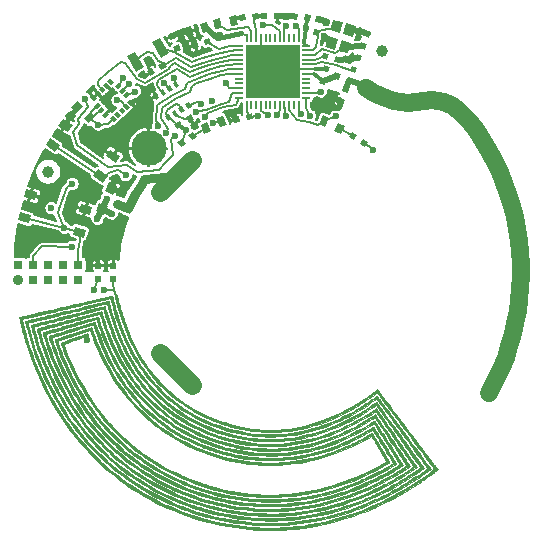
<source format=gtl>
G04 #@! TF.FileFunction,Copper,L1,Top,Signal*
%FSLAX46Y46*%
G04 Gerber Fmt 4.6, Leading zero omitted, Abs format (unit mm)*
G04 Created by KiCad (PCBNEW 4.0.1-stable) date 2016 January 15, Friday 23:52:05*
%MOMM*%
G01*
G04 APERTURE LIST*
%ADD10C,0.020000*%
%ADD11C,0.010000*%
%ADD12R,0.500000X0.500000*%
%ADD13C,3.000000*%
%ADD14C,0.900000*%
%ADD15R,0.800000X0.800000*%
%ADD16C,1.600000*%
%ADD17C,1.000000*%
%ADD18R,1.520000X1.520000*%
%ADD19R,0.680000X0.250000*%
%ADD20R,0.250000X0.680000*%
%ADD21C,0.600000*%
%ADD22C,0.300000*%
%ADD23C,0.200000*%
%ADD24C,0.150000*%
%ADD25C,0.500000*%
%ADD26C,0.400000*%
%ADD27C,1.500000*%
%ADD28C,0.800000*%
G04 APERTURE END LIST*
D10*
D11*
G36*
X31373623Y-32691511D02*
X31375929Y-32694579D01*
X31380659Y-32700850D01*
X31388023Y-32710600D01*
X31398232Y-32724112D01*
X31411496Y-32741662D01*
X31428029Y-32763532D01*
X31448040Y-32789999D01*
X31471742Y-32821343D01*
X31499344Y-32857844D01*
X31531061Y-32899781D01*
X31567099Y-32947433D01*
X31607674Y-33001080D01*
X31652996Y-33060999D01*
X31703274Y-33127472D01*
X31758722Y-33200777D01*
X31819549Y-33281193D01*
X31885968Y-33369000D01*
X31958190Y-33464477D01*
X32036426Y-33567904D01*
X32120887Y-33679559D01*
X32211785Y-33799722D01*
X32309330Y-33928672D01*
X32413734Y-34066687D01*
X32525208Y-34214050D01*
X32643964Y-34371036D01*
X32770213Y-34537927D01*
X32904166Y-34715002D01*
X33046033Y-34902539D01*
X33196028Y-35100819D01*
X33354360Y-35310119D01*
X33521241Y-35530721D01*
X33696883Y-35762902D01*
X33881496Y-36006942D01*
X34075291Y-36263122D01*
X34278482Y-36531718D01*
X34491277Y-36813011D01*
X34713889Y-37107281D01*
X34920712Y-37380678D01*
X35032144Y-37527978D01*
X35142377Y-37673684D01*
X35250855Y-37817064D01*
X35357025Y-37957387D01*
X35460332Y-38093921D01*
X35560225Y-38225934D01*
X35656146Y-38352693D01*
X35747544Y-38473469D01*
X35833864Y-38587527D01*
X35914552Y-38694137D01*
X35989056Y-38792566D01*
X36056819Y-38882083D01*
X36117289Y-38961956D01*
X36169912Y-39031452D01*
X36214133Y-39089839D01*
X36249399Y-39136387D01*
X36275157Y-39170364D01*
X36280500Y-39177406D01*
X36323551Y-39234195D01*
X36363377Y-39286838D01*
X36398813Y-39333789D01*
X36428697Y-39373500D01*
X36451865Y-39404424D01*
X36467152Y-39425016D01*
X36473394Y-39433728D01*
X36473434Y-39433798D01*
X36468256Y-39441473D01*
X36450123Y-39458094D01*
X36420000Y-39482967D01*
X36378849Y-39515393D01*
X36327636Y-39554676D01*
X36267322Y-39600118D01*
X36198873Y-39651023D01*
X36123252Y-39706693D01*
X36041423Y-39766433D01*
X35954350Y-39829543D01*
X35862996Y-39895329D01*
X35768325Y-39963093D01*
X35671302Y-40032137D01*
X35572888Y-40101764D01*
X35474049Y-40171280D01*
X35375750Y-40239984D01*
X35278951Y-40307181D01*
X35184618Y-40372174D01*
X35093716Y-40434266D01*
X35035201Y-40473904D01*
X34485749Y-40834813D01*
X33930467Y-41179849D01*
X33369375Y-41509001D01*
X32802493Y-41822262D01*
X32229839Y-42119621D01*
X31651435Y-42401067D01*
X31067298Y-42666593D01*
X30477450Y-42916186D01*
X29881909Y-43149839D01*
X29280695Y-43367542D01*
X28942800Y-43482069D01*
X28397752Y-43654104D01*
X27846493Y-43811852D01*
X27290061Y-43955145D01*
X26729499Y-44083813D01*
X26165846Y-44197687D01*
X25600145Y-44296599D01*
X25033435Y-44380378D01*
X24466756Y-44448856D01*
X23901151Y-44501864D01*
X23337658Y-44539234D01*
X22777319Y-44560794D01*
X22268093Y-44566529D01*
X21674395Y-44556900D01*
X21080574Y-44530387D01*
X20487004Y-44487029D01*
X19894059Y-44426868D01*
X19302108Y-44349947D01*
X18711527Y-44256305D01*
X18122688Y-44145983D01*
X17759318Y-44069372D01*
X17411006Y-43989600D01*
X17061571Y-43903319D01*
X16714212Y-43811420D01*
X16372126Y-43714797D01*
X16038509Y-43614342D01*
X15716561Y-43510946D01*
X15522293Y-43445090D01*
X15450408Y-43420202D01*
X15375773Y-43394379D01*
X15301998Y-43368869D01*
X15232697Y-43344921D01*
X15171481Y-43323783D01*
X15121962Y-43306704D01*
X15114131Y-43304006D01*
X15073375Y-43289640D01*
X15019464Y-43270138D01*
X14955033Y-43246478D01*
X14882717Y-43219640D01*
X14805153Y-43190603D01*
X14724973Y-43160348D01*
X14644815Y-43129852D01*
X14618110Y-43119632D01*
X14073666Y-42902147D01*
X13535304Y-42669501D01*
X13003546Y-42422025D01*
X12478915Y-42160052D01*
X11961932Y-41883913D01*
X11453120Y-41593942D01*
X10953002Y-41290470D01*
X10462101Y-40973829D01*
X9980939Y-40644353D01*
X9510038Y-40302373D01*
X9049921Y-39948220D01*
X8601109Y-39582230D01*
X8164128Y-39204733D01*
X7739496Y-38816060D01*
X7517557Y-38603633D01*
X7094104Y-38180287D01*
X6683005Y-37745647D01*
X6284221Y-37299652D01*
X5897708Y-36842240D01*
X5523429Y-36373350D01*
X5161342Y-35892921D01*
X4811405Y-35400889D01*
X4473579Y-34897196D01*
X4147820Y-34381779D01*
X3834091Y-33854577D01*
X3532349Y-33315527D01*
X3242554Y-32764570D01*
X2964665Y-32201642D01*
X2698641Y-31626685D01*
X2444440Y-31039633D01*
X2365561Y-30849152D01*
X2191888Y-30411892D01*
X2024467Y-29963295D01*
X1863009Y-29502488D01*
X1707222Y-29028595D01*
X1556815Y-28540743D01*
X1411501Y-28038057D01*
X1316793Y-27692340D01*
X1303630Y-27642559D01*
X1287981Y-27582243D01*
X1270264Y-27513076D01*
X1250893Y-27436743D01*
X1230283Y-27354926D01*
X1208850Y-27269311D01*
X1187006Y-27181583D01*
X1165170Y-27093425D01*
X1143755Y-27006520D01*
X1123175Y-26922554D01*
X1103847Y-26843211D01*
X1086186Y-26770175D01*
X1070605Y-26705130D01*
X1057521Y-26649759D01*
X1047348Y-26605749D01*
X1040501Y-26574782D01*
X1037396Y-26558543D01*
X1037394Y-26558528D01*
X1037913Y-26556858D01*
X1040166Y-26554874D01*
X1044583Y-26552474D01*
X1051598Y-26549556D01*
X1061645Y-26546018D01*
X1075154Y-26541761D01*
X1092560Y-26536682D01*
X1114293Y-26530680D01*
X1140788Y-26523654D01*
X1172476Y-26515503D01*
X1209791Y-26506124D01*
X1253164Y-26495418D01*
X1303029Y-26483282D01*
X1359818Y-26469616D01*
X1423964Y-26454319D01*
X1495898Y-26437287D01*
X1576054Y-26418422D01*
X1664865Y-26397620D01*
X1762763Y-26374782D01*
X1870179Y-26349805D01*
X1987549Y-26322589D01*
X2115303Y-26293032D01*
X2253875Y-26261033D01*
X2403696Y-26226490D01*
X2565199Y-26189303D01*
X2738819Y-26149369D01*
X2924985Y-26106588D01*
X3124132Y-26060859D01*
X3336692Y-26012079D01*
X3563097Y-25960148D01*
X3803781Y-25904966D01*
X4059175Y-25846429D01*
X4329712Y-25784436D01*
X4615825Y-25718889D01*
X4917946Y-25649683D01*
X4965675Y-25638750D01*
X5219636Y-25580586D01*
X5469466Y-25523380D01*
X5714657Y-25467248D01*
X5954702Y-25412305D01*
X6189092Y-25358668D01*
X6417319Y-25306453D01*
X6638873Y-25255776D01*
X6853249Y-25206752D01*
X7059936Y-25159498D01*
X7258427Y-25114131D01*
X7448214Y-25070766D01*
X7628789Y-25029519D01*
X7799642Y-24990505D01*
X7960266Y-24953842D01*
X8110153Y-24919645D01*
X8248796Y-24888030D01*
X8375684Y-24859114D01*
X8490310Y-24833012D01*
X8592166Y-24809840D01*
X8680744Y-24789715D01*
X8755535Y-24772752D01*
X8816032Y-24759067D01*
X8861725Y-24748777D01*
X8892108Y-24741998D01*
X8906671Y-24738844D01*
X8907936Y-24738620D01*
X8912803Y-24746791D01*
X8921023Y-24770536D01*
X8932334Y-24808888D01*
X8946470Y-24860878D01*
X8963166Y-24925539D01*
X8982156Y-25001901D01*
X8999010Y-25071538D01*
X9060219Y-25322635D01*
X9120315Y-25559568D01*
X9180053Y-25785006D01*
X9240188Y-26001613D01*
X9301477Y-26212060D01*
X9364676Y-26419010D01*
X9430539Y-26625131D01*
X9490586Y-26805825D01*
X9652039Y-27262945D01*
X9824799Y-27712695D01*
X10008365Y-28154006D01*
X10202234Y-28585808D01*
X10405905Y-29007035D01*
X10618873Y-29416616D01*
X10840639Y-29813483D01*
X11070698Y-30196567D01*
X11123507Y-30280679D01*
X11388988Y-30685916D01*
X11663343Y-31076797D01*
X11946740Y-31453490D01*
X12239347Y-31816161D01*
X12541331Y-32164977D01*
X12852859Y-32500106D01*
X13174100Y-32821715D01*
X13505221Y-33129971D01*
X13846390Y-33425043D01*
X14197773Y-33707095D01*
X14559540Y-33976297D01*
X14931858Y-34232815D01*
X15314893Y-34476817D01*
X15350963Y-34498817D01*
X15760700Y-34737923D01*
X16179432Y-34962844D01*
X16606568Y-35173355D01*
X17041518Y-35369231D01*
X17483692Y-35550247D01*
X17932499Y-35716178D01*
X18387351Y-35866798D01*
X18847655Y-36001881D01*
X19312823Y-36121205D01*
X19782263Y-36224543D01*
X19971502Y-36261426D01*
X20421512Y-36337736D01*
X20871109Y-36397598D01*
X21320536Y-36440994D01*
X21770029Y-36467905D01*
X22219832Y-36478312D01*
X22670184Y-36472199D01*
X23121324Y-36449545D01*
X23573495Y-36410332D01*
X24026935Y-36354543D01*
X24481884Y-36282157D01*
X24938585Y-36193158D01*
X25397275Y-36087526D01*
X25858198Y-35965243D01*
X26321591Y-35826290D01*
X26535855Y-35756701D01*
X26919354Y-35622494D01*
X27307763Y-35473520D01*
X27699411Y-35310611D01*
X28092625Y-35134601D01*
X28485735Y-34946325D01*
X28877068Y-34746615D01*
X29264952Y-34536306D01*
X29647717Y-34316231D01*
X30023691Y-34087224D01*
X30391200Y-33850119D01*
X30486634Y-33786254D01*
X30582887Y-33720962D01*
X30678235Y-33655471D01*
X30775568Y-33587756D01*
X30877775Y-33515794D01*
X30987751Y-33437563D01*
X31104894Y-33353550D01*
X31157603Y-33315966D01*
X31206023Y-33282097D01*
X31248431Y-33253097D01*
X31283105Y-33230116D01*
X31308324Y-33214310D01*
X31322364Y-33206832D01*
X31324568Y-33206485D01*
X31329867Y-33213448D01*
X31344840Y-33233510D01*
X31369101Y-33266146D01*
X31402262Y-33310835D01*
X31443939Y-33367052D01*
X31493744Y-33434274D01*
X31551289Y-33511980D01*
X31616190Y-33599645D01*
X31688059Y-33696747D01*
X31766510Y-33802762D01*
X31851157Y-33917169D01*
X31941612Y-34039444D01*
X32037490Y-34169063D01*
X32138403Y-34305504D01*
X32243966Y-34448245D01*
X32353792Y-34596761D01*
X32467494Y-34750530D01*
X32584687Y-34909029D01*
X32704982Y-35071736D01*
X32827993Y-35238126D01*
X32953336Y-35407676D01*
X33080622Y-35579866D01*
X33209464Y-35754170D01*
X33339479Y-35930066D01*
X33470276Y-36107032D01*
X33601472Y-36284544D01*
X33732679Y-36462079D01*
X33863511Y-36639113D01*
X33993580Y-36815126D01*
X34122501Y-36989592D01*
X34249887Y-37161989D01*
X34375351Y-37331795D01*
X34498509Y-37498486D01*
X34618971Y-37661540D01*
X34736352Y-37820432D01*
X34850266Y-37974641D01*
X34960326Y-38123643D01*
X35066145Y-38266916D01*
X35167337Y-38403936D01*
X35263515Y-38534180D01*
X35354294Y-38657125D01*
X35439286Y-38772250D01*
X35518105Y-38879029D01*
X35590364Y-38976941D01*
X35655676Y-39065463D01*
X35713656Y-39144071D01*
X35763917Y-39212242D01*
X35806073Y-39269455D01*
X35839735Y-39315185D01*
X35864520Y-39348908D01*
X35880039Y-39370105D01*
X35885906Y-39378248D01*
X35885936Y-39378298D01*
X35880075Y-39384569D01*
X35861538Y-39399643D01*
X35831540Y-39422647D01*
X35791302Y-39452707D01*
X35742042Y-39488951D01*
X35684982Y-39530505D01*
X35621336Y-39576498D01*
X35552326Y-39626056D01*
X35479172Y-39678307D01*
X35403089Y-39732377D01*
X35325299Y-39787393D01*
X35247020Y-39842483D01*
X35169472Y-39896775D01*
X35093873Y-39949393D01*
X35021442Y-39999467D01*
X34953398Y-40046125D01*
X34951903Y-40047144D01*
X34412838Y-40405535D01*
X33870403Y-40747464D01*
X33324184Y-41073143D01*
X32773770Y-41382781D01*
X32218750Y-41676591D01*
X31658710Y-41954782D01*
X31093240Y-42217567D01*
X30521925Y-42465154D01*
X29944356Y-42697758D01*
X29360120Y-42915586D01*
X29324560Y-42928293D01*
X28770336Y-43117373D01*
X28211661Y-43291197D01*
X27649202Y-43449649D01*
X27083627Y-43592613D01*
X26515604Y-43719974D01*
X25945800Y-43831617D01*
X25374886Y-43927426D01*
X24803529Y-44007286D01*
X24232397Y-44071082D01*
X23662157Y-44118698D01*
X23093480Y-44150019D01*
X22527032Y-44164929D01*
X22157181Y-44165743D01*
X21566493Y-44152890D01*
X20976857Y-44123150D01*
X20388415Y-44076544D01*
X19801311Y-44013095D01*
X19215688Y-43932826D01*
X18631691Y-43835756D01*
X18049462Y-43721909D01*
X17469145Y-43591307D01*
X16890883Y-43443971D01*
X16314820Y-43279922D01*
X16271876Y-43266996D01*
X16004228Y-43183654D01*
X15725855Y-43092267D01*
X15440167Y-42994106D01*
X15150582Y-42890435D01*
X14860516Y-42782522D01*
X14573385Y-42671639D01*
X14292603Y-42559048D01*
X14021585Y-42446020D01*
X13795294Y-42347827D01*
X13268137Y-42105550D01*
X12747287Y-41848265D01*
X12233428Y-41576411D01*
X11727249Y-41290430D01*
X11229436Y-40990764D01*
X10740676Y-40677852D01*
X10261656Y-40352137D01*
X9793064Y-40014060D01*
X9335585Y-39664060D01*
X8889907Y-39302580D01*
X8456718Y-38930060D01*
X8416399Y-38894254D01*
X8131046Y-38634376D01*
X7843045Y-38360840D01*
X7554824Y-38076142D01*
X7268810Y-37782781D01*
X6987429Y-37483251D01*
X6713108Y-37180051D01*
X6448276Y-36875677D01*
X6407143Y-36827269D01*
X6040813Y-36382684D01*
X5686914Y-35928657D01*
X5345043Y-35464578D01*
X5014789Y-34989833D01*
X4695749Y-34503808D01*
X4387516Y-34005891D01*
X4089683Y-33495468D01*
X3801845Y-32971928D01*
X3615473Y-32615638D01*
X3348218Y-32077938D01*
X3094408Y-31533333D01*
X2853771Y-30981104D01*
X2626032Y-30420532D01*
X2410923Y-29850898D01*
X2208170Y-29271484D01*
X2017502Y-28681569D01*
X1838646Y-28080436D01*
X1677296Y-27490180D01*
X1646116Y-27370743D01*
X1619187Y-27266716D01*
X1596294Y-27177178D01*
X1577226Y-27101205D01*
X1561773Y-27037872D01*
X1549718Y-26986257D01*
X1540850Y-26945437D01*
X1534959Y-26914489D01*
X1531830Y-26892488D01*
X1531250Y-26878512D01*
X1533008Y-26871637D01*
X1534684Y-26870577D01*
X1542454Y-26868790D01*
X1563132Y-26863885D01*
X1596847Y-26855829D01*
X1643729Y-26844591D01*
X1703908Y-26830141D01*
X1777512Y-26812447D01*
X1864670Y-26791477D01*
X1965514Y-26767202D01*
X2080171Y-26739589D01*
X2208770Y-26708606D01*
X2351441Y-26674224D01*
X2508315Y-26636411D01*
X2679519Y-26595135D01*
X2865182Y-26550367D01*
X3065436Y-26502073D01*
X3280409Y-26450223D01*
X3510229Y-26394787D01*
X3755027Y-26335733D01*
X4014931Y-26273028D01*
X4290072Y-26206644D01*
X4580578Y-26136547D01*
X4886578Y-26062709D01*
X5208203Y-25985095D01*
X5545581Y-25903676D01*
X5898843Y-25818421D01*
X6268115Y-25729298D01*
X6653529Y-25636275D01*
X7055214Y-25539324D01*
X7247186Y-25492988D01*
X7395114Y-25457289D01*
X7538587Y-25422680D01*
X7676738Y-25389370D01*
X7808704Y-25357564D01*
X7933620Y-25327472D01*
X8050623Y-25299300D01*
X8158846Y-25273258D01*
X8257427Y-25249553D01*
X8345500Y-25228393D01*
X8422201Y-25209986D01*
X8486664Y-25194540D01*
X8538027Y-25182261D01*
X8575425Y-25173359D01*
X8597992Y-25168042D01*
X8604901Y-25166492D01*
X8609702Y-25173913D01*
X8615978Y-25193170D01*
X8620255Y-25210656D01*
X8627985Y-25244226D01*
X8639549Y-25291824D01*
X8654343Y-25351139D01*
X8671769Y-25419859D01*
X8691222Y-25495670D01*
X8712104Y-25576259D01*
X8733814Y-25659313D01*
X8755749Y-25742519D01*
X8777309Y-25823565D01*
X8797893Y-25900137D01*
X8816899Y-25969923D01*
X8828207Y-26010849D01*
X8931179Y-26367401D01*
X9039851Y-26716752D01*
X9155537Y-27062692D01*
X9279544Y-27409006D01*
X9413185Y-27759480D01*
X9556327Y-28114414D01*
X9580868Y-28172463D01*
X9611703Y-28243335D01*
X9647819Y-28324844D01*
X9688206Y-28414805D01*
X9731850Y-28511031D01*
X9777741Y-28611338D01*
X9824867Y-28713539D01*
X9872218Y-28815448D01*
X9918780Y-28914880D01*
X9963543Y-29009649D01*
X10005495Y-29097570D01*
X10043624Y-29176456D01*
X10076919Y-29244121D01*
X10103362Y-29296431D01*
X10339697Y-29738298D01*
X10586832Y-30168029D01*
X10844611Y-30585418D01*
X11112875Y-30990259D01*
X11391469Y-31382346D01*
X11680234Y-31761471D01*
X11979016Y-32127430D01*
X12287656Y-32480015D01*
X12605996Y-32819021D01*
X12933882Y-33144243D01*
X13266588Y-33451408D01*
X13596962Y-33736223D01*
X13932402Y-34006573D01*
X14274814Y-34263824D01*
X14626109Y-34509337D01*
X14988195Y-34744479D01*
X15362984Y-34970612D01*
X15516528Y-35058647D01*
X15937365Y-35286952D01*
X16367463Y-35501557D01*
X16805691Y-35702014D01*
X17250919Y-35887879D01*
X17702019Y-36058706D01*
X18157861Y-36214047D01*
X18617316Y-36353457D01*
X19079255Y-36476492D01*
X19151444Y-36494173D01*
X19611989Y-36597908D01*
X20069108Y-36685258D01*
X20523472Y-36756268D01*
X20975752Y-36810981D01*
X21426620Y-36849445D01*
X21876748Y-36871702D01*
X22326806Y-36877799D01*
X22777466Y-36867779D01*
X23229401Y-36841688D01*
X23683280Y-36799571D01*
X23699117Y-36797818D01*
X24168701Y-36737137D01*
X24638651Y-36659657D01*
X25108584Y-36565494D01*
X25578111Y-36454767D01*
X26046850Y-36327592D01*
X26514412Y-36184086D01*
X26980414Y-36024368D01*
X27444470Y-35848553D01*
X27906194Y-35656759D01*
X28365201Y-35449103D01*
X28749040Y-35262170D01*
X29223860Y-35014633D01*
X29689918Y-34754181D01*
X30146068Y-34481509D01*
X30591161Y-34197308D01*
X31024051Y-33902275D01*
X31163665Y-33802917D01*
X31200764Y-33776243D01*
X31232782Y-33753245D01*
X31257311Y-33735654D01*
X31271938Y-33725197D01*
X31274951Y-33723072D01*
X31280176Y-33729569D01*
X31294706Y-33749041D01*
X31317971Y-33780701D01*
X31349408Y-33823767D01*
X31388445Y-33877454D01*
X31434516Y-33940977D01*
X31487055Y-34013553D01*
X31545494Y-34094397D01*
X31609265Y-34182724D01*
X31677799Y-34277751D01*
X31750531Y-34378694D01*
X31826892Y-34484767D01*
X31906315Y-34595186D01*
X31955802Y-34664031D01*
X32130698Y-34907408D01*
X32296281Y-35137820D01*
X32453112Y-35356055D01*
X32601759Y-35562899D01*
X32742786Y-35759140D01*
X32876760Y-35945565D01*
X33004246Y-36122960D01*
X33125809Y-36292112D01*
X33242016Y-36453809D01*
X33353431Y-36608837D01*
X33460620Y-36757984D01*
X33564150Y-36902034D01*
X33664585Y-37041777D01*
X33762490Y-37178000D01*
X33858433Y-37311488D01*
X33952977Y-37443030D01*
X34046689Y-37573410D01*
X34140135Y-37703418D01*
X34233878Y-37833839D01*
X34328487Y-37965461D01*
X34424525Y-38099071D01*
X34522559Y-38235455D01*
X34541461Y-38261752D01*
X34626687Y-38380332D01*
X34709223Y-38495206D01*
X34788530Y-38605617D01*
X34864066Y-38710810D01*
X34935286Y-38810027D01*
X35001651Y-38902514D01*
X35062617Y-38987514D01*
X35117642Y-39064272D01*
X35166185Y-39132029D01*
X35207704Y-39190032D01*
X35241655Y-39237524D01*
X35267498Y-39273749D01*
X35284689Y-39297951D01*
X35292688Y-39309373D01*
X35293207Y-39310179D01*
X35287623Y-39317360D01*
X35269008Y-39333152D01*
X35238440Y-39356806D01*
X35196996Y-39387570D01*
X35145757Y-39424694D01*
X35085799Y-39467429D01*
X35018202Y-39515023D01*
X34944044Y-39566726D01*
X34864403Y-39621788D01*
X34780358Y-39679460D01*
X34692988Y-39738989D01*
X34603369Y-39799626D01*
X34512581Y-39860620D01*
X34421704Y-39921222D01*
X34331813Y-39980679D01*
X34291375Y-40007255D01*
X33765516Y-40342672D01*
X33232934Y-40663738D01*
X32694126Y-40970228D01*
X32149589Y-41261919D01*
X31599824Y-41538583D01*
X31045330Y-41799998D01*
X30486605Y-42045939D01*
X29924150Y-42276180D01*
X29358461Y-42490498D01*
X28790038Y-42688667D01*
X28219380Y-42870462D01*
X27646987Y-43035660D01*
X27450782Y-43088343D01*
X26981064Y-43205832D01*
X26503887Y-43312986D01*
X26021302Y-43409516D01*
X25535357Y-43495133D01*
X25048104Y-43569546D01*
X24561592Y-43632467D01*
X24077871Y-43683604D01*
X23598991Y-43722669D01*
X23127002Y-43749371D01*
X22677615Y-43763187D01*
X22090220Y-43765028D01*
X21504145Y-43750011D01*
X20919566Y-43718171D01*
X20336661Y-43669546D01*
X19755605Y-43604174D01*
X19176576Y-43522088D01*
X18599748Y-43423327D01*
X18025299Y-43307927D01*
X17453406Y-43175923D01*
X16884244Y-43027353D01*
X16317989Y-42862254D01*
X15754818Y-42680661D01*
X15194907Y-42482611D01*
X14638433Y-42268140D01*
X14085573Y-42037285D01*
X13866799Y-41940953D01*
X13347776Y-41699937D01*
X12833598Y-41442980D01*
X12325188Y-41170614D01*
X11823475Y-40883373D01*
X11329382Y-40581790D01*
X10843833Y-40266397D01*
X10367757Y-39937726D01*
X10287484Y-39880320D01*
X9834913Y-39545172D01*
X9393367Y-39198219D01*
X8962400Y-38839041D01*
X8541562Y-38467214D01*
X8130407Y-38082318D01*
X7728485Y-37683931D01*
X7335349Y-37271632D01*
X6950550Y-36844999D01*
X6573640Y-36403610D01*
X6511909Y-36329009D01*
X6158641Y-35887388D01*
X5815371Y-35432448D01*
X5482400Y-34964749D01*
X5160026Y-34484853D01*
X4848550Y-33993320D01*
X4548270Y-33490710D01*
X4259485Y-32977584D01*
X3982496Y-32454503D01*
X3717601Y-31922028D01*
X3465099Y-31380718D01*
X3225290Y-30831137D01*
X2998473Y-30273842D01*
X2784947Y-29709396D01*
X2585012Y-29138359D01*
X2445854Y-28711462D01*
X2415115Y-28613196D01*
X2383437Y-28510194D01*
X2351158Y-28403665D01*
X2318613Y-28294815D01*
X2286138Y-28184851D01*
X2254073Y-28074979D01*
X2222751Y-27966407D01*
X2192511Y-27860340D01*
X2163689Y-27757985D01*
X2136623Y-27660550D01*
X2111647Y-27569240D01*
X2089100Y-27485264D01*
X2069319Y-27409827D01*
X2052639Y-27344136D01*
X2039398Y-27289397D01*
X2029933Y-27246818D01*
X2024580Y-27217605D01*
X2023675Y-27202966D01*
X2024486Y-27201502D01*
X2033430Y-27199092D01*
X2057933Y-27192722D01*
X2097146Y-27182611D01*
X2150218Y-27168975D01*
X2216298Y-27152032D01*
X2294537Y-27132000D01*
X2384082Y-27109095D01*
X2484085Y-27083536D01*
X2593695Y-27055538D01*
X2712061Y-27025321D01*
X2838333Y-26993100D01*
X2971659Y-26959093D01*
X3111191Y-26923520D01*
X3256078Y-26886594D01*
X3405468Y-26848535D01*
X3422842Y-26844110D01*
X3771435Y-26755317D01*
X4133660Y-26663041D01*
X4506747Y-26567987D01*
X4887922Y-26470863D01*
X5274413Y-26372375D01*
X5663446Y-26273231D01*
X6052250Y-26174136D01*
X6438049Y-26075797D01*
X6818074Y-25978921D01*
X7189550Y-25884215D01*
X7549705Y-25792385D01*
X7709772Y-25751569D01*
X7805441Y-25727217D01*
X7896443Y-25704142D01*
X7981426Y-25682677D01*
X8059039Y-25663162D01*
X8127932Y-25645933D01*
X8186752Y-25631327D01*
X8234150Y-25619683D01*
X8268774Y-25611336D01*
X8289273Y-25606623D01*
X8294468Y-25605667D01*
X8301443Y-25613855D01*
X8311181Y-25637536D01*
X8323284Y-25675565D01*
X8337358Y-25726798D01*
X8339919Y-25736746D01*
X8472205Y-26225991D01*
X8618325Y-26712090D01*
X8777790Y-27193875D01*
X8950117Y-27670176D01*
X9134816Y-28139826D01*
X9331402Y-28601657D01*
X9539386Y-29054502D01*
X9758285Y-29497192D01*
X9987608Y-29928561D01*
X10226871Y-30347439D01*
X10340962Y-30536958D01*
X10607555Y-30957252D01*
X10885224Y-31365239D01*
X11173817Y-31760745D01*
X11473185Y-32143596D01*
X11783179Y-32513619D01*
X12103647Y-32870643D01*
X12434441Y-33214492D01*
X12775411Y-33544994D01*
X13126407Y-33861975D01*
X13457584Y-34141129D01*
X13813488Y-34420654D01*
X14182113Y-34689499D01*
X14562750Y-34947300D01*
X14954691Y-35193693D01*
X15357231Y-35428314D01*
X15769660Y-35650800D01*
X16191271Y-35860788D01*
X16621358Y-36057912D01*
X17059211Y-36241810D01*
X17504123Y-36412119D01*
X17955387Y-36568473D01*
X18412294Y-36710510D01*
X18512531Y-36739523D01*
X18983497Y-36865714D01*
X19453973Y-36975074D01*
X19924095Y-37067601D01*
X20393999Y-37143295D01*
X20863819Y-37202152D01*
X21333693Y-37244173D01*
X21803754Y-37269355D01*
X22274141Y-37277696D01*
X22744988Y-37269196D01*
X23216429Y-37243852D01*
X23688603Y-37201665D01*
X24161644Y-37142630D01*
X24635687Y-37066748D01*
X25110869Y-36974017D01*
X25587325Y-36864435D01*
X26065190Y-36737999D01*
X26360297Y-36651733D01*
X26811967Y-36506956D01*
X27264887Y-36345957D01*
X27717937Y-36169276D01*
X28170002Y-35977460D01*
X28619964Y-35771052D01*
X29066704Y-35550595D01*
X29509104Y-35316634D01*
X29946048Y-35069712D01*
X30376417Y-34810373D01*
X30799093Y-34539159D01*
X31047156Y-34371910D01*
X31228453Y-34247403D01*
X31322760Y-34382715D01*
X31335029Y-34400316D01*
X31356592Y-34431247D01*
X31387060Y-34474952D01*
X31426045Y-34530869D01*
X31473155Y-34598443D01*
X31528003Y-34677114D01*
X31590197Y-34766321D01*
X31659349Y-34865507D01*
X31735068Y-34974112D01*
X31816965Y-35091579D01*
X31904650Y-35217348D01*
X31997734Y-35350860D01*
X32095828Y-35491556D01*
X32198542Y-35638879D01*
X32305485Y-35792267D01*
X32416269Y-35951164D01*
X32530504Y-36115010D01*
X32647798Y-36283246D01*
X32767765Y-36455314D01*
X32890014Y-36630654D01*
X32985794Y-36768028D01*
X33109348Y-36945244D01*
X33230830Y-37119490D01*
X33349852Y-37290215D01*
X33466033Y-37456868D01*
X33578987Y-37618896D01*
X33688329Y-37775748D01*
X33793674Y-37926873D01*
X33894639Y-38071719D01*
X33990840Y-38209734D01*
X34081890Y-38340365D01*
X34167407Y-38463062D01*
X34247005Y-38577275D01*
X34320300Y-38682449D01*
X34386907Y-38778034D01*
X34446443Y-38863479D01*
X34498522Y-38938231D01*
X34542760Y-39001738D01*
X34578773Y-39053450D01*
X34606175Y-39092814D01*
X34624583Y-39119280D01*
X34632554Y-39130761D01*
X34710587Y-39243495D01*
X34545344Y-39356554D01*
X34175504Y-39605521D01*
X33811497Y-39842142D01*
X33450054Y-40068354D01*
X33087909Y-40286095D01*
X32721798Y-40497299D01*
X32348452Y-40703904D01*
X31964608Y-40907845D01*
X31694863Y-41046534D01*
X31640755Y-41073562D01*
X31573273Y-41106563D01*
X31494485Y-41144571D01*
X31406464Y-41186621D01*
X31311280Y-41231748D01*
X31211004Y-41278985D01*
X31107708Y-41327368D01*
X31003462Y-41375931D01*
X30900336Y-41423708D01*
X30800402Y-41469734D01*
X30705731Y-41513043D01*
X30618394Y-41552670D01*
X30540461Y-41587649D01*
X30474004Y-41617014D01*
X30435655Y-41633613D01*
X29911746Y-41850681D01*
X29391751Y-42052010D01*
X28874424Y-42237991D01*
X28358521Y-42409012D01*
X27842794Y-42565464D01*
X27326000Y-42707735D01*
X26806892Y-42836216D01*
X26284225Y-42951295D01*
X26110484Y-42986450D01*
X25649524Y-43071921D01*
X25182779Y-43147135D01*
X24712964Y-43211796D01*
X24242793Y-43265609D01*
X23774979Y-43308276D01*
X23312236Y-43339504D01*
X22857279Y-43358995D01*
X22647207Y-43364012D01*
X22072791Y-43365685D01*
X21498540Y-43350500D01*
X20924798Y-43318530D01*
X20351906Y-43269851D01*
X19780204Y-43204534D01*
X19210037Y-43122657D01*
X18641746Y-43024290D01*
X18075672Y-42909511D01*
X17512159Y-42778391D01*
X16951547Y-42631005D01*
X16394178Y-42467428D01*
X15840396Y-42287734D01*
X15290541Y-42091996D01*
X14744956Y-41880288D01*
X14203983Y-41652685D01*
X13706792Y-41427506D01*
X13199613Y-41180902D01*
X12699285Y-40919761D01*
X12206466Y-40644535D01*
X11721815Y-40355682D01*
X11245993Y-40053654D01*
X10779658Y-39738904D01*
X10323471Y-39411890D01*
X9878090Y-39073063D01*
X9444175Y-38722877D01*
X9022386Y-38361788D01*
X8613382Y-37990250D01*
X8346978Y-37735844D01*
X7937877Y-37325924D01*
X7541764Y-36906083D01*
X7158454Y-36476055D01*
X6787759Y-36035577D01*
X6429493Y-35584386D01*
X6083470Y-35122216D01*
X5749503Y-34648804D01*
X5427406Y-34163887D01*
X5116991Y-33667200D01*
X4818073Y-33158480D01*
X4530465Y-32637462D01*
X4253980Y-32103882D01*
X4003541Y-31589529D01*
X3786869Y-31118657D01*
X3583795Y-30651990D01*
X3392901Y-30185910D01*
X3212765Y-29716799D01*
X3041972Y-29241039D01*
X2879101Y-28755009D01*
X2822285Y-28577310D01*
X2800841Y-28508780D01*
X2777609Y-28433413D01*
X2753040Y-28352756D01*
X2727583Y-28268357D01*
X2701688Y-28181763D01*
X2675806Y-28094519D01*
X2650387Y-28008174D01*
X2625881Y-27924275D01*
X2602738Y-27844366D01*
X2581409Y-27769996D01*
X2562342Y-27702712D01*
X2545990Y-27644062D01*
X2532801Y-27595589D01*
X2523227Y-27558844D01*
X2517716Y-27535371D01*
X2516599Y-27526887D01*
X2524787Y-27523582D01*
X2546606Y-27516733D01*
X2579326Y-27507147D01*
X2620212Y-27495629D01*
X2652870Y-27486676D01*
X2814131Y-27442958D01*
X2982257Y-27397407D01*
X3156577Y-27350203D01*
X3336422Y-27301526D01*
X3521123Y-27251556D01*
X3710010Y-27200474D01*
X3902415Y-27148461D01*
X4097667Y-27095696D01*
X4295097Y-27042360D01*
X4494037Y-26988635D01*
X4693816Y-26934697D01*
X4893765Y-26880731D01*
X5093214Y-26826914D01*
X5291495Y-26773429D01*
X5487939Y-26720454D01*
X5681874Y-26668171D01*
X5872634Y-26616759D01*
X6059546Y-26566398D01*
X6241943Y-26517271D01*
X6419155Y-26469557D01*
X6590514Y-26423434D01*
X6755347Y-26379086D01*
X6912988Y-26336691D01*
X7062767Y-26296430D01*
X7204014Y-26258483D01*
X7336060Y-26223031D01*
X7458234Y-26190254D01*
X7569869Y-26160333D01*
X7670294Y-26133446D01*
X7758841Y-26109776D01*
X7834840Y-26089502D01*
X7897621Y-26072805D01*
X7946515Y-26059865D01*
X7980853Y-26050862D01*
X7999964Y-26045976D01*
X8003921Y-26045097D01*
X8008057Y-26053760D01*
X8015696Y-26076235D01*
X8026049Y-26109951D01*
X8038329Y-26152339D01*
X8051749Y-26200831D01*
X8052656Y-26204183D01*
X8162508Y-26590250D01*
X8285220Y-26983294D01*
X8419735Y-27380635D01*
X8565003Y-27779597D01*
X8719968Y-28177500D01*
X8883577Y-28571668D01*
X9054778Y-28959421D01*
X9232515Y-29338082D01*
X9415736Y-29704972D01*
X9473065Y-29815105D01*
X9714009Y-30256981D01*
X9966581Y-30688296D01*
X10230468Y-31108636D01*
X10505353Y-31517590D01*
X10790920Y-31914746D01*
X11086853Y-32299691D01*
X11392837Y-32672011D01*
X11708555Y-33031295D01*
X12033690Y-33377131D01*
X12367928Y-33709107D01*
X12676260Y-33995689D01*
X13028294Y-34302228D01*
X13388391Y-34595169D01*
X13757273Y-34874984D01*
X14135660Y-35142150D01*
X14524277Y-35397142D01*
X14923844Y-35640434D01*
X15335083Y-35872501D01*
X15758716Y-36093821D01*
X16162521Y-36289514D01*
X16381632Y-36389709D01*
X16599772Y-36484908D01*
X16820486Y-36576544D01*
X17047315Y-36666050D01*
X17283802Y-36754860D01*
X17533491Y-36844408D01*
X17536880Y-36845596D01*
X17645673Y-36883658D01*
X17741230Y-36916799D01*
X17826225Y-36945884D01*
X17903337Y-36971780D01*
X17975241Y-36995350D01*
X18044614Y-37017460D01*
X18114133Y-37038976D01*
X18186475Y-37060764D01*
X18264316Y-37083688D01*
X18350333Y-37108614D01*
X18351084Y-37108830D01*
X18831483Y-37238886D01*
X19311140Y-37352034D01*
X19790198Y-37448279D01*
X20268803Y-37527624D01*
X20747098Y-37590073D01*
X21225227Y-37635628D01*
X21703335Y-37664294D01*
X22181565Y-37676074D01*
X22660063Y-37670972D01*
X23138972Y-37648990D01*
X23618436Y-37610132D01*
X24098599Y-37554402D01*
X24579607Y-37481803D01*
X25061603Y-37392338D01*
X25544731Y-37286011D01*
X25568792Y-37280282D01*
X25920969Y-37191390D01*
X26279763Y-37091635D01*
X26640220Y-36982524D01*
X26997387Y-36865558D01*
X27346313Y-36742242D01*
X27371829Y-36732846D01*
X27781234Y-36574946D01*
X28194502Y-36402385D01*
X28609403Y-36216302D01*
X29023708Y-36017837D01*
X29435189Y-35808129D01*
X29841616Y-35588315D01*
X30240758Y-35359538D01*
X30630387Y-35122934D01*
X31008276Y-34879642D01*
X31039370Y-34858967D01*
X31168484Y-34772894D01*
X31195780Y-34812934D01*
X31214758Y-34840855D01*
X31242076Y-34881173D01*
X31277294Y-34933232D01*
X31319968Y-34996378D01*
X31369660Y-35069954D01*
X31425928Y-35153307D01*
X31488331Y-35245783D01*
X31556427Y-35346724D01*
X31629776Y-35455477D01*
X31707935Y-35571387D01*
X31790465Y-35693800D01*
X31876925Y-35822059D01*
X31966873Y-35955510D01*
X32059868Y-36093498D01*
X32155469Y-36235368D01*
X32253235Y-36380466D01*
X32352725Y-36528137D01*
X32453498Y-36677724D01*
X32555112Y-36828574D01*
X32657128Y-36980032D01*
X32759102Y-37131443D01*
X32860596Y-37282151D01*
X32961167Y-37431502D01*
X33060374Y-37578842D01*
X33157776Y-37723514D01*
X33252932Y-37864864D01*
X33345402Y-38002238D01*
X33434743Y-38134980D01*
X33520516Y-38262436D01*
X33602279Y-38383949D01*
X33679590Y-38498867D01*
X33752008Y-38606532D01*
X33819094Y-38706292D01*
X33880405Y-38797491D01*
X33935500Y-38879472D01*
X33983940Y-38951585D01*
X34025281Y-39013169D01*
X34059083Y-39063574D01*
X34084906Y-39102143D01*
X34102307Y-39128220D01*
X34110847Y-39141153D01*
X34111671Y-39142472D01*
X34113993Y-39148358D01*
X34113785Y-39154345D01*
X34109618Y-39161555D01*
X34100066Y-39171108D01*
X34083700Y-39184128D01*
X34059094Y-39201737D01*
X34024821Y-39225057D01*
X33979454Y-39255211D01*
X33921566Y-39293321D01*
X33910998Y-39300263D01*
X33544905Y-39536691D01*
X33185238Y-39760684D01*
X32829117Y-39973955D01*
X32473663Y-40178214D01*
X32115994Y-40375173D01*
X31975259Y-40450390D01*
X31744417Y-40570671D01*
X31501899Y-40693145D01*
X31250979Y-40816286D01*
X30994938Y-40938567D01*
X30737047Y-41058461D01*
X30480585Y-41174440D01*
X30228827Y-41284977D01*
X29985051Y-41388545D01*
X29798543Y-41465126D01*
X29241033Y-41681485D01*
X28682179Y-41880981D01*
X28121877Y-42063635D01*
X27560024Y-42229472D01*
X26996515Y-42378515D01*
X26431249Y-42510787D01*
X25864118Y-42626313D01*
X25295022Y-42725116D01*
X24723857Y-42807219D01*
X24150517Y-42872645D01*
X23574901Y-42921418D01*
X23297474Y-42938938D01*
X22755714Y-42961082D01*
X22210520Y-42966941D01*
X21662686Y-42956632D01*
X21113009Y-42930264D01*
X20562283Y-42887954D01*
X20011302Y-42829813D01*
X19460864Y-42755956D01*
X18911760Y-42666494D01*
X18364788Y-42561542D01*
X17820743Y-42441213D01*
X17280419Y-42305620D01*
X16744611Y-42154877D01*
X16214115Y-41989096D01*
X15909479Y-41886204D01*
X15552503Y-41759372D01*
X15209545Y-41631482D01*
X14877695Y-41501326D01*
X14554037Y-41367695D01*
X14235659Y-41229380D01*
X13919648Y-41085172D01*
X13603090Y-40933862D01*
X13541554Y-40903674D01*
X13046602Y-40651050D01*
X12558867Y-40384419D01*
X12079087Y-40104291D01*
X11608002Y-39811183D01*
X11146351Y-39505606D01*
X10694875Y-39188072D01*
X10254312Y-38859096D01*
X9825402Y-38519189D01*
X9408883Y-38168866D01*
X9005495Y-37808637D01*
X8792401Y-37609239D01*
X8660195Y-37481901D01*
X8521887Y-37345773D01*
X8379916Y-37203386D01*
X8236724Y-37057265D01*
X8094750Y-36909939D01*
X7956434Y-36763935D01*
X7824217Y-36621783D01*
X7700538Y-36486009D01*
X7609293Y-36383578D01*
X7274197Y-35993929D01*
X6951846Y-35600281D01*
X6641333Y-35201291D01*
X6341745Y-34795618D01*
X6052176Y-34381920D01*
X5771715Y-33958855D01*
X5499455Y-33525080D01*
X5234485Y-33079254D01*
X4975897Y-32620035D01*
X4722783Y-32146080D01*
X4670300Y-32044672D01*
X4639469Y-31983762D01*
X4602672Y-31909348D01*
X4560825Y-31823402D01*
X4514848Y-31727887D01*
X4465657Y-31624775D01*
X4414171Y-31516031D01*
X4361307Y-31403626D01*
X4307985Y-31289524D01*
X4255121Y-31175696D01*
X4203634Y-31064109D01*
X4154441Y-30956731D01*
X4108462Y-30855530D01*
X4066612Y-30762474D01*
X4029812Y-30679530D01*
X3998978Y-30608667D01*
X3983914Y-30573220D01*
X3831129Y-30202306D01*
X3688157Y-29840214D01*
X3553611Y-29483062D01*
X3426108Y-29126971D01*
X3304262Y-28768057D01*
X3186689Y-28402441D01*
X3072003Y-28026242D01*
X3057053Y-27975744D01*
X3042360Y-27925005D01*
X3032488Y-27888117D01*
X3027037Y-27862820D01*
X3025609Y-27846857D01*
X3027805Y-27837969D01*
X3032068Y-27834357D01*
X3043420Y-27830559D01*
X3070107Y-27822406D01*
X3111344Y-27810125D01*
X3166350Y-27793938D01*
X3234338Y-27774069D01*
X3314526Y-27750743D01*
X3406130Y-27724183D01*
X3508366Y-27694613D01*
X3620449Y-27662259D01*
X3741596Y-27627342D01*
X3871024Y-27590087D01*
X4007947Y-27550718D01*
X4151583Y-27509460D01*
X4301147Y-27466535D01*
X4455855Y-27422169D01*
X4614923Y-27376584D01*
X4777568Y-27330005D01*
X4943006Y-27282657D01*
X5110453Y-27234762D01*
X5279125Y-27186544D01*
X5448237Y-27138228D01*
X5617006Y-27090037D01*
X5784649Y-27042196D01*
X5950381Y-26994929D01*
X6113418Y-26948459D01*
X6272977Y-26903010D01*
X6428273Y-26858807D01*
X6578524Y-26816072D01*
X6722943Y-26775032D01*
X6860749Y-26735908D01*
X6991155Y-26698925D01*
X7113381Y-26664307D01*
X7226640Y-26632278D01*
X7330150Y-26603062D01*
X7423126Y-26576882D01*
X7504784Y-26553964D01*
X7574341Y-26534530D01*
X7631013Y-26518804D01*
X7674015Y-26507012D01*
X7702564Y-26499376D01*
X7715875Y-26496120D01*
X7716790Y-26496042D01*
X7720146Y-26506473D01*
X7727468Y-26530542D01*
X7737972Y-26565630D01*
X7750876Y-26609122D01*
X7765398Y-26658400D01*
X7767628Y-26665992D01*
X7899949Y-27095368D01*
X8045225Y-27526531D01*
X8202625Y-27957602D01*
X8371312Y-28386703D01*
X8550453Y-28811953D01*
X8739216Y-29231474D01*
X8936766Y-29643386D01*
X9142270Y-30045810D01*
X9354893Y-30436867D01*
X9573802Y-30814678D01*
X9699464Y-31020790D01*
X9977153Y-31453210D01*
X10264357Y-31871674D01*
X10561205Y-32276319D01*
X10867826Y-32667281D01*
X11184344Y-33044698D01*
X11510889Y-33408705D01*
X11847588Y-33759441D01*
X12194570Y-34097040D01*
X12551960Y-34421641D01*
X12919887Y-34733378D01*
X13298480Y-35032390D01*
X13687865Y-35318814D01*
X13762208Y-35371213D01*
X14155048Y-35636262D01*
X14559859Y-35889915D01*
X14975716Y-36131747D01*
X15401694Y-36361338D01*
X15836866Y-36578265D01*
X16280311Y-36782107D01*
X16731102Y-36972439D01*
X17188314Y-37148839D01*
X17651021Y-37310887D01*
X18118300Y-37458159D01*
X18589226Y-37590233D01*
X18664304Y-37609785D01*
X19150326Y-37726733D01*
X19635613Y-37826884D01*
X20120319Y-37910232D01*
X20604601Y-37976774D01*
X21088613Y-38026507D01*
X21572512Y-38059428D01*
X22056452Y-38075531D01*
X22540589Y-38074815D01*
X23025080Y-38057273D01*
X23510078Y-38022905D01*
X23995740Y-37971705D01*
X24482221Y-37903672D01*
X24969677Y-37818799D01*
X25458263Y-37717084D01*
X25948134Y-37598523D01*
X26439446Y-37463113D01*
X26568747Y-37424754D01*
X27011480Y-37284002D01*
X27457126Y-37127592D01*
X27904195Y-36956211D01*
X28351198Y-36770551D01*
X28796645Y-36571304D01*
X29239046Y-36359159D01*
X29676913Y-36134807D01*
X30108755Y-35898941D01*
X30533084Y-35652249D01*
X30948410Y-35395422D01*
X30959329Y-35388455D01*
X31001509Y-35361881D01*
X31038914Y-35339015D01*
X31069180Y-35321244D01*
X31089948Y-35309953D01*
X31098829Y-35306520D01*
X31104170Y-35313796D01*
X31118217Y-35334509D01*
X31140465Y-35367890D01*
X31170408Y-35413166D01*
X31207542Y-35469568D01*
X31251363Y-35536322D01*
X31301366Y-35612657D01*
X31357046Y-35697804D01*
X31417899Y-35790990D01*
X31483419Y-35891443D01*
X31553104Y-35998392D01*
X31626445Y-36111068D01*
X31702942Y-36228696D01*
X31782088Y-36350508D01*
X31811981Y-36396543D01*
X31903037Y-36536792D01*
X31998511Y-36683847D01*
X32097283Y-36835983D01*
X32198232Y-36991471D01*
X32300237Y-37148587D01*
X32402177Y-37305603D01*
X32502931Y-37460793D01*
X32601376Y-37612428D01*
X32696394Y-37758783D01*
X32786862Y-37898132D01*
X32871660Y-38028747D01*
X32949667Y-38148901D01*
X33019759Y-38256867D01*
X33030611Y-38273583D01*
X33543239Y-39063200D01*
X33510966Y-39084345D01*
X33386656Y-39164667D01*
X33249843Y-39251037D01*
X33103150Y-39341886D01*
X32949201Y-39435649D01*
X32790619Y-39530757D01*
X32630027Y-39625646D01*
X32470048Y-39718748D01*
X32313305Y-39808495D01*
X32162420Y-39893320D01*
X32084922Y-39936187D01*
X31953229Y-40008160D01*
X31828239Y-40075544D01*
X31707563Y-40139539D01*
X31588810Y-40201351D01*
X31469592Y-40262184D01*
X31347515Y-40323239D01*
X31220194Y-40385721D01*
X31085236Y-40450833D01*
X30940253Y-40519779D01*
X30782852Y-40593761D01*
X30728727Y-40619042D01*
X30504486Y-40722716D01*
X30292079Y-40818916D01*
X30088758Y-40908779D01*
X29891772Y-40993440D01*
X29698376Y-41074034D01*
X29505820Y-41151698D01*
X29311357Y-41227566D01*
X29112238Y-41302774D01*
X28905715Y-41378458D01*
X28792685Y-41419021D01*
X28252191Y-41603040D01*
X27707234Y-41771440D01*
X27158489Y-41924081D01*
X26606632Y-42060827D01*
X26052342Y-42181542D01*
X25496290Y-42286086D01*
X24939158Y-42374324D01*
X24381617Y-42446118D01*
X23824347Y-42501331D01*
X23268021Y-42539826D01*
X23267023Y-42539880D01*
X22714685Y-42561313D01*
X22160767Y-42565977D01*
X21605681Y-42553923D01*
X21049837Y-42525199D01*
X20493642Y-42479853D01*
X19937510Y-42417933D01*
X19381849Y-42339490D01*
X18827068Y-42244571D01*
X18273578Y-42133224D01*
X17721790Y-42005498D01*
X17172112Y-41861443D01*
X16905700Y-41785505D01*
X16806698Y-41756397D01*
X16715743Y-41729307D01*
X16630808Y-41703559D01*
X16549866Y-41678477D01*
X16470891Y-41653385D01*
X16391853Y-41627604D01*
X16310729Y-41600460D01*
X16225488Y-41571276D01*
X16134106Y-41539375D01*
X16034554Y-41504081D01*
X15924806Y-41464717D01*
X15802834Y-41420605D01*
X15696561Y-41381979D01*
X15564902Y-41333955D01*
X15447193Y-41290778D01*
X15341420Y-41251649D01*
X15245569Y-41215768D01*
X15157626Y-41182334D01*
X15075577Y-41150548D01*
X14997408Y-41119610D01*
X14921106Y-41088720D01*
X14844656Y-41057078D01*
X14766044Y-41023884D01*
X14683255Y-40988339D01*
X14594278Y-40949642D01*
X14497097Y-40906994D01*
X14464585Y-40892667D01*
X13954599Y-40658876D01*
X13452221Y-40410759D01*
X12957974Y-40148660D01*
X12472382Y-39872924D01*
X11995972Y-39583897D01*
X11529265Y-39281922D01*
X11072786Y-38967346D01*
X10627059Y-38640513D01*
X10192609Y-38301768D01*
X9769960Y-37951457D01*
X9359635Y-37589922D01*
X9142981Y-37389785D01*
X8736118Y-36996036D01*
X8340361Y-36589598D01*
X7955947Y-36170766D01*
X7583112Y-35739838D01*
X7222093Y-35297107D01*
X6873127Y-34842870D01*
X6536450Y-34377423D01*
X6212299Y-33901060D01*
X5900911Y-33414078D01*
X5712552Y-33103906D01*
X5417458Y-32592110D01*
X5134685Y-32069243D01*
X4864682Y-31536311D01*
X4607898Y-30994318D01*
X4364784Y-30444268D01*
X4135787Y-29887166D01*
X3921357Y-29324017D01*
X3721945Y-28755824D01*
X3597344Y-28374023D01*
X3575221Y-28303457D01*
X3558193Y-28247451D01*
X3545891Y-28204540D01*
X3537941Y-28173256D01*
X3533972Y-28152135D01*
X3533614Y-28139711D01*
X3536493Y-28134518D01*
X3536619Y-28134460D01*
X3546035Y-28131407D01*
X3570724Y-28123694D01*
X3609833Y-28111583D01*
X3662507Y-28095336D01*
X3727894Y-28075214D01*
X3805139Y-28051477D01*
X3893390Y-28024386D01*
X3991792Y-27994202D01*
X4099492Y-27961186D01*
X4215636Y-27925599D01*
X4339371Y-27887701D01*
X4469844Y-27847753D01*
X4606200Y-27806018D01*
X4747586Y-27762754D01*
X4893149Y-27718224D01*
X5042035Y-27672688D01*
X5193390Y-27626406D01*
X5346362Y-27579640D01*
X5500095Y-27532651D01*
X5653737Y-27485699D01*
X5806435Y-27439045D01*
X5957333Y-27392952D01*
X6105580Y-27347678D01*
X6250321Y-27303485D01*
X6390703Y-27260633D01*
X6525872Y-27219385D01*
X6654974Y-27180001D01*
X6777158Y-27142740D01*
X6891567Y-27107865D01*
X6997350Y-27075637D01*
X7093652Y-27046315D01*
X7179620Y-27020161D01*
X7254399Y-26997437D01*
X7317138Y-26978402D01*
X7366982Y-26963318D01*
X7403077Y-26952445D01*
X7424570Y-26946045D01*
X7430726Y-26944317D01*
X7434080Y-26952316D01*
X7441480Y-26973710D01*
X7451999Y-27005705D01*
X7464711Y-27045507D01*
X7472341Y-27069837D01*
X7611008Y-27495062D01*
X7762802Y-27923517D01*
X7926614Y-28352635D01*
X8101340Y-28779841D01*
X8285870Y-29202566D01*
X8479099Y-29618239D01*
X8679917Y-30024288D01*
X8887219Y-30418143D01*
X9010196Y-30640348D01*
X9269078Y-31083644D01*
X9539503Y-31516005D01*
X9821183Y-31937099D01*
X10113830Y-32346587D01*
X10417159Y-32744136D01*
X10730885Y-33129412D01*
X11054719Y-33502078D01*
X11388374Y-33861800D01*
X11731567Y-34208243D01*
X12084007Y-34541073D01*
X12445411Y-34859953D01*
X12815490Y-35164550D01*
X13011460Y-35317334D01*
X13409754Y-35611463D01*
X13818887Y-35892833D01*
X14238279Y-36161186D01*
X14667349Y-36416268D01*
X15105515Y-36657820D01*
X15552197Y-36885585D01*
X16006813Y-37099306D01*
X16468782Y-37298727D01*
X16937522Y-37483591D01*
X17412454Y-37653640D01*
X17892995Y-37808618D01*
X18378564Y-37948267D01*
X18868580Y-38072332D01*
X19362463Y-38180553D01*
X19585068Y-38223876D01*
X20074605Y-38307360D01*
X20561852Y-38374202D01*
X21047422Y-38424443D01*
X21531932Y-38458121D01*
X22015996Y-38475278D01*
X22500230Y-38475953D01*
X22985246Y-38460188D01*
X23105414Y-38453756D01*
X23598209Y-38416919D01*
X24091608Y-38363267D01*
X24585306Y-38292896D01*
X25079004Y-38205899D01*
X25572399Y-38102370D01*
X26065191Y-37982407D01*
X26557077Y-37846103D01*
X27047757Y-37693553D01*
X27536928Y-37524850D01*
X28024289Y-37340090D01*
X28509539Y-37139368D01*
X28992376Y-36922779D01*
X29472499Y-36690417D01*
X29949606Y-36442375D01*
X30423395Y-36178750D01*
X30510321Y-36128476D01*
X30562046Y-36098239D01*
X30618919Y-36064746D01*
X30678847Y-36029253D01*
X30739731Y-35993019D01*
X30799476Y-35957299D01*
X30855985Y-35923353D01*
X30907161Y-35892438D01*
X30950908Y-35865812D01*
X30985130Y-35844731D01*
X31007730Y-35830455D01*
X31013231Y-35826803D01*
X31017793Y-35833743D01*
X31030815Y-35854259D01*
X31051805Y-35887558D01*
X31080265Y-35932846D01*
X31115702Y-35989330D01*
X31157618Y-36056214D01*
X31205517Y-36132707D01*
X31258906Y-36218014D01*
X31317289Y-36311342D01*
X31380170Y-36411897D01*
X31447052Y-36518884D01*
X31517442Y-36631511D01*
X31590842Y-36748984D01*
X31666758Y-36870509D01*
X31744695Y-36995292D01*
X31824157Y-37122541D01*
X31904647Y-37251460D01*
X31985672Y-37381255D01*
X32066734Y-37511136D01*
X32147339Y-37640305D01*
X32226990Y-37767971D01*
X32305194Y-37893340D01*
X32381454Y-38015616D01*
X32455274Y-38134009D01*
X32526160Y-38247722D01*
X32593614Y-38355964D01*
X32657143Y-38457940D01*
X32716250Y-38552855D01*
X32770440Y-38639918D01*
X32819218Y-38718333D01*
X32862087Y-38787307D01*
X32898553Y-38846048D01*
X32928119Y-38893760D01*
X32940704Y-38914112D01*
X32967289Y-38957149D01*
X32769283Y-39077919D01*
X32262371Y-39378108D01*
X31749052Y-39664310D01*
X31230000Y-39936241D01*
X30705884Y-40193618D01*
X30177377Y-40436159D01*
X29645150Y-40663581D01*
X29109876Y-40875601D01*
X28572225Y-41071936D01*
X28032868Y-41252301D01*
X27492478Y-41416415D01*
X26951725Y-41563995D01*
X26748067Y-41615244D01*
X26192938Y-41743343D01*
X25638591Y-41854535D01*
X25084909Y-41948820D01*
X24531770Y-42026201D01*
X23979057Y-42086681D01*
X23426653Y-42130259D01*
X22874437Y-42156939D01*
X22322290Y-42166721D01*
X21770095Y-42159608D01*
X21217731Y-42135601D01*
X20665082Y-42094701D01*
X20112027Y-42036912D01*
X19558449Y-41962233D01*
X19004227Y-41870668D01*
X18449244Y-41762218D01*
X18333264Y-41737444D01*
X17976560Y-41656179D01*
X17611687Y-41565193D01*
X17237345Y-41464140D01*
X16852230Y-41352672D01*
X16604181Y-41277158D01*
X16545879Y-41258511D01*
X16473786Y-41234513D01*
X16389839Y-41205868D01*
X16295976Y-41173280D01*
X16194132Y-41137455D01*
X16086243Y-41099097D01*
X15974246Y-41058909D01*
X15860076Y-41017598D01*
X15745670Y-40975866D01*
X15632964Y-40934420D01*
X15523894Y-40893963D01*
X15420397Y-40855200D01*
X15324409Y-40818836D01*
X15237864Y-40785575D01*
X15162702Y-40756122D01*
X15100857Y-40731181D01*
X15080551Y-40722740D01*
X14772097Y-40590860D01*
X14478068Y-40460565D01*
X14196169Y-40330764D01*
X13924103Y-40200365D01*
X13659575Y-40068276D01*
X13400290Y-39933407D01*
X13244835Y-39849911D01*
X12753453Y-39573805D01*
X12274522Y-39286322D01*
X11807717Y-38987205D01*
X11352719Y-38676194D01*
X10909205Y-38353030D01*
X10476852Y-38017455D01*
X10055337Y-37669210D01*
X9644341Y-37308036D01*
X9243539Y-36933674D01*
X8852609Y-36545867D01*
X8471229Y-36144354D01*
X8099078Y-35728878D01*
X8067892Y-35692948D01*
X7709875Y-35266718D01*
X7362771Y-34827724D01*
X7026782Y-34376312D01*
X6702106Y-33912832D01*
X6388944Y-33437632D01*
X6087497Y-32951060D01*
X5797964Y-32453466D01*
X5520547Y-31945196D01*
X5255446Y-31426600D01*
X5002860Y-30898026D01*
X4762991Y-30359822D01*
X4536038Y-29812336D01*
X4322202Y-29255919D01*
X4245161Y-29044262D01*
X4226265Y-28991140D01*
X4205433Y-28931863D01*
X4183321Y-28868365D01*
X4160586Y-28802580D01*
X4137884Y-28736444D01*
X4115873Y-28671892D01*
X4095207Y-28610857D01*
X4076544Y-28555274D01*
X4060539Y-28507079D01*
X4047850Y-28468206D01*
X4039132Y-28440590D01*
X4035043Y-28426164D01*
X4034884Y-28424492D01*
X4045568Y-28421114D01*
X4071310Y-28412815D01*
X4111157Y-28399906D01*
X4164153Y-28382699D01*
X4229347Y-28361505D01*
X4305782Y-28336634D01*
X4392504Y-28308400D01*
X4488561Y-28277113D01*
X4592996Y-28243084D01*
X4704856Y-28206626D01*
X4823188Y-28168049D01*
X4947035Y-28127665D01*
X5075444Y-28085786D01*
X5207463Y-28042722D01*
X5342134Y-27998786D01*
X5478506Y-27954288D01*
X5615623Y-27909540D01*
X5752530Y-27864853D01*
X5888276Y-27820539D01*
X6021902Y-27776910D01*
X6152460Y-27734276D01*
X6278990Y-27692950D01*
X6400540Y-27653243D01*
X6516156Y-27615465D01*
X6624884Y-27579929D01*
X6725770Y-27546946D01*
X6817858Y-27516826D01*
X6900196Y-27489883D01*
X6971828Y-27466427D01*
X7031802Y-27446769D01*
X7079160Y-27431221D01*
X7112952Y-27420095D01*
X7132221Y-27413702D01*
X7136510Y-27412230D01*
X7158942Y-27403079D01*
X7190494Y-27498376D01*
X7311407Y-27850549D01*
X7442498Y-28208014D01*
X7582563Y-28567984D01*
X7730394Y-28927670D01*
X7884785Y-29284282D01*
X8044531Y-29635032D01*
X8208422Y-29977132D01*
X8375257Y-30307792D01*
X8538192Y-30613933D01*
X8802301Y-31080396D01*
X9077214Y-31533988D01*
X9362893Y-31974665D01*
X9659303Y-32402386D01*
X9966405Y-32817105D01*
X10284164Y-33218781D01*
X10612542Y-33607371D01*
X10951502Y-33982830D01*
X11301008Y-34345116D01*
X11661023Y-34694186D01*
X12031510Y-35029996D01*
X12412432Y-35352502D01*
X12803752Y-35661663D01*
X12907223Y-35739875D01*
X13309491Y-36030716D01*
X13723055Y-36309243D01*
X14147282Y-36575163D01*
X14581539Y-36828182D01*
X15025194Y-37068005D01*
X15477613Y-37294338D01*
X15938166Y-37506888D01*
X16406218Y-37705358D01*
X16881137Y-37889456D01*
X17362290Y-38058887D01*
X17849045Y-38213358D01*
X18340768Y-38352572D01*
X18744308Y-38454438D01*
X19244830Y-38565519D01*
X19745121Y-38659700D01*
X20245244Y-38736981D01*
X20745265Y-38797358D01*
X21245246Y-38840832D01*
X21745255Y-38867400D01*
X22245356Y-38877062D01*
X22745611Y-38869816D01*
X23246089Y-38845660D01*
X23746852Y-38804595D01*
X24247966Y-38746617D01*
X24749494Y-38671727D01*
X25251502Y-38579921D01*
X25754055Y-38471200D01*
X26257218Y-38345561D01*
X26436008Y-38296888D01*
X26831962Y-38181864D01*
X27219953Y-38059080D01*
X27602982Y-37927432D01*
X27984044Y-37785815D01*
X28366141Y-37633127D01*
X28752269Y-37468259D01*
X29053422Y-37332684D01*
X29322629Y-37206908D01*
X29579296Y-37082799D01*
X29827402Y-36958301D01*
X30070925Y-36831355D01*
X30313843Y-36699904D01*
X30560135Y-36561887D01*
X30712425Y-36474350D01*
X30771708Y-36440412D01*
X30823112Y-36411874D01*
X30865264Y-36389447D01*
X30896790Y-36373847D01*
X30916315Y-36365787D01*
X30922348Y-36365214D01*
X30929445Y-36375981D01*
X30944468Y-36400185D01*
X30966874Y-36436911D01*
X30996121Y-36485245D01*
X31031663Y-36544270D01*
X31072958Y-36613070D01*
X31119464Y-36690729D01*
X31170635Y-36776332D01*
X31225930Y-36868963D01*
X31284804Y-36967706D01*
X31346715Y-37071645D01*
X31411118Y-37179865D01*
X31477472Y-37291450D01*
X31545232Y-37405483D01*
X31613855Y-37521050D01*
X31682797Y-37637234D01*
X31751518Y-37753119D01*
X31819470Y-37867790D01*
X31886112Y-37980332D01*
X31950901Y-38089827D01*
X32013293Y-38195362D01*
X32072745Y-38296018D01*
X32128714Y-38390881D01*
X32180656Y-38479036D01*
X32228026Y-38559566D01*
X32270285Y-38631555D01*
X32306887Y-38694089D01*
X32337288Y-38746249D01*
X32360946Y-38787123D01*
X32377317Y-38815792D01*
X32385859Y-38831342D01*
X32387021Y-38833974D01*
X32378439Y-38841663D01*
X32356321Y-38856695D01*
X32321997Y-38878309D01*
X32276801Y-38905743D01*
X32222065Y-38938239D01*
X32159121Y-38975035D01*
X32089300Y-39015370D01*
X32013935Y-39058485D01*
X31934356Y-39103618D01*
X31851899Y-39150008D01*
X31767892Y-39196896D01*
X31683669Y-39243519D01*
X31600562Y-39289118D01*
X31519902Y-39332933D01*
X31443023Y-39374202D01*
X31413678Y-39389800D01*
X30884139Y-39661611D01*
X30352162Y-39917192D01*
X29817946Y-40156472D01*
X29281688Y-40379382D01*
X28743584Y-40585855D01*
X28203833Y-40775818D01*
X27662632Y-40949203D01*
X27120179Y-41105942D01*
X26576671Y-41245964D01*
X26032305Y-41369201D01*
X25487278Y-41475582D01*
X25466441Y-41479311D01*
X25085998Y-41542989D01*
X24699151Y-41599597D01*
X24310826Y-41648522D01*
X23925947Y-41689149D01*
X23549442Y-41720865D01*
X23500784Y-41724342D01*
X22961938Y-41753566D01*
X22421758Y-41766053D01*
X21880696Y-41761906D01*
X21339204Y-41741228D01*
X20797732Y-41704122D01*
X20256731Y-41650691D01*
X19716652Y-41581037D01*
X19177946Y-41495263D01*
X18641065Y-41393471D01*
X18106458Y-41275765D01*
X17574576Y-41142247D01*
X17045873Y-40993019D01*
X16520796Y-40828186D01*
X15999799Y-40647848D01*
X15483331Y-40452109D01*
X14971844Y-40241073D01*
X14465788Y-40014840D01*
X13965615Y-39773515D01*
X13471775Y-39517199D01*
X13229479Y-39384626D01*
X12774862Y-39122750D01*
X12327108Y-38847193D01*
X11887286Y-38558740D01*
X11456468Y-38258176D01*
X11035720Y-37946289D01*
X10626112Y-37623863D01*
X10228715Y-37291685D01*
X9844594Y-36950542D01*
X9572519Y-36695658D01*
X9172686Y-36300710D01*
X8785126Y-35894120D01*
X8409836Y-35475884D01*
X8046815Y-35045996D01*
X7696059Y-34604452D01*
X7357563Y-34151247D01*
X7031328Y-33686376D01*
X6717348Y-33209836D01*
X6415621Y-32721621D01*
X6126143Y-32221727D01*
X5848913Y-31710149D01*
X5583927Y-31186881D01*
X5331183Y-30651922D01*
X5090676Y-30105264D01*
X4862405Y-29546902D01*
X4646366Y-28976834D01*
X4589509Y-28819162D01*
X4546508Y-28698617D01*
X5559265Y-28346681D01*
X5687645Y-28302065D01*
X5813147Y-28258448D01*
X5934667Y-28216211D01*
X6051105Y-28175736D01*
X6161358Y-28137408D01*
X6264326Y-28101609D01*
X6358908Y-28068721D01*
X6444001Y-28039128D01*
X6518505Y-28013213D01*
X6581318Y-27991360D01*
X6631339Y-27973950D01*
X6667467Y-27961366D01*
X6687318Y-27954441D01*
X6802614Y-27914137D01*
X6832678Y-27997505D01*
X6844698Y-28031878D01*
X6853680Y-28059601D01*
X6858585Y-28077333D01*
X6858947Y-28082072D01*
X6840851Y-28088134D01*
X6808731Y-28099287D01*
X6763733Y-28115117D01*
X6707001Y-28135211D01*
X6639681Y-28159157D01*
X6562915Y-28186541D01*
X6477852Y-28216954D01*
X6385633Y-28249979D01*
X6287405Y-28285207D01*
X6184312Y-28322222D01*
X6077500Y-28360613D01*
X5968113Y-28399968D01*
X5857295Y-28439874D01*
X5746192Y-28479917D01*
X5635949Y-28519686D01*
X5527710Y-28558767D01*
X5422620Y-28596749D01*
X5321825Y-28633218D01*
X5226468Y-28667761D01*
X5137695Y-28699967D01*
X5056650Y-28729422D01*
X4984479Y-28755714D01*
X4922327Y-28778430D01*
X4871338Y-28797157D01*
X4832656Y-28811483D01*
X4807428Y-28820996D01*
X4796797Y-28825282D01*
X4796523Y-28825463D01*
X4798519Y-28835858D01*
X4806138Y-28860437D01*
X4818791Y-28897632D01*
X4835891Y-28945873D01*
X4856851Y-29003591D01*
X4881082Y-29069219D01*
X4907995Y-29141187D01*
X4937003Y-29217925D01*
X4967518Y-29297864D01*
X4998952Y-29379438D01*
X5030717Y-29461076D01*
X5062224Y-29541209D01*
X5092885Y-29618268D01*
X5104695Y-29647666D01*
X5206981Y-29895991D01*
X5317305Y-30153576D01*
X5434066Y-30417000D01*
X5555662Y-30682841D01*
X5680491Y-30947674D01*
X5806952Y-31208079D01*
X5933443Y-31460632D01*
X6058363Y-31701912D01*
X6121457Y-31820464D01*
X6401249Y-32323555D01*
X6694007Y-32816048D01*
X6999602Y-33297752D01*
X7317902Y-33768473D01*
X7648777Y-34228021D01*
X7992097Y-34676202D01*
X8347731Y-35112824D01*
X8410659Y-35187366D01*
X8598275Y-35404213D01*
X8797284Y-35626306D01*
X9004491Y-35850292D01*
X9216704Y-36072815D01*
X9430730Y-36290520D01*
X9643374Y-36500051D01*
X9824388Y-36672730D01*
X10215818Y-37028605D01*
X10619963Y-37373584D01*
X11036282Y-37707312D01*
X11464242Y-38029435D01*
X11903305Y-38339603D01*
X12352933Y-38637461D01*
X12812591Y-38922656D01*
X13281743Y-39194837D01*
X13759851Y-39453649D01*
X14246379Y-39698740D01*
X14740790Y-39929757D01*
X14851214Y-39978943D01*
X14957847Y-40025855D01*
X15055279Y-40068304D01*
X15145781Y-40107195D01*
X15231624Y-40143433D01*
X15315081Y-40177924D01*
X15398425Y-40211575D01*
X15483925Y-40245289D01*
X15573857Y-40279974D01*
X15670490Y-40316533D01*
X15776097Y-40355874D01*
X15892950Y-40398901D01*
X16023322Y-40446520D01*
X16035435Y-40450930D01*
X16238432Y-40524124D01*
X16428697Y-40591181D01*
X16608929Y-40652936D01*
X16781825Y-40710228D01*
X16950083Y-40763893D01*
X17116400Y-40814768D01*
X17283478Y-40863691D01*
X17454011Y-40911499D01*
X17630698Y-40959028D01*
X17816240Y-41007117D01*
X17881286Y-41023609D01*
X18423619Y-41151871D01*
X18966512Y-41263211D01*
X19509926Y-41357627D01*
X20053819Y-41435120D01*
X20598153Y-41495688D01*
X21142887Y-41539331D01*
X21687980Y-41566047D01*
X22233392Y-41575836D01*
X22779084Y-41568697D01*
X23325014Y-41544629D01*
X23871145Y-41503632D01*
X24417434Y-41445705D01*
X24963841Y-41370846D01*
X25510327Y-41279056D01*
X26000096Y-41182412D01*
X26466376Y-41077845D01*
X26928982Y-40961767D01*
X27389601Y-40833644D01*
X27849924Y-40692945D01*
X28311640Y-40539134D01*
X28776436Y-40371681D01*
X29246003Y-40190050D01*
X29588268Y-40050084D01*
X29651102Y-40023298D01*
X29727119Y-39990023D01*
X29814291Y-39951203D01*
X29910584Y-39907783D01*
X30013971Y-39860708D01*
X30122421Y-39810926D01*
X30233904Y-39759379D01*
X30346389Y-39707014D01*
X30457847Y-39654776D01*
X30566247Y-39603611D01*
X30669558Y-39554463D01*
X30765752Y-39508277D01*
X30852798Y-39466000D01*
X30928666Y-39428577D01*
X30991325Y-39396952D01*
X30994700Y-39395219D01*
X31079995Y-39351081D01*
X31169048Y-39304489D01*
X31260634Y-39256120D01*
X31353530Y-39206649D01*
X31446511Y-39156749D01*
X31538354Y-39107098D01*
X31627835Y-39058369D01*
X31713729Y-39011239D01*
X31794814Y-38966381D01*
X31869864Y-38924471D01*
X31937656Y-38886185D01*
X31996965Y-38852197D01*
X32046569Y-38823183D01*
X32085243Y-38799819D01*
X32111763Y-38782777D01*
X32124905Y-38772735D01*
X32126076Y-38771136D01*
X32122129Y-38763343D01*
X32110200Y-38741923D01*
X32090861Y-38707863D01*
X32064687Y-38662151D01*
X32032253Y-38605769D01*
X31994134Y-38539706D01*
X31950903Y-38464944D01*
X31903136Y-38382473D01*
X31851408Y-38293276D01*
X31796292Y-38198340D01*
X31738364Y-38098650D01*
X31678198Y-37995193D01*
X31616368Y-37888953D01*
X31553449Y-37780917D01*
X31490017Y-37672070D01*
X31426645Y-37563398D01*
X31363907Y-37455888D01*
X31302380Y-37350524D01*
X31242636Y-37248292D01*
X31185251Y-37150179D01*
X31130800Y-37057170D01*
X31079856Y-36970251D01*
X31032995Y-36890407D01*
X30990792Y-36818625D01*
X30953819Y-36755889D01*
X30922654Y-36703186D01*
X30897869Y-36661502D01*
X30880040Y-36631823D01*
X30869740Y-36615132D01*
X30867388Y-36611741D01*
X30858568Y-36614185D01*
X30837736Y-36623900D01*
X30807478Y-36639568D01*
X30770373Y-36659868D01*
X30743848Y-36674897D01*
X30320140Y-36911371D01*
X29891024Y-37137589D01*
X29458874Y-37352398D01*
X29026062Y-37554651D01*
X28594962Y-37743197D01*
X28239075Y-37888881D01*
X27746782Y-38075595D01*
X27251697Y-38246659D01*
X26754392Y-38401935D01*
X26255439Y-38541289D01*
X25755411Y-38664582D01*
X25254880Y-38771679D01*
X24754418Y-38862441D01*
X24254600Y-38936734D01*
X23755995Y-38994419D01*
X23522566Y-39015727D01*
X23024629Y-39048799D01*
X22525381Y-39065101D01*
X22025224Y-39064705D01*
X21524559Y-39047688D01*
X21023789Y-39014125D01*
X20523316Y-38964092D01*
X20023542Y-38897661D01*
X19524867Y-38814910D01*
X19027696Y-38715914D01*
X18532429Y-38600747D01*
X18039469Y-38469484D01*
X17549217Y-38322201D01*
X17062075Y-38158972D01*
X16578446Y-37979873D01*
X16098732Y-37784978D01*
X15623333Y-37574363D01*
X15501592Y-37517559D01*
X15037072Y-37289504D01*
X14583379Y-37048461D01*
X14140490Y-36794405D01*
X13708376Y-36527314D01*
X13287013Y-36247164D01*
X12876372Y-35953933D01*
X12476429Y-35647598D01*
X12087157Y-35328135D01*
X11708530Y-34995523D01*
X11340522Y-34649738D01*
X10983107Y-34290756D01*
X10636258Y-33918555D01*
X10299949Y-33533113D01*
X9974153Y-33134405D01*
X9658846Y-32722410D01*
X9354000Y-32297105D01*
X9093311Y-31910192D01*
X8815650Y-31471632D01*
X8550037Y-31022845D01*
X8296279Y-30563432D01*
X8054180Y-30092991D01*
X7823542Y-29611121D01*
X7604172Y-29117420D01*
X7395872Y-28611488D01*
X7198446Y-28092924D01*
X7114014Y-27857934D01*
X7090254Y-27790903D01*
X7071260Y-27738264D01*
X7056316Y-27698387D01*
X7044705Y-27669643D01*
X7035710Y-27650404D01*
X7028614Y-27639038D01*
X7022700Y-27633919D01*
X7017250Y-27633415D01*
X7015444Y-27633981D01*
X7005679Y-27637361D01*
X6980706Y-27645860D01*
X6941364Y-27659194D01*
X6888492Y-27677082D01*
X6822932Y-27699238D01*
X6745521Y-27725380D01*
X6657101Y-27755224D01*
X6558512Y-27788488D01*
X6450593Y-27824886D01*
X6334182Y-27864138D01*
X6210122Y-27905958D01*
X6079251Y-27950064D01*
X5942408Y-27996173D01*
X5800434Y-28044000D01*
X5654169Y-28093264D01*
X5640206Y-28097966D01*
X5493830Y-28147292D01*
X5351825Y-28195204D01*
X5215018Y-28241423D01*
X5084239Y-28285665D01*
X4960314Y-28327649D01*
X4844070Y-28367092D01*
X4736337Y-28403714D01*
X4637941Y-28437230D01*
X4549710Y-28467360D01*
X4472473Y-28493821D01*
X4407057Y-28516332D01*
X4354290Y-28534611D01*
X4314999Y-28548375D01*
X4290013Y-28557343D01*
X4280158Y-28561232D01*
X4280033Y-28561339D01*
X4281813Y-28572305D01*
X4289143Y-28597688D01*
X4301515Y-28636089D01*
X4318417Y-28686114D01*
X4339341Y-28746366D01*
X4363776Y-28815447D01*
X4391214Y-28891965D01*
X4421143Y-28974520D01*
X4453055Y-29061717D01*
X4486440Y-29152162D01*
X4520786Y-29244455D01*
X4555586Y-29337203D01*
X4590329Y-29429008D01*
X4624506Y-29518475D01*
X4657606Y-29604206D01*
X4689120Y-29684807D01*
X4703944Y-29722298D01*
X4814284Y-29993734D01*
X4932932Y-30273581D01*
X5058279Y-30558385D01*
X5188720Y-30844693D01*
X5322647Y-31129050D01*
X5458455Y-31408004D01*
X5594537Y-31678100D01*
X5729288Y-31935886D01*
X5761625Y-31996234D01*
X6045978Y-32507329D01*
X6341814Y-33005993D01*
X6649170Y-33492277D01*
X6968083Y-33966230D01*
X7298594Y-34427903D01*
X7640737Y-34877346D01*
X7994552Y-35314607D01*
X8360077Y-35739738D01*
X8737348Y-36152789D01*
X9126404Y-36553808D01*
X9449802Y-36869465D01*
X9844363Y-37233729D01*
X10251544Y-37586957D01*
X10670848Y-37928825D01*
X11101779Y-38259008D01*
X11543840Y-38577183D01*
X11996536Y-38883025D01*
X12459371Y-39176209D01*
X12931850Y-39456413D01*
X13413476Y-39723309D01*
X13903751Y-39976576D01*
X14402183Y-40215889D01*
X14908273Y-40440924D01*
X14920009Y-40445933D01*
X15139387Y-40537458D01*
X15370828Y-40630224D01*
X15610731Y-40722920D01*
X15855488Y-40814232D01*
X16101493Y-40902850D01*
X16345141Y-40987461D01*
X16582828Y-41066750D01*
X16810947Y-41139407D01*
X16901051Y-41167029D01*
X17446929Y-41323733D01*
X17993830Y-41463599D01*
X18541653Y-41586621D01*
X19090296Y-41692794D01*
X19639659Y-41782110D01*
X20189638Y-41854565D01*
X20740131Y-41910152D01*
X21291037Y-41948864D01*
X21842254Y-41970697D01*
X22393679Y-41975644D01*
X22945211Y-41963699D01*
X23496749Y-41934856D01*
X24048188Y-41889108D01*
X24599431Y-41826450D01*
X25150371Y-41746876D01*
X25543227Y-41679756D01*
X26031738Y-41584598D01*
X26515128Y-41477622D01*
X26994945Y-41358365D01*
X27472734Y-41226360D01*
X27950040Y-41081139D01*
X28428413Y-40922240D01*
X28909394Y-40749193D01*
X29394533Y-40561535D01*
X29784570Y-40401460D01*
X29910571Y-40347475D01*
X30048932Y-40286413D01*
X30197218Y-40219435D01*
X30352996Y-40147706D01*
X30513832Y-40072384D01*
X30677292Y-39994636D01*
X30840943Y-39915621D01*
X31002351Y-39836503D01*
X31159082Y-39758444D01*
X31308702Y-39682606D01*
X31448778Y-39610152D01*
X31519697Y-39572787D01*
X31587380Y-39536561D01*
X31661539Y-39496318D01*
X31740902Y-39452789D01*
X31824199Y-39406700D01*
X31910157Y-39358781D01*
X31997505Y-39309760D01*
X32084971Y-39260368D01*
X32171283Y-39211330D01*
X32255169Y-39163377D01*
X32335358Y-39117238D01*
X32410579Y-39073639D01*
X32479559Y-39033313D01*
X32541027Y-38996984D01*
X32593711Y-38965385D01*
X32636339Y-38939242D01*
X32667640Y-38919284D01*
X32686342Y-38906240D01*
X32691333Y-38901440D01*
X32687262Y-38893627D01*
X32674858Y-38872234D01*
X32654637Y-38838104D01*
X32627114Y-38792085D01*
X32592809Y-38735025D01*
X32552236Y-38667767D01*
X32505913Y-38591160D01*
X32454357Y-38506049D01*
X32398083Y-38413282D01*
X32337610Y-38313704D01*
X32273453Y-38208162D01*
X32206130Y-38097502D01*
X32136157Y-37982571D01*
X32064051Y-37864214D01*
X31990329Y-37743281D01*
X31915506Y-37620614D01*
X31840101Y-37497061D01*
X31764629Y-37373470D01*
X31689608Y-37250685D01*
X31615555Y-37129554D01*
X31542986Y-37010923D01*
X31472416Y-36895638D01*
X31404365Y-36784547D01*
X31339348Y-36678494D01*
X31277883Y-36578327D01*
X31220484Y-36484891D01*
X31167670Y-36399035D01*
X31119957Y-36321603D01*
X31077863Y-36253442D01*
X31041903Y-36195399D01*
X31012594Y-36148320D01*
X30990454Y-36113051D01*
X30975998Y-36090439D01*
X30969744Y-36081331D01*
X30969550Y-36081181D01*
X30960256Y-36085334D01*
X30938874Y-36096886D01*
X30907809Y-36114474D01*
X30869462Y-36136740D01*
X30826238Y-36162319D01*
X30825981Y-36162473D01*
X30585996Y-36303846D01*
X30353192Y-36436921D01*
X30123866Y-36563657D01*
X29894314Y-36686016D01*
X29660832Y-36805958D01*
X29419715Y-36925444D01*
X29167261Y-37046435D01*
X29070577Y-37091817D01*
X28734823Y-37245079D01*
X28407362Y-37387266D01*
X28084900Y-37519646D01*
X27764138Y-37643487D01*
X27441781Y-37760060D01*
X27114529Y-37870631D01*
X26779088Y-37976472D01*
X26744128Y-37987099D01*
X26243807Y-38130311D01*
X25744167Y-38256607D01*
X25245142Y-38365987D01*
X24746663Y-38458451D01*
X24248664Y-38534001D01*
X23751076Y-38592637D01*
X23253833Y-38634358D01*
X22756867Y-38659165D01*
X22260109Y-38667061D01*
X21763493Y-38658042D01*
X21266952Y-38632112D01*
X20770416Y-38589270D01*
X20273820Y-38529518D01*
X19777095Y-38452853D01*
X19280175Y-38359279D01*
X18782991Y-38248794D01*
X18285476Y-38121402D01*
X18018908Y-38046234D01*
X17865500Y-38000346D01*
X17701886Y-37949119D01*
X17531157Y-37893633D01*
X17356402Y-37834965D01*
X17180711Y-37774196D01*
X17007174Y-37712401D01*
X16838881Y-37650662D01*
X16678921Y-37590054D01*
X16530387Y-37531660D01*
X16444026Y-37496476D01*
X15965462Y-37290013D01*
X15498923Y-37071661D01*
X15044240Y-36841287D01*
X14601250Y-36598759D01*
X14169790Y-36343942D01*
X13749692Y-36076705D01*
X13340793Y-35796914D01*
X12942927Y-35504435D01*
X12555931Y-35199138D01*
X12179639Y-34880887D01*
X11813886Y-34549553D01*
X11458507Y-34204998D01*
X11113339Y-33847093D01*
X10778215Y-33475702D01*
X10452972Y-33090696D01*
X10137444Y-32691938D01*
X9831467Y-32279297D01*
X9641042Y-32008535D01*
X9433516Y-31700372D01*
X9235310Y-31391540D01*
X9045043Y-31079610D01*
X8861337Y-30762151D01*
X8682809Y-30436735D01*
X8508079Y-30100930D01*
X8335769Y-29752309D01*
X8216888Y-29501569D01*
X8001739Y-29024782D01*
X7802463Y-28550911D01*
X7618543Y-28078641D01*
X7449457Y-27606656D01*
X7351924Y-27313837D01*
X7301989Y-27159480D01*
X7224374Y-27183651D01*
X7165735Y-27201955D01*
X7095004Y-27224107D01*
X7013075Y-27249823D01*
X6920838Y-27278821D01*
X6819189Y-27310819D01*
X6709021Y-27345531D01*
X6591226Y-27382678D01*
X6466697Y-27421975D01*
X6336329Y-27463138D01*
X6201013Y-27505886D01*
X6061643Y-27549935D01*
X5919114Y-27595002D01*
X5774317Y-27640805D01*
X5628145Y-27687061D01*
X5481493Y-27733485D01*
X5335252Y-27779797D01*
X5190318Y-27825712D01*
X5047581Y-27870948D01*
X4907937Y-27915222D01*
X4772277Y-27958249D01*
X4641495Y-27999750D01*
X4516484Y-28039439D01*
X4398139Y-28077034D01*
X4287351Y-28112253D01*
X4185014Y-28144812D01*
X4092020Y-28174427D01*
X4009265Y-28200817D01*
X3937639Y-28223698D01*
X3878037Y-28242788D01*
X3831352Y-28257802D01*
X3798477Y-28268460D01*
X3780305Y-28274478D01*
X3776816Y-28275752D01*
X3774822Y-28281791D01*
X3776043Y-28295580D01*
X3780753Y-28318023D01*
X3789228Y-28350022D01*
X3801743Y-28392483D01*
X3818574Y-28446306D01*
X3840000Y-28512396D01*
X3866293Y-28591655D01*
X3897731Y-28684986D01*
X3934588Y-28793294D01*
X3937282Y-28801178D01*
X4136889Y-29361564D01*
X4350093Y-29914593D01*
X4576599Y-30459693D01*
X4816112Y-30996290D01*
X5068336Y-31523812D01*
X5332976Y-32041684D01*
X5609737Y-32549335D01*
X5898324Y-33046189D01*
X6198441Y-33531676D01*
X6509793Y-34005220D01*
X6832085Y-34466249D01*
X6911384Y-34575455D01*
X7255840Y-35032688D01*
X7610289Y-35476277D01*
X7974857Y-35906342D01*
X8349668Y-36322998D01*
X8734849Y-36726365D01*
X9130523Y-37116560D01*
X9536815Y-37493698D01*
X9953851Y-37857900D01*
X10381755Y-38209282D01*
X10820653Y-38547961D01*
X11270669Y-38874056D01*
X11731928Y-39187683D01*
X11995699Y-39358234D01*
X12477006Y-39654093D01*
X12964802Y-39934550D01*
X13459710Y-40199918D01*
X13962355Y-40450510D01*
X14473360Y-40686639D01*
X14993348Y-40908618D01*
X15419902Y-41077633D01*
X15952862Y-41273761D01*
X16484201Y-41453300D01*
X17014715Y-41616423D01*
X17545198Y-41763302D01*
X18076446Y-41894109D01*
X18609252Y-42009017D01*
X19144411Y-42108196D01*
X19682717Y-42191819D01*
X20224965Y-42260060D01*
X20771950Y-42313087D01*
X21291140Y-42349218D01*
X21825879Y-42371151D01*
X22363911Y-42376693D01*
X22904622Y-42365928D01*
X23447400Y-42338942D01*
X23991632Y-42295819D01*
X24536707Y-42236645D01*
X25082010Y-42161505D01*
X25626932Y-42070484D01*
X26170857Y-41963668D01*
X26713175Y-41841141D01*
X27253272Y-41702989D01*
X27790537Y-41549296D01*
X28324357Y-41380150D01*
X28370873Y-41364620D01*
X28756882Y-41231217D01*
X29136278Y-41091883D01*
X29512596Y-40945201D01*
X29889378Y-40789751D01*
X30270160Y-40624117D01*
X30639654Y-40455656D01*
X31083493Y-40243555D01*
X31515130Y-40026090D01*
X31938538Y-39801108D01*
X32357688Y-39566460D01*
X32776552Y-39319992D01*
X33090906Y-39127332D01*
X33151094Y-39089371D01*
X33197300Y-39059156D01*
X33230299Y-39036132D01*
X33250869Y-39019746D01*
X33259788Y-39009444D01*
X33260229Y-39006730D01*
X33255418Y-38998368D01*
X33241993Y-38976522D01*
X33220435Y-38941941D01*
X33191221Y-38895379D01*
X33154833Y-38837589D01*
X33111748Y-38769322D01*
X33062443Y-38691329D01*
X33007401Y-38604366D01*
X32947097Y-38509181D01*
X32882013Y-38406530D01*
X32812626Y-38297163D01*
X32739415Y-38181833D01*
X32662859Y-38061293D01*
X32583438Y-37936294D01*
X32501629Y-37807588D01*
X32417913Y-37675929D01*
X32332767Y-37542068D01*
X32246671Y-37406757D01*
X32160103Y-37270750D01*
X32073543Y-37134798D01*
X31987470Y-36999653D01*
X31902361Y-36866068D01*
X31818697Y-36734794D01*
X31736955Y-36606585D01*
X31657615Y-36482192D01*
X31581157Y-36362369D01*
X31508058Y-36247866D01*
X31438797Y-36139436D01*
X31373854Y-36037832D01*
X31313707Y-35943806D01*
X31258835Y-35858111D01*
X31209718Y-35781497D01*
X31166834Y-35714719D01*
X31130661Y-35658527D01*
X31101679Y-35613674D01*
X31080366Y-35580914D01*
X31067202Y-35560996D01*
X31062692Y-35554658D01*
X31053780Y-35558190D01*
X31032847Y-35569463D01*
X31002180Y-35587154D01*
X30964062Y-35609941D01*
X30920778Y-35636502D01*
X30913839Y-35640818D01*
X30525099Y-35876266D01*
X30126623Y-36104377D01*
X29720771Y-36323981D01*
X29309899Y-36533907D01*
X28896365Y-36732985D01*
X28482529Y-36920044D01*
X28070747Y-37093918D01*
X27664548Y-37252993D01*
X27181245Y-37426302D01*
X26696024Y-37583706D01*
X26209371Y-37725098D01*
X25721780Y-37850371D01*
X25233739Y-37959418D01*
X24745739Y-38052131D01*
X24258271Y-38128406D01*
X23771822Y-38188135D01*
X23286884Y-38231210D01*
X23128545Y-38241675D01*
X22641910Y-38262618D01*
X22154369Y-38266684D01*
X21666104Y-38253892D01*
X21177299Y-38224264D01*
X20688133Y-38177818D01*
X20198790Y-38114577D01*
X19709450Y-38034560D01*
X19220296Y-37937789D01*
X18731508Y-37824283D01*
X18243272Y-37694063D01*
X18225513Y-37689009D01*
X18129559Y-37661484D01*
X18043099Y-37636297D01*
X17963401Y-37612571D01*
X17887735Y-37589428D01*
X17813369Y-37565991D01*
X17737573Y-37541381D01*
X17657616Y-37514722D01*
X17570767Y-37485134D01*
X17474295Y-37451742D01*
X17365469Y-37413666D01*
X17330136Y-37401245D01*
X17058488Y-37303488D01*
X16800005Y-37205818D01*
X16550995Y-37106677D01*
X16307771Y-37004505D01*
X16066641Y-36897744D01*
X15823918Y-36784833D01*
X15575910Y-36664215D01*
X15518481Y-36635592D01*
X15074047Y-36404088D01*
X14640997Y-36160134D01*
X14219199Y-35903618D01*
X13808521Y-35634431D01*
X13408831Y-35352460D01*
X13019997Y-35057592D01*
X12641886Y-34749717D01*
X12274366Y-34428722D01*
X11917306Y-34094496D01*
X11570572Y-33746927D01*
X11234034Y-33385903D01*
X10907557Y-33011313D01*
X10591011Y-32623043D01*
X10284264Y-32220984D01*
X10261741Y-32190396D01*
X9970048Y-31780063D01*
X9690663Y-31359991D01*
X9423317Y-30929691D01*
X9167743Y-30488670D01*
X8923671Y-30036440D01*
X8690833Y-29572509D01*
X8468960Y-29096386D01*
X8257784Y-28607582D01*
X8136582Y-28309223D01*
X8070223Y-28138947D01*
X8002432Y-27959192D01*
X7934487Y-27773595D01*
X7867666Y-27585793D01*
X7803251Y-27399422D01*
X7742519Y-27218121D01*
X7686750Y-27045525D01*
X7646086Y-26914581D01*
X7628954Y-26858245D01*
X7613495Y-26807427D01*
X7600375Y-26764320D01*
X7590263Y-26731117D01*
X7583827Y-26710012D01*
X7581737Y-26703195D01*
X7573637Y-26704904D01*
X7550646Y-26711062D01*
X7514103Y-26721284D01*
X7465344Y-26735181D01*
X7405708Y-26752369D01*
X7336531Y-26772462D01*
X7259152Y-26795072D01*
X7174909Y-26819813D01*
X7085138Y-26846300D01*
X7042203Y-26859007D01*
X6978061Y-26878013D01*
X6898831Y-26901487D01*
X6805665Y-26929090D01*
X6699711Y-26960482D01*
X6582120Y-26995320D01*
X6454039Y-27033267D01*
X6316620Y-27073980D01*
X6171012Y-27117118D01*
X6018363Y-27162343D01*
X5859825Y-27209312D01*
X5696544Y-27257686D01*
X5529673Y-27307123D01*
X5360359Y-27357285D01*
X5189752Y-27407828D01*
X5019002Y-27458414D01*
X4882979Y-27498711D01*
X4721956Y-27546418D01*
X4565278Y-27592841D01*
X4413717Y-27637751D01*
X4268045Y-27680921D01*
X4129032Y-27722120D01*
X3997451Y-27761122D01*
X3874073Y-27797697D01*
X3759668Y-27831616D01*
X3655009Y-27862650D01*
X3560866Y-27890571D01*
X3478012Y-27915149D01*
X3407218Y-27936159D01*
X3349255Y-27953367D01*
X3304895Y-27966548D01*
X3274909Y-27975471D01*
X3260067Y-27979908D01*
X3258537Y-27980379D01*
X3259815Y-27988525D01*
X3265428Y-28010422D01*
X3274696Y-28043650D01*
X3286940Y-28085786D01*
X3301479Y-28134409D01*
X3305411Y-28147353D01*
X3496662Y-28747052D01*
X3702501Y-29338696D01*
X3922827Y-29922032D01*
X4157537Y-30496808D01*
X4406526Y-31062771D01*
X4669692Y-31619669D01*
X4943037Y-32159807D01*
X5226512Y-32684320D01*
X5521849Y-33196767D01*
X5829107Y-33697232D01*
X6148350Y-34185794D01*
X6479638Y-34662534D01*
X6823034Y-35127534D01*
X7178600Y-35580876D01*
X7546398Y-36022640D01*
X7926489Y-36452908D01*
X8318936Y-36871762D01*
X8723800Y-37279282D01*
X9141143Y-37675549D01*
X9146497Y-37680484D01*
X9461727Y-37963370D01*
X9791599Y-38244740D01*
X10133825Y-38522834D01*
X10486116Y-38795893D01*
X10846181Y-39062157D01*
X11211732Y-39319864D01*
X11580480Y-39567256D01*
X11709094Y-39650580D01*
X12187126Y-39947478D01*
X12675550Y-40231258D01*
X13173705Y-40501628D01*
X13680932Y-40758302D01*
X14196572Y-41000991D01*
X14719967Y-41229405D01*
X15250454Y-41443256D01*
X15787377Y-41642256D01*
X16330075Y-41826116D01*
X16877890Y-41994546D01*
X17382280Y-42134690D01*
X17926663Y-42269925D01*
X18474345Y-42389346D01*
X19024631Y-42492884D01*
X19576823Y-42580473D01*
X20130225Y-42652043D01*
X20684141Y-42707527D01*
X21237873Y-42746855D01*
X21790724Y-42769961D01*
X22342000Y-42776775D01*
X22891001Y-42767231D01*
X23437033Y-42741258D01*
X23524258Y-42735562D01*
X24095121Y-42688386D01*
X24664700Y-42624353D01*
X25232889Y-42543497D01*
X25799577Y-42445852D01*
X26364655Y-42331454D01*
X26928017Y-42200339D01*
X27489552Y-42052538D01*
X28049151Y-41888090D01*
X28606706Y-41707028D01*
X29162108Y-41509386D01*
X29715249Y-41295201D01*
X30266019Y-41064506D01*
X30814309Y-40817336D01*
X31360012Y-40553726D01*
X31903017Y-40273712D01*
X32443217Y-39977327D01*
X32822290Y-39758570D01*
X32900712Y-39712059D01*
X32982797Y-39662777D01*
X33067344Y-39611488D01*
X33153153Y-39558953D01*
X33239026Y-39505935D01*
X33323761Y-39453197D01*
X33406162Y-39401502D01*
X33485025Y-39351613D01*
X33559153Y-39304292D01*
X33627345Y-39260301D01*
X33688404Y-39220404D01*
X33741129Y-39185363D01*
X33784318Y-39155940D01*
X33816775Y-39132900D01*
X33837299Y-39117003D01*
X33844689Y-39109013D01*
X33844625Y-39108598D01*
X33839582Y-39100831D01*
X33825603Y-39079572D01*
X33803104Y-39045451D01*
X33772500Y-38999094D01*
X33734207Y-38941129D01*
X33688639Y-38872183D01*
X33636210Y-38792884D01*
X33577337Y-38703860D01*
X33512433Y-38605737D01*
X33441915Y-38499143D01*
X33366197Y-38384705D01*
X33285694Y-38263052D01*
X33200821Y-38134810D01*
X33111995Y-38000606D01*
X33019628Y-37861069D01*
X32924136Y-37716825D01*
X32825935Y-37568503D01*
X32764343Y-37475480D01*
X32660614Y-37318824D01*
X32557137Y-37162543D01*
X32454474Y-37007488D01*
X32353190Y-36854513D01*
X32253850Y-36704468D01*
X32157017Y-36558209D01*
X32063255Y-36416586D01*
X31973131Y-36280453D01*
X31887209Y-36150661D01*
X31806051Y-36028065D01*
X31730224Y-35913516D01*
X31660291Y-35807869D01*
X31596816Y-35711973D01*
X31540366Y-35626682D01*
X31491503Y-35552850D01*
X31450793Y-35491328D01*
X31418800Y-35442971D01*
X31415566Y-35438082D01*
X31365894Y-35363076D01*
X31318978Y-35292400D01*
X31275651Y-35227299D01*
X31236747Y-35169019D01*
X31203101Y-35118802D01*
X31175544Y-35077894D01*
X31154914Y-35047540D01*
X31142039Y-35028985D01*
X31137794Y-35023405D01*
X31128928Y-35026918D01*
X31110713Y-35037774D01*
X31092726Y-35049766D01*
X31074665Y-35061895D01*
X31044698Y-35081554D01*
X31005215Y-35107197D01*
X30958603Y-35137276D01*
X30907253Y-35170244D01*
X30858875Y-35201164D01*
X30460571Y-35447790D01*
X30052941Y-35685802D01*
X29637930Y-35914243D01*
X29217484Y-36132158D01*
X28793547Y-36338589D01*
X28368062Y-36532581D01*
X27942975Y-36713178D01*
X27520232Y-36879423D01*
X27230325Y-36985475D01*
X26756851Y-37145044D01*
X26281475Y-37288943D01*
X25804729Y-37417086D01*
X25327145Y-37529386D01*
X24849252Y-37625755D01*
X24371583Y-37706104D01*
X23894670Y-37770348D01*
X23419044Y-37818398D01*
X22945237Y-37850166D01*
X22473780Y-37865565D01*
X22005205Y-37864508D01*
X21907192Y-37862187D01*
X21427403Y-37840615D01*
X20946543Y-37802235D01*
X20465000Y-37747105D01*
X19983159Y-37675286D01*
X19501406Y-37586840D01*
X19020127Y-37481826D01*
X18539706Y-37360306D01*
X18309903Y-37296240D01*
X18199903Y-37264393D01*
X18099096Y-37234595D01*
X18004654Y-37205918D01*
X17913745Y-37177430D01*
X17823540Y-37148204D01*
X17731208Y-37117311D01*
X17633919Y-37083819D01*
X17528844Y-37046801D01*
X17413154Y-37005326D01*
X17307923Y-36967174D01*
X17181470Y-36920927D01*
X17068292Y-36879002D01*
X16965625Y-36840292D01*
X16870706Y-36803691D01*
X16780770Y-36768092D01*
X16693053Y-36732388D01*
X16604789Y-36695473D01*
X16513218Y-36656239D01*
X16415573Y-36613581D01*
X16328845Y-36575186D01*
X15874966Y-36364509D01*
X15432281Y-36141191D01*
X15000717Y-35905170D01*
X14580198Y-35656380D01*
X14170652Y-35394759D01*
X13772005Y-35120244D01*
X13384181Y-34832770D01*
X13007107Y-34532274D01*
X12640710Y-34218693D01*
X12284913Y-33891962D01*
X11939645Y-33552019D01*
X11604830Y-33198800D01*
X11280395Y-32832241D01*
X10966265Y-32452277D01*
X10662367Y-32058847D01*
X10368626Y-31651886D01*
X10084967Y-31231331D01*
X10063266Y-31197958D01*
X9896988Y-30936728D01*
X9739544Y-30679117D01*
X9589129Y-30421872D01*
X9443938Y-30161739D01*
X9302164Y-29895463D01*
X9162005Y-29619791D01*
X9021654Y-29331468D01*
X8984823Y-29253849D01*
X8766714Y-28775679D01*
X8564597Y-28298769D01*
X8377808Y-27821354D01*
X8205677Y-27341669D01*
X8047538Y-26857949D01*
X7930370Y-26465897D01*
X7913942Y-26409429D01*
X7898686Y-26358568D01*
X7885297Y-26315519D01*
X7874475Y-26282484D01*
X7866918Y-26261667D01*
X7863574Y-26255222D01*
X7854884Y-26257201D01*
X7830575Y-26263538D01*
X7791341Y-26274044D01*
X7737875Y-26288526D01*
X7670868Y-26306794D01*
X7591013Y-26328655D01*
X7499003Y-26353920D01*
X7395531Y-26382396D01*
X7281289Y-26413894D01*
X7156969Y-26448221D01*
X7023264Y-26485187D01*
X6880867Y-26524599D01*
X6730470Y-26566268D01*
X6572767Y-26610002D01*
X6408448Y-26655609D01*
X6238208Y-26702900D01*
X6062739Y-26751682D01*
X5882733Y-26801764D01*
X5810246Y-26821943D01*
X5621512Y-26874489D01*
X5433301Y-26926888D01*
X5246549Y-26978880D01*
X5062189Y-27030204D01*
X4881158Y-27080600D01*
X4704388Y-27129808D01*
X4532816Y-27177568D01*
X4367376Y-27223619D01*
X4209002Y-27267702D01*
X4058629Y-27309556D01*
X3917191Y-27348922D01*
X3785626Y-27385538D01*
X3664863Y-27419146D01*
X3555842Y-27449484D01*
X3459496Y-27476292D01*
X3376758Y-27499310D01*
X3308564Y-27518280D01*
X3260748Y-27531577D01*
X3171684Y-27556418D01*
X3087575Y-27580031D01*
X3009822Y-27602011D01*
X2939823Y-27621956D01*
X2878980Y-27639462D01*
X2828692Y-27654127D01*
X2790360Y-27665548D01*
X2765383Y-27673321D01*
X2755162Y-27677042D01*
X2754992Y-27677198D01*
X2756388Y-27687616D01*
X2762416Y-27712708D01*
X2772631Y-27750995D01*
X2786589Y-27800996D01*
X2803846Y-27861231D01*
X2823958Y-27930221D01*
X2846481Y-28006484D01*
X2870971Y-28088542D01*
X2896983Y-28174913D01*
X2924073Y-28264119D01*
X2951799Y-28354677D01*
X2979714Y-28445109D01*
X3007375Y-28533934D01*
X3034338Y-28619672D01*
X3060159Y-28700843D01*
X3084394Y-28775968D01*
X3088174Y-28787572D01*
X3268722Y-29317730D01*
X3464442Y-29848469D01*
X3674426Y-30377764D01*
X3897771Y-30903588D01*
X4133570Y-31423916D01*
X4380919Y-31936723D01*
X4638911Y-32439984D01*
X4906643Y-32931673D01*
X5062927Y-33205407D01*
X5369050Y-33716111D01*
X5687197Y-34214907D01*
X6017426Y-34701872D01*
X6359799Y-35177080D01*
X6714376Y-35640608D01*
X7081217Y-36092534D01*
X7460382Y-36532933D01*
X7851931Y-36961883D01*
X8255926Y-37379458D01*
X8672426Y-37785736D01*
X8701677Y-37813400D01*
X9098634Y-38176874D01*
X9509210Y-38530911D01*
X9932632Y-38874997D01*
X10368127Y-39208614D01*
X10814920Y-39531247D01*
X11272240Y-39842380D01*
X11739310Y-40141499D01*
X12215360Y-40428086D01*
X12699613Y-40701627D01*
X13191299Y-40961605D01*
X13689642Y-41207504D01*
X14027147Y-41364248D01*
X14266511Y-41471044D01*
X14499408Y-41571562D01*
X14729731Y-41667362D01*
X14961381Y-41760004D01*
X15198254Y-41851050D01*
X15444245Y-41942058D01*
X15686435Y-42028673D01*
X15808118Y-42071418D01*
X15916629Y-42109233D01*
X16014700Y-42143009D01*
X16105060Y-42173637D01*
X16190440Y-42202009D01*
X16273569Y-42229015D01*
X16357177Y-42255547D01*
X16443996Y-42282497D01*
X16536753Y-42310755D01*
X16638180Y-42341213D01*
X16701121Y-42359961D01*
X17238752Y-42511301D01*
X17781496Y-42647410D01*
X18328509Y-42768193D01*
X18878948Y-42873552D01*
X19431965Y-42963392D01*
X19986721Y-43037616D01*
X20542371Y-43096128D01*
X21098069Y-43138831D01*
X21652973Y-43165630D01*
X22206238Y-43176428D01*
X22757021Y-43171128D01*
X23304479Y-43149635D01*
X23512445Y-43137137D01*
X24088765Y-43090685D01*
X24664335Y-43027391D01*
X25238701Y-42947348D01*
X25811411Y-42850644D01*
X26382011Y-42737372D01*
X26950047Y-42607621D01*
X27515066Y-42461480D01*
X28076616Y-42299042D01*
X28634240Y-42120396D01*
X28662507Y-42110873D01*
X29075889Y-41966885D01*
X29483636Y-41815922D01*
X29887883Y-41657059D01*
X30290766Y-41489376D01*
X30694422Y-41311952D01*
X31100989Y-41123865D01*
X31512603Y-40924193D01*
X31931400Y-40712014D01*
X32056861Y-40646776D01*
X32199449Y-40571014D01*
X32353376Y-40487029D01*
X32516100Y-40396301D01*
X32685081Y-40300309D01*
X32857779Y-40200533D01*
X33031652Y-40098450D01*
X33204159Y-39995542D01*
X33372761Y-39893287D01*
X33534917Y-39793163D01*
X33680461Y-39701508D01*
X33745203Y-39660099D01*
X33813848Y-39615838D01*
X33884983Y-39569665D01*
X33957194Y-39522519D01*
X34029071Y-39475338D01*
X34099201Y-39429062D01*
X34166171Y-39384630D01*
X34228571Y-39342982D01*
X34284987Y-39305056D01*
X34334006Y-39271791D01*
X34374218Y-39244128D01*
X34404209Y-39223005D01*
X34422568Y-39209361D01*
X34427959Y-39204389D01*
X34423429Y-39196980D01*
X34409801Y-39176330D01*
X34387564Y-39143161D01*
X34357209Y-39098186D01*
X34319223Y-39042128D01*
X34274099Y-38975702D01*
X34222323Y-38899627D01*
X34164386Y-38814621D01*
X34100778Y-38721403D01*
X34031988Y-38620690D01*
X33958506Y-38513201D01*
X33880820Y-38399653D01*
X33799421Y-38280765D01*
X33714798Y-38157255D01*
X33627441Y-38029842D01*
X33610079Y-38004528D01*
X33505328Y-37851818D01*
X33392861Y-37687853D01*
X33274064Y-37514658D01*
X33150324Y-37334257D01*
X33023030Y-37148671D01*
X32893567Y-36959923D01*
X32763326Y-36770038D01*
X32633692Y-36581036D01*
X32506054Y-36394944D01*
X32381799Y-36213781D01*
X32262315Y-36039573D01*
X32148989Y-35874342D01*
X32043208Y-35720111D01*
X31996977Y-35652703D01*
X31910560Y-35526743D01*
X31826729Y-35404636D01*
X31745986Y-35287106D01*
X31668829Y-35174878D01*
X31595760Y-35068677D01*
X31527280Y-34969229D01*
X31463887Y-34877258D01*
X31406082Y-34793490D01*
X31354366Y-34718647D01*
X31309238Y-34653458D01*
X31271200Y-34598646D01*
X31240752Y-34554936D01*
X31218393Y-34523053D01*
X31204624Y-34503722D01*
X31199953Y-34497646D01*
X31192275Y-34502718D01*
X31172448Y-34515984D01*
X31142361Y-34536174D01*
X31103908Y-34562017D01*
X31058980Y-34592243D01*
X31014107Y-34622457D01*
X30625828Y-34876379D01*
X30227526Y-35122028D01*
X29821053Y-35358454D01*
X29408262Y-35584710D01*
X28991008Y-35799850D01*
X28571142Y-36002923D01*
X28150518Y-36192982D01*
X27730989Y-36369079D01*
X27314407Y-36530267D01*
X27211053Y-36568081D01*
X26730183Y-36733641D01*
X26249764Y-36882400D01*
X25769853Y-37014347D01*
X25290507Y-37129477D01*
X24811783Y-37227782D01*
X24333738Y-37309255D01*
X23856430Y-37373888D01*
X23379915Y-37421674D01*
X22904251Y-37452605D01*
X22429494Y-37466674D01*
X21955701Y-37463874D01*
X21482931Y-37444197D01*
X21011239Y-37407635D01*
X20866340Y-37392989D01*
X20382574Y-37332912D01*
X19900279Y-37256074D01*
X19419950Y-37162622D01*
X18942084Y-37052699D01*
X18467175Y-36926452D01*
X17995721Y-36784026D01*
X17528217Y-36625564D01*
X17065159Y-36451213D01*
X16607042Y-36261118D01*
X16154364Y-36055424D01*
X15938832Y-35951033D01*
X15505491Y-35727827D01*
X15083405Y-35492073D01*
X14672467Y-35243680D01*
X14272575Y-34982559D01*
X13883623Y-34708618D01*
X13505510Y-34421768D01*
X13138130Y-34121916D01*
X12781378Y-33808974D01*
X12435152Y-33482850D01*
X12099348Y-33143454D01*
X11773861Y-32790696D01*
X11458588Y-32424485D01*
X11153424Y-32044732D01*
X10858266Y-31651344D01*
X10635730Y-31336155D01*
X10411430Y-31001513D01*
X10198902Y-30666848D01*
X9996479Y-30329236D01*
X9802495Y-29985748D01*
X9615284Y-29633459D01*
X9433178Y-29269441D01*
X9302809Y-28995267D01*
X9115332Y-28579726D01*
X8939803Y-28163508D01*
X8775298Y-27744076D01*
X8620893Y-27318897D01*
X8475664Y-26885436D01*
X8338685Y-26441156D01*
X8221516Y-26029301D01*
X8203408Y-25964781D01*
X8187110Y-25909916D01*
X8173117Y-25866211D01*
X8161924Y-25835173D01*
X8154024Y-25818310D01*
X8151439Y-25815658D01*
X8142517Y-25817552D01*
X8117810Y-25823595D01*
X8077912Y-25833632D01*
X8023414Y-25847508D01*
X7954908Y-25865068D01*
X7872990Y-25886158D01*
X7778249Y-25910623D01*
X7671278Y-25938308D01*
X7552672Y-25969057D01*
X7423022Y-26002717D01*
X7282920Y-26039134D01*
X7132960Y-26078151D01*
X6973735Y-26119614D01*
X6805835Y-26163369D01*
X6629855Y-26209260D01*
X6446388Y-26257132D01*
X6256024Y-26306832D01*
X6059358Y-26358204D01*
X5856981Y-26411093D01*
X5649488Y-26465345D01*
X5437469Y-26520806D01*
X5221518Y-26577318D01*
X5002226Y-26634730D01*
X4780188Y-26692885D01*
X4555995Y-26751629D01*
X4330240Y-26810808D01*
X4103516Y-26870265D01*
X3876416Y-26929847D01*
X3649532Y-26989398D01*
X3423455Y-27048764D01*
X3198781Y-27107791D01*
X2976100Y-27166324D01*
X2756006Y-27224206D01*
X2539090Y-27281284D01*
X2463609Y-27301155D01*
X2408011Y-27316081D01*
X2357948Y-27330074D01*
X2315726Y-27342443D01*
X2283657Y-27352497D01*
X2264049Y-27359547D01*
X2258958Y-27362349D01*
X2259555Y-27373119D01*
X2264636Y-27398761D01*
X2273827Y-27437924D01*
X2286756Y-27489257D01*
X2303048Y-27551412D01*
X2322331Y-27623037D01*
X2344231Y-27702781D01*
X2368375Y-27789295D01*
X2394389Y-27881229D01*
X2421901Y-27977232D01*
X2450535Y-28075954D01*
X2479921Y-28176045D01*
X2509683Y-28276154D01*
X2533714Y-28356008D01*
X2673848Y-28804609D01*
X2819405Y-29241760D01*
X2972175Y-29672549D01*
X3133949Y-30102066D01*
X3264998Y-30433192D01*
X3353252Y-30647473D01*
X3449031Y-30872187D01*
X3551000Y-31104480D01*
X3657819Y-31341501D01*
X3768148Y-31580396D01*
X3880652Y-31818315D01*
X3993991Y-32052402D01*
X4106826Y-32279807D01*
X4217819Y-32497678D01*
X4325633Y-32703160D01*
X4360583Y-32768318D01*
X4652906Y-33293767D01*
X4955818Y-33806151D01*
X5269592Y-34305831D01*
X5594503Y-34793172D01*
X5930825Y-35268535D01*
X6278832Y-35732285D01*
X6638798Y-36184785D01*
X7010997Y-36626397D01*
X7395704Y-37057485D01*
X7793192Y-37478412D01*
X8203735Y-37889542D01*
X8285666Y-37968921D01*
X8687090Y-38344249D01*
X9101836Y-38709542D01*
X9529303Y-39064404D01*
X9968890Y-39408436D01*
X10419996Y-39741241D01*
X10882018Y-40062421D01*
X11354357Y-40371577D01*
X11836410Y-40668314D01*
X12327577Y-40952233D01*
X12827256Y-41222936D01*
X13334845Y-41480025D01*
X13849744Y-41723104D01*
X14192519Y-41875334D01*
X14277819Y-41912136D01*
X14356772Y-41945854D01*
X14431559Y-41977353D01*
X14504360Y-42007501D01*
X14577359Y-42037169D01*
X14652733Y-42067223D01*
X14732667Y-42098530D01*
X14819342Y-42131960D01*
X14914936Y-42168381D01*
X15021634Y-42208660D01*
X15141615Y-42253664D01*
X15168414Y-42263689D01*
X15380913Y-42342386D01*
X15580931Y-42414808D01*
X15771313Y-42481889D01*
X15954897Y-42544563D01*
X16134528Y-42603765D01*
X16313048Y-42660430D01*
X16493296Y-42715492D01*
X16678116Y-42769887D01*
X16870349Y-42824547D01*
X16894478Y-42831288D01*
X17458792Y-42979990D01*
X18026347Y-43112319D01*
X18596677Y-43228211D01*
X19169310Y-43327601D01*
X19743777Y-43410424D01*
X20319608Y-43476615D01*
X20896334Y-43526109D01*
X21473485Y-43558843D01*
X22050592Y-43574751D01*
X22295098Y-43576400D01*
X22833684Y-43568770D01*
X23376937Y-43545415D01*
X23923663Y-43506495D01*
X24472661Y-43452169D01*
X25022734Y-43382598D01*
X25572684Y-43297939D01*
X26121313Y-43198355D01*
X26667424Y-43084003D01*
X27209817Y-42955044D01*
X27474753Y-42886335D01*
X27916127Y-42763616D01*
X28354414Y-42631466D01*
X28791899Y-42489096D01*
X29230867Y-42335718D01*
X29673604Y-42170546D01*
X30122395Y-41992790D01*
X30400766Y-41877565D01*
X30465866Y-41849693D01*
X30544125Y-41815349D01*
X30633577Y-41775450D01*
X30732258Y-41730912D01*
X30838203Y-41682651D01*
X30949447Y-41631583D01*
X31064025Y-41578622D01*
X31179971Y-41524685D01*
X31295320Y-41470687D01*
X31408109Y-41417545D01*
X31516371Y-41366174D01*
X31618141Y-41317490D01*
X31711455Y-41272409D01*
X31794347Y-41231846D01*
X31864852Y-41196717D01*
X31898848Y-41179422D01*
X32278622Y-40980742D01*
X32645147Y-40781602D01*
X33002029Y-40579903D01*
X33352871Y-40373543D01*
X33701280Y-40160420D01*
X34050860Y-39938434D01*
X34244395Y-39812157D01*
X34333022Y-39753560D01*
X34420846Y-39695040D01*
X34506739Y-39637379D01*
X34589573Y-39581360D01*
X34668221Y-39527764D01*
X34741555Y-39477370D01*
X34808447Y-39430964D01*
X34867770Y-39389324D01*
X34918397Y-39353234D01*
X34959198Y-39323474D01*
X34989048Y-39300828D01*
X35006817Y-39286073D01*
X35011584Y-39280400D01*
X35006770Y-39272953D01*
X34992568Y-39252270D01*
X34969387Y-39218929D01*
X34937636Y-39173509D01*
X34897724Y-39116585D01*
X34850058Y-39048733D01*
X34795049Y-38970534D01*
X34733102Y-38882563D01*
X34664628Y-38785395D01*
X34590035Y-38679611D01*
X34509731Y-38565788D01*
X34424127Y-38444499D01*
X34333628Y-38316326D01*
X34238643Y-38181843D01*
X34139583Y-38041630D01*
X34036856Y-37896261D01*
X33930868Y-37746316D01*
X33822030Y-37592370D01*
X33710750Y-37435001D01*
X33597436Y-37274787D01*
X33482498Y-37112305D01*
X33366343Y-36948131D01*
X33249379Y-36782843D01*
X33132015Y-36617018D01*
X33014662Y-36451233D01*
X32897725Y-36286066D01*
X32781615Y-36122093D01*
X32666739Y-35959893D01*
X32553506Y-35800041D01*
X32442326Y-35643116D01*
X32333605Y-35489694D01*
X32227754Y-35340353D01*
X32125178Y-35195669D01*
X32026290Y-35056221D01*
X31931497Y-34922584D01*
X31841205Y-34795338D01*
X31755825Y-34675058D01*
X31675766Y-34562321D01*
X31601435Y-34457705D01*
X31533240Y-34361787D01*
X31471591Y-34275145D01*
X31416897Y-34198356D01*
X31369565Y-34131995D01*
X31330006Y-34076642D01*
X31298625Y-34032873D01*
X31275833Y-34001265D01*
X31262038Y-33982396D01*
X31257657Y-33976784D01*
X31248512Y-33980415D01*
X31228460Y-33992116D01*
X31200371Y-34010107D01*
X31167112Y-34032614D01*
X31163743Y-34034954D01*
X30856160Y-34245693D01*
X30556337Y-34444158D01*
X30261961Y-34631687D01*
X29970723Y-34809622D01*
X29680313Y-34979299D01*
X29388420Y-35142061D01*
X29092733Y-35299244D01*
X28790942Y-35452190D01*
X28480737Y-35602239D01*
X28373430Y-35652605D01*
X27913568Y-35858376D01*
X27451545Y-36048259D01*
X26987687Y-36222181D01*
X26522324Y-36380068D01*
X26055782Y-36521850D01*
X25588392Y-36647452D01*
X25120481Y-36756804D01*
X24652377Y-36849831D01*
X24184409Y-36926463D01*
X23716904Y-36986625D01*
X23250192Y-37030248D01*
X22784601Y-37057256D01*
X22320457Y-37067579D01*
X21975783Y-37064380D01*
X21519991Y-37045688D01*
X21062103Y-37010502D01*
X20602902Y-36959013D01*
X20143174Y-36891415D01*
X19683702Y-36807898D01*
X19225269Y-36708657D01*
X18768659Y-36593882D01*
X18314656Y-36463766D01*
X17864045Y-36318501D01*
X17417609Y-36158281D01*
X16976132Y-35983297D01*
X16540397Y-35793740D01*
X16260075Y-35662542D01*
X15829148Y-35446258D01*
X15409841Y-35217805D01*
X15001996Y-34977045D01*
X14605451Y-34723842D01*
X14220050Y-34458060D01*
X13845635Y-34179558D01*
X13482043Y-33888204D01*
X13129120Y-33583858D01*
X12786705Y-33266384D01*
X12454639Y-32935646D01*
X12132765Y-32591505D01*
X11820923Y-32233826D01*
X11518955Y-31862472D01*
X11226700Y-31477305D01*
X10944003Y-31078189D01*
X10942276Y-31075666D01*
X10671907Y-30666552D01*
X10413983Y-30247714D01*
X10168250Y-29818653D01*
X9934448Y-29378868D01*
X9712321Y-28927864D01*
X9501612Y-28465139D01*
X9302064Y-27990195D01*
X9144658Y-27586157D01*
X9047149Y-27321724D01*
X8956220Y-27063869D01*
X8870739Y-26808975D01*
X8789575Y-26553427D01*
X8711594Y-26293608D01*
X8635663Y-26025902D01*
X8560650Y-25746695D01*
X8523359Y-25602525D01*
X8503641Y-25527073D01*
X8486785Y-25466142D01*
X8472935Y-25420197D01*
X8462235Y-25389705D01*
X8454829Y-25375131D01*
X8452834Y-25373862D01*
X8443755Y-25375893D01*
X8418867Y-25381846D01*
X8378795Y-25391568D01*
X8324166Y-25404905D01*
X8255603Y-25421703D01*
X8173734Y-25441806D01*
X8079185Y-25465061D01*
X7972579Y-25491313D01*
X7854545Y-25520407D01*
X7725706Y-25552189D01*
X7586688Y-25586505D01*
X7438118Y-25623200D01*
X7280620Y-25662121D01*
X7114821Y-25703111D01*
X6941347Y-25746017D01*
X6760822Y-25790686D01*
X6573874Y-25836961D01*
X6381126Y-25884690D01*
X6183204Y-25933717D01*
X5980736Y-25983887D01*
X5868127Y-26011798D01*
X5655871Y-26064412D01*
X5444134Y-26116896D01*
X5233754Y-26169041D01*
X5025569Y-26220642D01*
X4820416Y-26271489D01*
X4619133Y-26321375D01*
X4422558Y-26370093D01*
X4231528Y-26417435D01*
X4046882Y-26463194D01*
X3869455Y-26507162D01*
X3700088Y-26549131D01*
X3539616Y-26588894D01*
X3388879Y-26626243D01*
X3248712Y-26660971D01*
X3119954Y-26692870D01*
X3003444Y-26721733D01*
X2900018Y-26747351D01*
X2810512Y-26769518D01*
X2735768Y-26788025D01*
X2676620Y-26802666D01*
X2676575Y-26802677D01*
X2572506Y-26828445D01*
X2469761Y-26853911D01*
X2370056Y-26878646D01*
X2275108Y-26902226D01*
X2186634Y-26924224D01*
X2106352Y-26944210D01*
X2035976Y-26961760D01*
X1977226Y-26976444D01*
X1931817Y-26987837D01*
X1906153Y-26994319D01*
X1754603Y-27032808D01*
X1798032Y-27203522D01*
X1924602Y-27685280D01*
X2055802Y-28153154D01*
X2192509Y-28609776D01*
X2335601Y-29057777D01*
X2485958Y-29499783D01*
X2644457Y-29938427D01*
X2811976Y-30376340D01*
X2989394Y-30816149D01*
X3064229Y-30995326D01*
X3090551Y-31056620D01*
X3123337Y-31131117D01*
X3161678Y-31216871D01*
X3204665Y-31311933D01*
X3251391Y-31414357D01*
X3300947Y-31522196D01*
X3352426Y-31633502D01*
X3404921Y-31746327D01*
X3457522Y-31858725D01*
X3509323Y-31968748D01*
X3559415Y-32074450D01*
X3606891Y-32173881D01*
X3650841Y-32265096D01*
X3690359Y-32346147D01*
X3724536Y-32415087D01*
X3745351Y-32456178D01*
X3892567Y-32739557D01*
X4037142Y-33010352D01*
X4181110Y-33272256D01*
X4326501Y-33528962D01*
X4475350Y-33784162D01*
X4486086Y-33802292D01*
X4799706Y-34315042D01*
X5126430Y-34817231D01*
X5466134Y-35308703D01*
X5818692Y-35789299D01*
X6183975Y-36258864D01*
X6561859Y-36717238D01*
X6952218Y-37164265D01*
X7354925Y-37599787D01*
X7769854Y-38023645D01*
X8186056Y-38425525D01*
X8591630Y-38795262D01*
X9010884Y-39155728D01*
X9442976Y-39506361D01*
X9887061Y-39846597D01*
X10342295Y-40175869D01*
X10807834Y-40493616D01*
X11282835Y-40799273D01*
X11766455Y-41092274D01*
X12257848Y-41372057D01*
X12756172Y-41638057D01*
X13260583Y-41889709D01*
X13617252Y-42057215D01*
X14017999Y-42235210D01*
X14431088Y-42408242D01*
X14852693Y-42574885D01*
X15278988Y-42733706D01*
X15706150Y-42883282D01*
X16130350Y-43022179D01*
X16516392Y-43139802D01*
X17069302Y-43293623D01*
X17626428Y-43432085D01*
X18187016Y-43555103D01*
X18750307Y-43662589D01*
X19315548Y-43754456D01*
X19881980Y-43830618D01*
X20448849Y-43890987D01*
X21015398Y-43935479D01*
X21580870Y-43964004D01*
X22144509Y-43976477D01*
X22705560Y-43972810D01*
X23263266Y-43952920D01*
X23491742Y-43939992D01*
X24077058Y-43895124D01*
X24659195Y-43834121D01*
X25238492Y-43756908D01*
X25815284Y-43663409D01*
X26389905Y-43553546D01*
X26962692Y-43427244D01*
X27533981Y-43284427D01*
X28104106Y-43125019D01*
X28673403Y-42948943D01*
X29242208Y-42756124D01*
X29810857Y-42546484D01*
X30064400Y-42447586D01*
X30197778Y-42393832D01*
X30342160Y-42334095D01*
X30495262Y-42269401D01*
X30654797Y-42200775D01*
X30818484Y-42129243D01*
X30984038Y-42055831D01*
X31149172Y-41981563D01*
X31311605Y-41907465D01*
X31469050Y-41834562D01*
X31619223Y-41763882D01*
X31759841Y-41696447D01*
X31888619Y-41633286D01*
X31974868Y-41589940D01*
X32356621Y-41392213D01*
X32727878Y-41192652D01*
X33090972Y-40989832D01*
X33448236Y-40782330D01*
X33802005Y-40568722D01*
X34154611Y-40347582D01*
X34508388Y-40117486D01*
X34865670Y-39877011D01*
X35228790Y-39624733D01*
X35436371Y-39477187D01*
X35483572Y-39443209D01*
X35525744Y-39412528D01*
X35561074Y-39386493D01*
X35587748Y-39366448D01*
X35603951Y-39353739D01*
X35608145Y-39349721D01*
X35603024Y-39342659D01*
X35588462Y-39322652D01*
X35564996Y-39290435D01*
X35533160Y-39246744D01*
X35493493Y-39192316D01*
X35446531Y-39127888D01*
X35392809Y-39054192D01*
X35332866Y-38971968D01*
X35267237Y-38881951D01*
X35196460Y-38784875D01*
X35121069Y-38681478D01*
X35041601Y-38572496D01*
X34958596Y-38458664D01*
X34872586Y-38340719D01*
X34827866Y-38279395D01*
X34751634Y-38174856D01*
X34666203Y-38057693D01*
X34572348Y-37928969D01*
X34470843Y-37789745D01*
X34362461Y-37641083D01*
X34247978Y-37484044D01*
X34128166Y-37319692D01*
X34003799Y-37149087D01*
X33875651Y-36973291D01*
X33744498Y-36793366D01*
X33611113Y-36610374D01*
X33476269Y-36425377D01*
X33340741Y-36239437D01*
X33205302Y-36053615D01*
X33070727Y-35868973D01*
X32937791Y-35686574D01*
X32807266Y-35507480D01*
X32680796Y-35333942D01*
X32564588Y-35174499D01*
X32450958Y-35018621D01*
X32340312Y-34866864D01*
X32233054Y-34719783D01*
X32129589Y-34577932D01*
X32030323Y-34441866D01*
X31935661Y-34312139D01*
X31846008Y-34189309D01*
X31761769Y-34073926D01*
X31683350Y-33966548D01*
X31611155Y-33867730D01*
X31545591Y-33778024D01*
X31487061Y-33697988D01*
X31435972Y-33628175D01*
X31392728Y-33569141D01*
X31357734Y-33521440D01*
X31331397Y-33485626D01*
X31314120Y-33462255D01*
X31306309Y-33451881D01*
X31305887Y-33451386D01*
X31297663Y-33454960D01*
X31277558Y-33467256D01*
X31247396Y-33487053D01*
X31209002Y-33513128D01*
X31164200Y-33544258D01*
X31114816Y-33579222D01*
X31110828Y-33582072D01*
X30841798Y-33771795D01*
X30580594Y-33950349D01*
X30324213Y-34119585D01*
X30069654Y-34281350D01*
X29813910Y-34437494D01*
X29553981Y-34589867D01*
X29286862Y-34740316D01*
X29009550Y-34890690D01*
X28840189Y-34979995D01*
X28765605Y-35018259D01*
X28678373Y-35061850D01*
X28580946Y-35109622D01*
X28475773Y-35160428D01*
X28365307Y-35213119D01*
X28252000Y-35266548D01*
X28138303Y-35319567D01*
X28026668Y-35371029D01*
X27919546Y-35419786D01*
X27819388Y-35464692D01*
X27728647Y-35504597D01*
X27649774Y-35538355D01*
X27627512Y-35547642D01*
X27159187Y-35733271D01*
X26691477Y-35902131D01*
X26224436Y-36054213D01*
X25758117Y-36189510D01*
X25292574Y-36308013D01*
X24827860Y-36409713D01*
X24364026Y-36494603D01*
X23901127Y-36562674D01*
X23439217Y-36613915D01*
X22978348Y-36648322D01*
X22518572Y-36665883D01*
X22059944Y-36666592D01*
X21602517Y-36650439D01*
X21146343Y-36617417D01*
X20982016Y-36601354D01*
X20517052Y-36544338D01*
X20052578Y-36470620D01*
X19589330Y-36380427D01*
X19128049Y-36273991D01*
X18669472Y-36151539D01*
X18214337Y-36013301D01*
X17763382Y-35859504D01*
X17317346Y-35690378D01*
X16876968Y-35506154D01*
X16442983Y-35307057D01*
X16016133Y-35093320D01*
X15869369Y-35015531D01*
X15461768Y-34787106D01*
X15065229Y-34546111D01*
X14679638Y-34292438D01*
X14304879Y-34025979D01*
X13940836Y-33746627D01*
X13587395Y-33454276D01*
X13244438Y-33148817D01*
X12911853Y-32830141D01*
X12589522Y-32498144D01*
X12277330Y-32152715D01*
X11975163Y-31793749D01*
X11682904Y-31421136D01*
X11400439Y-31034771D01*
X11127650Y-30634545D01*
X11065437Y-30539243D01*
X10925567Y-30319811D01*
X10793807Y-30105786D01*
X10668540Y-29894234D01*
X10548153Y-29682216D01*
X10431027Y-29466795D01*
X10315547Y-29245036D01*
X10200098Y-29014000D01*
X10083061Y-28770751D01*
X10029448Y-28656523D01*
X9884784Y-28338828D01*
X9748693Y-28024634D01*
X9620428Y-27711787D01*
X9499247Y-27398135D01*
X9384405Y-27081526D01*
X9275158Y-26759808D01*
X9170762Y-26430830D01*
X9070473Y-26092438D01*
X8973546Y-25742480D01*
X8879239Y-25378806D01*
X8836344Y-25205545D01*
X8770543Y-24935953D01*
X8719240Y-24947624D01*
X8695261Y-24953142D01*
X8656043Y-24962250D01*
X8602220Y-24974798D01*
X8534427Y-24990638D01*
X8453299Y-25009619D01*
X8359469Y-25031593D01*
X8253572Y-25056411D01*
X8136241Y-25083924D01*
X8008112Y-25113981D01*
X7869818Y-25146434D01*
X7721995Y-25181134D01*
X7565275Y-25217932D01*
X7400295Y-25256678D01*
X7227686Y-25297223D01*
X7048085Y-25339418D01*
X6862125Y-25383114D01*
X6670441Y-25428160D01*
X6473666Y-25474410D01*
X6272436Y-25521713D01*
X6067385Y-25569919D01*
X5859146Y-25618880D01*
X5648353Y-25668447D01*
X5435643Y-25718470D01*
X5221647Y-25768799D01*
X5007003Y-25819287D01*
X4792342Y-25869783D01*
X4578300Y-25920139D01*
X4365510Y-25970205D01*
X4154607Y-26019832D01*
X3946226Y-26068871D01*
X3741000Y-26117172D01*
X3539565Y-26164587D01*
X3342553Y-26210966D01*
X3150600Y-26256160D01*
X2964340Y-26300019D01*
X2784408Y-26342395D01*
X2611436Y-26383138D01*
X2446060Y-26422100D01*
X2288914Y-26459130D01*
X2140632Y-26494080D01*
X2001849Y-26526801D01*
X1873198Y-26557143D01*
X1755315Y-26584957D01*
X1648833Y-26610094D01*
X1554386Y-26632404D01*
X1472610Y-26651740D01*
X1404138Y-26667949D01*
X1349605Y-26680886D01*
X1309644Y-26690398D01*
X1284891Y-26696339D01*
X1275978Y-26698558D01*
X1275969Y-26698562D01*
X1274322Y-26708337D01*
X1277034Y-26733317D01*
X1283829Y-26772422D01*
X1294432Y-26824570D01*
X1308566Y-26888682D01*
X1325956Y-26963675D01*
X1346325Y-27048469D01*
X1369397Y-27141984D01*
X1394897Y-27243138D01*
X1422548Y-27350850D01*
X1452074Y-27464039D01*
X1483201Y-27581624D01*
X1515650Y-27702525D01*
X1549147Y-27825660D01*
X1583415Y-27949949D01*
X1618179Y-28074311D01*
X1653162Y-28197665D01*
X1688089Y-28318929D01*
X1701073Y-28363497D01*
X1888593Y-28976366D01*
X2090818Y-29582240D01*
X2307570Y-30180732D01*
X2538675Y-30771453D01*
X2783953Y-31354018D01*
X3043229Y-31928039D01*
X3316324Y-32493128D01*
X3603063Y-33048896D01*
X3903268Y-33594959D01*
X4216763Y-34130927D01*
X4543371Y-34656415D01*
X4653196Y-34826230D01*
X4978719Y-35310181D01*
X5317090Y-35784937D01*
X5667769Y-36249895D01*
X6030221Y-36704446D01*
X6403906Y-37147984D01*
X6788290Y-37579903D01*
X7182835Y-37999596D01*
X7587003Y-38406455D01*
X8000257Y-38799874D01*
X8422061Y-39179248D01*
X8768263Y-39474696D01*
X9226022Y-39845127D01*
X9694448Y-40202506D01*
X10173211Y-40546661D01*
X10661983Y-40877419D01*
X11160437Y-41194607D01*
X11668244Y-41498053D01*
X12185078Y-41787587D01*
X12710608Y-42063032D01*
X13244509Y-42324218D01*
X13786452Y-42570974D01*
X14336108Y-42803125D01*
X14893152Y-43020499D01*
X15457252Y-43222925D01*
X16028083Y-43410229D01*
X16550269Y-43566578D01*
X17111423Y-43718598D01*
X17676742Y-43855023D01*
X18245530Y-43975779D01*
X18817088Y-44080797D01*
X19390719Y-44170003D01*
X19965725Y-44243327D01*
X20541409Y-44300697D01*
X21117074Y-44342042D01*
X21692022Y-44367289D01*
X22265556Y-44376368D01*
X22836977Y-44369206D01*
X23405589Y-44345733D01*
X23852619Y-44315588D01*
X24448939Y-44260048D01*
X25042587Y-44187993D01*
X25633672Y-44099396D01*
X26222302Y-43994225D01*
X26808588Y-43872451D01*
X27392637Y-43734045D01*
X27974558Y-43578977D01*
X28554461Y-43407217D01*
X29132453Y-43218735D01*
X29708644Y-43013502D01*
X30283144Y-42791488D01*
X30856060Y-42552664D01*
X31427500Y-42297000D01*
X31656851Y-42189460D01*
X32128130Y-41959497D01*
X32593204Y-41720208D01*
X33053433Y-41470772D01*
X33510181Y-41210370D01*
X33964810Y-40938178D01*
X34418682Y-40653375D01*
X34873159Y-40355140D01*
X35329603Y-40042651D01*
X35789376Y-39715087D01*
X35929603Y-39612696D01*
X36197994Y-39415631D01*
X36172717Y-39380287D01*
X36162727Y-39366628D01*
X36143155Y-39340179D01*
X36114384Y-39301447D01*
X36076792Y-39250941D01*
X36030760Y-39189168D01*
X35976667Y-39116636D01*
X35914894Y-39033853D01*
X35845821Y-38941327D01*
X35769827Y-38839564D01*
X35687292Y-38729075D01*
X35598598Y-38610364D01*
X35504123Y-38483943D01*
X35404247Y-38350315D01*
X35299351Y-38209991D01*
X35189815Y-38063479D01*
X35076018Y-37911285D01*
X34958340Y-37753917D01*
X34837162Y-37591884D01*
X34712864Y-37425693D01*
X34585825Y-37255851D01*
X34456426Y-37082868D01*
X34325045Y-36907250D01*
X34192065Y-36729505D01*
X34057865Y-36550141D01*
X33922823Y-36369666D01*
X33787322Y-36188587D01*
X33651740Y-36007413D01*
X33516457Y-35826650D01*
X33381853Y-35646809D01*
X33248309Y-35468394D01*
X33116205Y-35291915D01*
X32985920Y-35117878D01*
X32857834Y-34946793D01*
X32732328Y-34779167D01*
X32609781Y-34615506D01*
X32490574Y-34456321D01*
X32375087Y-34302117D01*
X32263698Y-34153404D01*
X32156788Y-34010688D01*
X32054739Y-33874477D01*
X31957929Y-33745279D01*
X31866738Y-33623602D01*
X31781546Y-33509954D01*
X31702735Y-33404843D01*
X31630682Y-33308776D01*
X31565769Y-33222261D01*
X31508375Y-33145806D01*
X31458880Y-33079919D01*
X31417666Y-33025106D01*
X31385109Y-32981877D01*
X31361593Y-32950739D01*
X31347496Y-32932199D01*
X31343177Y-32926706D01*
X31334941Y-32930924D01*
X31314622Y-32944071D01*
X31283790Y-32965052D01*
X31244011Y-32992774D01*
X31196855Y-33026144D01*
X31143889Y-33064070D01*
X31086683Y-33105458D01*
X31086275Y-33105754D01*
X30856928Y-33270968D01*
X30637662Y-33425639D01*
X30426452Y-33571071D01*
X30221278Y-33708565D01*
X30020114Y-33839422D01*
X29820941Y-33964946D01*
X29621734Y-34086438D01*
X29420471Y-34205198D01*
X29215130Y-34322531D01*
X29072121Y-34402174D01*
X28638961Y-34633355D01*
X28207362Y-34848239D01*
X27776245Y-35047253D01*
X27344527Y-35230825D01*
X26911127Y-35399384D01*
X26474965Y-35553357D01*
X26034958Y-35693172D01*
X25590027Y-35819257D01*
X25313397Y-35890186D01*
X24856817Y-35994473D01*
X24401762Y-36081963D01*
X23947994Y-36152655D01*
X23495274Y-36206544D01*
X23043362Y-36243624D01*
X22592020Y-36263892D01*
X22141008Y-36267344D01*
X21690087Y-36253976D01*
X21239018Y-36223783D01*
X20787561Y-36176761D01*
X20335479Y-36112907D01*
X19882530Y-36032216D01*
X19428477Y-35934684D01*
X18973080Y-35820305D01*
X18813542Y-35776352D01*
X18708546Y-35746513D01*
X18612661Y-35718651D01*
X18523078Y-35691848D01*
X18436985Y-35665189D01*
X18351572Y-35637757D01*
X18264028Y-35608633D01*
X18171542Y-35576904D01*
X18071305Y-35541651D01*
X17960503Y-35501958D01*
X17855124Y-35463753D01*
X17732548Y-35418916D01*
X17623245Y-35378407D01*
X17524457Y-35341108D01*
X17433426Y-35305899D01*
X17347389Y-35271662D01*
X17263589Y-35237279D01*
X17179266Y-35201632D01*
X17091660Y-35163602D01*
X16998013Y-35122072D01*
X16895563Y-35075920D01*
X16873647Y-35065980D01*
X16450026Y-34865029D01*
X16038361Y-34652202D01*
X15638414Y-34427302D01*
X15249946Y-34190136D01*
X14872721Y-33940510D01*
X14506499Y-33678227D01*
X14151042Y-33403094D01*
X13806113Y-33114916D01*
X13471473Y-32813499D01*
X13146883Y-32498646D01*
X12832107Y-32170163D01*
X12526905Y-31827857D01*
X12231040Y-31471531D01*
X11944274Y-31100992D01*
X11821508Y-30934215D01*
X11551684Y-30548807D01*
X11293786Y-30153257D01*
X11047605Y-29747161D01*
X10812928Y-29330110D01*
X10589548Y-28901697D01*
X10377255Y-28461516D01*
X10175839Y-28009158D01*
X9985092Y-27544217D01*
X9804802Y-27066286D01*
X9747140Y-26904438D01*
X9661468Y-26652556D01*
X9576073Y-26385897D01*
X9491567Y-26106613D01*
X9408565Y-25816857D01*
X9327677Y-25518784D01*
X9249518Y-25214545D01*
X9174699Y-24906294D01*
X9157165Y-24831340D01*
X9123443Y-24686122D01*
X9214171Y-24665579D01*
X9250951Y-24657937D01*
X9281133Y-24652964D01*
X9301258Y-24651143D01*
X9307868Y-24652424D01*
X9310451Y-24662014D01*
X9316573Y-24686274D01*
X9325794Y-24723415D01*
X9337675Y-24771647D01*
X9351773Y-24829181D01*
X9367650Y-24894228D01*
X9384866Y-24965001D01*
X9391146Y-24990880D01*
X9447595Y-25220476D01*
X9502104Y-25435554D01*
X9555322Y-25638331D01*
X9607897Y-25831023D01*
X9660479Y-26015848D01*
X9713716Y-26195019D01*
X9768258Y-26370757D01*
X9824753Y-26545275D01*
X9883850Y-26720791D01*
X9946199Y-26899523D01*
X9966799Y-26957357D01*
X10145974Y-27436551D01*
X10335950Y-27902893D01*
X10536905Y-28356721D01*
X10749018Y-28798373D01*
X10972468Y-29228184D01*
X11207432Y-29646490D01*
X11454089Y-30053631D01*
X11712616Y-30449940D01*
X11983193Y-30835754D01*
X12118357Y-31018586D01*
X12403458Y-31384662D01*
X12697531Y-31736435D01*
X13000854Y-32074133D01*
X13313708Y-32397986D01*
X13636376Y-32708223D01*
X13969138Y-33005074D01*
X14312274Y-33288768D01*
X14666066Y-33559536D01*
X15030794Y-33817606D01*
X15406741Y-34063208D01*
X15794184Y-34296572D01*
X16193408Y-34517928D01*
X16604691Y-34727504D01*
X16731357Y-34788536D01*
X16846051Y-34842729D01*
X16951362Y-34891653D01*
X17050193Y-34936536D01*
X17145444Y-34978605D01*
X17240020Y-35019086D01*
X17336819Y-35059207D01*
X17438746Y-35100195D01*
X17548703Y-35143276D01*
X17669589Y-35189680D01*
X17769865Y-35227659D01*
X18004176Y-35314224D01*
X18227797Y-35393022D01*
X18444438Y-35465195D01*
X18657807Y-35531885D01*
X18871613Y-35594236D01*
X19089568Y-35653388D01*
X19315380Y-35710483D01*
X19418622Y-35735353D01*
X19864195Y-35833228D01*
X20308056Y-35914727D01*
X20750581Y-35979838D01*
X21192151Y-36028547D01*
X21633143Y-36060840D01*
X22073938Y-36076705D01*
X22514912Y-36076128D01*
X22956445Y-36059094D01*
X23398914Y-36025591D01*
X23842701Y-35975605D01*
X24288182Y-35909123D01*
X24735736Y-35826132D01*
X25185742Y-35726616D01*
X25638578Y-35610564D01*
X26022478Y-35499973D01*
X26461707Y-35359062D01*
X26900265Y-35202168D01*
X27338460Y-35029153D01*
X27776600Y-34839880D01*
X28214993Y-34634215D01*
X28653948Y-34412020D01*
X29093773Y-34173158D01*
X29341316Y-34031630D01*
X29515255Y-33929110D01*
X29685378Y-33826132D01*
X29853513Y-33721474D01*
X30021494Y-33613916D01*
X30191156Y-33502234D01*
X30364330Y-33385209D01*
X30542849Y-33261617D01*
X30728547Y-33130237D01*
X30923254Y-32989850D01*
X31114262Y-32849959D01*
X31357835Y-32670379D01*
X31373623Y-32691511D01*
X31373623Y-32691511D01*
G37*
X31373623Y-32691511D02*
X31375929Y-32694579D01*
X31380659Y-32700850D01*
X31388023Y-32710600D01*
X31398232Y-32724112D01*
X31411496Y-32741662D01*
X31428029Y-32763532D01*
X31448040Y-32789999D01*
X31471742Y-32821343D01*
X31499344Y-32857844D01*
X31531061Y-32899781D01*
X31567099Y-32947433D01*
X31607674Y-33001080D01*
X31652996Y-33060999D01*
X31703274Y-33127472D01*
X31758722Y-33200777D01*
X31819549Y-33281193D01*
X31885968Y-33369000D01*
X31958190Y-33464477D01*
X32036426Y-33567904D01*
X32120887Y-33679559D01*
X32211785Y-33799722D01*
X32309330Y-33928672D01*
X32413734Y-34066687D01*
X32525208Y-34214050D01*
X32643964Y-34371036D01*
X32770213Y-34537927D01*
X32904166Y-34715002D01*
X33046033Y-34902539D01*
X33196028Y-35100819D01*
X33354360Y-35310119D01*
X33521241Y-35530721D01*
X33696883Y-35762902D01*
X33881496Y-36006942D01*
X34075291Y-36263122D01*
X34278482Y-36531718D01*
X34491277Y-36813011D01*
X34713889Y-37107281D01*
X34920712Y-37380678D01*
X35032144Y-37527978D01*
X35142377Y-37673684D01*
X35250855Y-37817064D01*
X35357025Y-37957387D01*
X35460332Y-38093921D01*
X35560225Y-38225934D01*
X35656146Y-38352693D01*
X35747544Y-38473469D01*
X35833864Y-38587527D01*
X35914552Y-38694137D01*
X35989056Y-38792566D01*
X36056819Y-38882083D01*
X36117289Y-38961956D01*
X36169912Y-39031452D01*
X36214133Y-39089839D01*
X36249399Y-39136387D01*
X36275157Y-39170364D01*
X36280500Y-39177406D01*
X36323551Y-39234195D01*
X36363377Y-39286838D01*
X36398813Y-39333789D01*
X36428697Y-39373500D01*
X36451865Y-39404424D01*
X36467152Y-39425016D01*
X36473394Y-39433728D01*
X36473434Y-39433798D01*
X36468256Y-39441473D01*
X36450123Y-39458094D01*
X36420000Y-39482967D01*
X36378849Y-39515393D01*
X36327636Y-39554676D01*
X36267322Y-39600118D01*
X36198873Y-39651023D01*
X36123252Y-39706693D01*
X36041423Y-39766433D01*
X35954350Y-39829543D01*
X35862996Y-39895329D01*
X35768325Y-39963093D01*
X35671302Y-40032137D01*
X35572888Y-40101764D01*
X35474049Y-40171280D01*
X35375750Y-40239984D01*
X35278951Y-40307181D01*
X35184618Y-40372174D01*
X35093716Y-40434266D01*
X35035201Y-40473904D01*
X34485749Y-40834813D01*
X33930467Y-41179849D01*
X33369375Y-41509001D01*
X32802493Y-41822262D01*
X32229839Y-42119621D01*
X31651435Y-42401067D01*
X31067298Y-42666593D01*
X30477450Y-42916186D01*
X29881909Y-43149839D01*
X29280695Y-43367542D01*
X28942800Y-43482069D01*
X28397752Y-43654104D01*
X27846493Y-43811852D01*
X27290061Y-43955145D01*
X26729499Y-44083813D01*
X26165846Y-44197687D01*
X25600145Y-44296599D01*
X25033435Y-44380378D01*
X24466756Y-44448856D01*
X23901151Y-44501864D01*
X23337658Y-44539234D01*
X22777319Y-44560794D01*
X22268093Y-44566529D01*
X21674395Y-44556900D01*
X21080574Y-44530387D01*
X20487004Y-44487029D01*
X19894059Y-44426868D01*
X19302108Y-44349947D01*
X18711527Y-44256305D01*
X18122688Y-44145983D01*
X17759318Y-44069372D01*
X17411006Y-43989600D01*
X17061571Y-43903319D01*
X16714212Y-43811420D01*
X16372126Y-43714797D01*
X16038509Y-43614342D01*
X15716561Y-43510946D01*
X15522293Y-43445090D01*
X15450408Y-43420202D01*
X15375773Y-43394379D01*
X15301998Y-43368869D01*
X15232697Y-43344921D01*
X15171481Y-43323783D01*
X15121962Y-43306704D01*
X15114131Y-43304006D01*
X15073375Y-43289640D01*
X15019464Y-43270138D01*
X14955033Y-43246478D01*
X14882717Y-43219640D01*
X14805153Y-43190603D01*
X14724973Y-43160348D01*
X14644815Y-43129852D01*
X14618110Y-43119632D01*
X14073666Y-42902147D01*
X13535304Y-42669501D01*
X13003546Y-42422025D01*
X12478915Y-42160052D01*
X11961932Y-41883913D01*
X11453120Y-41593942D01*
X10953002Y-41290470D01*
X10462101Y-40973829D01*
X9980939Y-40644353D01*
X9510038Y-40302373D01*
X9049921Y-39948220D01*
X8601109Y-39582230D01*
X8164128Y-39204733D01*
X7739496Y-38816060D01*
X7517557Y-38603633D01*
X7094104Y-38180287D01*
X6683005Y-37745647D01*
X6284221Y-37299652D01*
X5897708Y-36842240D01*
X5523429Y-36373350D01*
X5161342Y-35892921D01*
X4811405Y-35400889D01*
X4473579Y-34897196D01*
X4147820Y-34381779D01*
X3834091Y-33854577D01*
X3532349Y-33315527D01*
X3242554Y-32764570D01*
X2964665Y-32201642D01*
X2698641Y-31626685D01*
X2444440Y-31039633D01*
X2365561Y-30849152D01*
X2191888Y-30411892D01*
X2024467Y-29963295D01*
X1863009Y-29502488D01*
X1707222Y-29028595D01*
X1556815Y-28540743D01*
X1411501Y-28038057D01*
X1316793Y-27692340D01*
X1303630Y-27642559D01*
X1287981Y-27582243D01*
X1270264Y-27513076D01*
X1250893Y-27436743D01*
X1230283Y-27354926D01*
X1208850Y-27269311D01*
X1187006Y-27181583D01*
X1165170Y-27093425D01*
X1143755Y-27006520D01*
X1123175Y-26922554D01*
X1103847Y-26843211D01*
X1086186Y-26770175D01*
X1070605Y-26705130D01*
X1057521Y-26649759D01*
X1047348Y-26605749D01*
X1040501Y-26574782D01*
X1037396Y-26558543D01*
X1037394Y-26558528D01*
X1037913Y-26556858D01*
X1040166Y-26554874D01*
X1044583Y-26552474D01*
X1051598Y-26549556D01*
X1061645Y-26546018D01*
X1075154Y-26541761D01*
X1092560Y-26536682D01*
X1114293Y-26530680D01*
X1140788Y-26523654D01*
X1172476Y-26515503D01*
X1209791Y-26506124D01*
X1253164Y-26495418D01*
X1303029Y-26483282D01*
X1359818Y-26469616D01*
X1423964Y-26454319D01*
X1495898Y-26437287D01*
X1576054Y-26418422D01*
X1664865Y-26397620D01*
X1762763Y-26374782D01*
X1870179Y-26349805D01*
X1987549Y-26322589D01*
X2115303Y-26293032D01*
X2253875Y-26261033D01*
X2403696Y-26226490D01*
X2565199Y-26189303D01*
X2738819Y-26149369D01*
X2924985Y-26106588D01*
X3124132Y-26060859D01*
X3336692Y-26012079D01*
X3563097Y-25960148D01*
X3803781Y-25904966D01*
X4059175Y-25846429D01*
X4329712Y-25784436D01*
X4615825Y-25718889D01*
X4917946Y-25649683D01*
X4965675Y-25638750D01*
X5219636Y-25580586D01*
X5469466Y-25523380D01*
X5714657Y-25467248D01*
X5954702Y-25412305D01*
X6189092Y-25358668D01*
X6417319Y-25306453D01*
X6638873Y-25255776D01*
X6853249Y-25206752D01*
X7059936Y-25159498D01*
X7258427Y-25114131D01*
X7448214Y-25070766D01*
X7628789Y-25029519D01*
X7799642Y-24990505D01*
X7960266Y-24953842D01*
X8110153Y-24919645D01*
X8248796Y-24888030D01*
X8375684Y-24859114D01*
X8490310Y-24833012D01*
X8592166Y-24809840D01*
X8680744Y-24789715D01*
X8755535Y-24772752D01*
X8816032Y-24759067D01*
X8861725Y-24748777D01*
X8892108Y-24741998D01*
X8906671Y-24738844D01*
X8907936Y-24738620D01*
X8912803Y-24746791D01*
X8921023Y-24770536D01*
X8932334Y-24808888D01*
X8946470Y-24860878D01*
X8963166Y-24925539D01*
X8982156Y-25001901D01*
X8999010Y-25071538D01*
X9060219Y-25322635D01*
X9120315Y-25559568D01*
X9180053Y-25785006D01*
X9240188Y-26001613D01*
X9301477Y-26212060D01*
X9364676Y-26419010D01*
X9430539Y-26625131D01*
X9490586Y-26805825D01*
X9652039Y-27262945D01*
X9824799Y-27712695D01*
X10008365Y-28154006D01*
X10202234Y-28585808D01*
X10405905Y-29007035D01*
X10618873Y-29416616D01*
X10840639Y-29813483D01*
X11070698Y-30196567D01*
X11123507Y-30280679D01*
X11388988Y-30685916D01*
X11663343Y-31076797D01*
X11946740Y-31453490D01*
X12239347Y-31816161D01*
X12541331Y-32164977D01*
X12852859Y-32500106D01*
X13174100Y-32821715D01*
X13505221Y-33129971D01*
X13846390Y-33425043D01*
X14197773Y-33707095D01*
X14559540Y-33976297D01*
X14931858Y-34232815D01*
X15314893Y-34476817D01*
X15350963Y-34498817D01*
X15760700Y-34737923D01*
X16179432Y-34962844D01*
X16606568Y-35173355D01*
X17041518Y-35369231D01*
X17483692Y-35550247D01*
X17932499Y-35716178D01*
X18387351Y-35866798D01*
X18847655Y-36001881D01*
X19312823Y-36121205D01*
X19782263Y-36224543D01*
X19971502Y-36261426D01*
X20421512Y-36337736D01*
X20871109Y-36397598D01*
X21320536Y-36440994D01*
X21770029Y-36467905D01*
X22219832Y-36478312D01*
X22670184Y-36472199D01*
X23121324Y-36449545D01*
X23573495Y-36410332D01*
X24026935Y-36354543D01*
X24481884Y-36282157D01*
X24938585Y-36193158D01*
X25397275Y-36087526D01*
X25858198Y-35965243D01*
X26321591Y-35826290D01*
X26535855Y-35756701D01*
X26919354Y-35622494D01*
X27307763Y-35473520D01*
X27699411Y-35310611D01*
X28092625Y-35134601D01*
X28485735Y-34946325D01*
X28877068Y-34746615D01*
X29264952Y-34536306D01*
X29647717Y-34316231D01*
X30023691Y-34087224D01*
X30391200Y-33850119D01*
X30486634Y-33786254D01*
X30582887Y-33720962D01*
X30678235Y-33655471D01*
X30775568Y-33587756D01*
X30877775Y-33515794D01*
X30987751Y-33437563D01*
X31104894Y-33353550D01*
X31157603Y-33315966D01*
X31206023Y-33282097D01*
X31248431Y-33253097D01*
X31283105Y-33230116D01*
X31308324Y-33214310D01*
X31322364Y-33206832D01*
X31324568Y-33206485D01*
X31329867Y-33213448D01*
X31344840Y-33233510D01*
X31369101Y-33266146D01*
X31402262Y-33310835D01*
X31443939Y-33367052D01*
X31493744Y-33434274D01*
X31551289Y-33511980D01*
X31616190Y-33599645D01*
X31688059Y-33696747D01*
X31766510Y-33802762D01*
X31851157Y-33917169D01*
X31941612Y-34039444D01*
X32037490Y-34169063D01*
X32138403Y-34305504D01*
X32243966Y-34448245D01*
X32353792Y-34596761D01*
X32467494Y-34750530D01*
X32584687Y-34909029D01*
X32704982Y-35071736D01*
X32827993Y-35238126D01*
X32953336Y-35407676D01*
X33080622Y-35579866D01*
X33209464Y-35754170D01*
X33339479Y-35930066D01*
X33470276Y-36107032D01*
X33601472Y-36284544D01*
X33732679Y-36462079D01*
X33863511Y-36639113D01*
X33993580Y-36815126D01*
X34122501Y-36989592D01*
X34249887Y-37161989D01*
X34375351Y-37331795D01*
X34498509Y-37498486D01*
X34618971Y-37661540D01*
X34736352Y-37820432D01*
X34850266Y-37974641D01*
X34960326Y-38123643D01*
X35066145Y-38266916D01*
X35167337Y-38403936D01*
X35263515Y-38534180D01*
X35354294Y-38657125D01*
X35439286Y-38772250D01*
X35518105Y-38879029D01*
X35590364Y-38976941D01*
X35655676Y-39065463D01*
X35713656Y-39144071D01*
X35763917Y-39212242D01*
X35806073Y-39269455D01*
X35839735Y-39315185D01*
X35864520Y-39348908D01*
X35880039Y-39370105D01*
X35885906Y-39378248D01*
X35885936Y-39378298D01*
X35880075Y-39384569D01*
X35861538Y-39399643D01*
X35831540Y-39422647D01*
X35791302Y-39452707D01*
X35742042Y-39488951D01*
X35684982Y-39530505D01*
X35621336Y-39576498D01*
X35552326Y-39626056D01*
X35479172Y-39678307D01*
X35403089Y-39732377D01*
X35325299Y-39787393D01*
X35247020Y-39842483D01*
X35169472Y-39896775D01*
X35093873Y-39949393D01*
X35021442Y-39999467D01*
X34953398Y-40046125D01*
X34951903Y-40047144D01*
X34412838Y-40405535D01*
X33870403Y-40747464D01*
X33324184Y-41073143D01*
X32773770Y-41382781D01*
X32218750Y-41676591D01*
X31658710Y-41954782D01*
X31093240Y-42217567D01*
X30521925Y-42465154D01*
X29944356Y-42697758D01*
X29360120Y-42915586D01*
X29324560Y-42928293D01*
X28770336Y-43117373D01*
X28211661Y-43291197D01*
X27649202Y-43449649D01*
X27083627Y-43592613D01*
X26515604Y-43719974D01*
X25945800Y-43831617D01*
X25374886Y-43927426D01*
X24803529Y-44007286D01*
X24232397Y-44071082D01*
X23662157Y-44118698D01*
X23093480Y-44150019D01*
X22527032Y-44164929D01*
X22157181Y-44165743D01*
X21566493Y-44152890D01*
X20976857Y-44123150D01*
X20388415Y-44076544D01*
X19801311Y-44013095D01*
X19215688Y-43932826D01*
X18631691Y-43835756D01*
X18049462Y-43721909D01*
X17469145Y-43591307D01*
X16890883Y-43443971D01*
X16314820Y-43279922D01*
X16271876Y-43266996D01*
X16004228Y-43183654D01*
X15725855Y-43092267D01*
X15440167Y-42994106D01*
X15150582Y-42890435D01*
X14860516Y-42782522D01*
X14573385Y-42671639D01*
X14292603Y-42559048D01*
X14021585Y-42446020D01*
X13795294Y-42347827D01*
X13268137Y-42105550D01*
X12747287Y-41848265D01*
X12233428Y-41576411D01*
X11727249Y-41290430D01*
X11229436Y-40990764D01*
X10740676Y-40677852D01*
X10261656Y-40352137D01*
X9793064Y-40014060D01*
X9335585Y-39664060D01*
X8889907Y-39302580D01*
X8456718Y-38930060D01*
X8416399Y-38894254D01*
X8131046Y-38634376D01*
X7843045Y-38360840D01*
X7554824Y-38076142D01*
X7268810Y-37782781D01*
X6987429Y-37483251D01*
X6713108Y-37180051D01*
X6448276Y-36875677D01*
X6407143Y-36827269D01*
X6040813Y-36382684D01*
X5686914Y-35928657D01*
X5345043Y-35464578D01*
X5014789Y-34989833D01*
X4695749Y-34503808D01*
X4387516Y-34005891D01*
X4089683Y-33495468D01*
X3801845Y-32971928D01*
X3615473Y-32615638D01*
X3348218Y-32077938D01*
X3094408Y-31533333D01*
X2853771Y-30981104D01*
X2626032Y-30420532D01*
X2410923Y-29850898D01*
X2208170Y-29271484D01*
X2017502Y-28681569D01*
X1838646Y-28080436D01*
X1677296Y-27490180D01*
X1646116Y-27370743D01*
X1619187Y-27266716D01*
X1596294Y-27177178D01*
X1577226Y-27101205D01*
X1561773Y-27037872D01*
X1549718Y-26986257D01*
X1540850Y-26945437D01*
X1534959Y-26914489D01*
X1531830Y-26892488D01*
X1531250Y-26878512D01*
X1533008Y-26871637D01*
X1534684Y-26870577D01*
X1542454Y-26868790D01*
X1563132Y-26863885D01*
X1596847Y-26855829D01*
X1643729Y-26844591D01*
X1703908Y-26830141D01*
X1777512Y-26812447D01*
X1864670Y-26791477D01*
X1965514Y-26767202D01*
X2080171Y-26739589D01*
X2208770Y-26708606D01*
X2351441Y-26674224D01*
X2508315Y-26636411D01*
X2679519Y-26595135D01*
X2865182Y-26550367D01*
X3065436Y-26502073D01*
X3280409Y-26450223D01*
X3510229Y-26394787D01*
X3755027Y-26335733D01*
X4014931Y-26273028D01*
X4290072Y-26206644D01*
X4580578Y-26136547D01*
X4886578Y-26062709D01*
X5208203Y-25985095D01*
X5545581Y-25903676D01*
X5898843Y-25818421D01*
X6268115Y-25729298D01*
X6653529Y-25636275D01*
X7055214Y-25539324D01*
X7247186Y-25492988D01*
X7395114Y-25457289D01*
X7538587Y-25422680D01*
X7676738Y-25389370D01*
X7808704Y-25357564D01*
X7933620Y-25327472D01*
X8050623Y-25299300D01*
X8158846Y-25273258D01*
X8257427Y-25249553D01*
X8345500Y-25228393D01*
X8422201Y-25209986D01*
X8486664Y-25194540D01*
X8538027Y-25182261D01*
X8575425Y-25173359D01*
X8597992Y-25168042D01*
X8604901Y-25166492D01*
X8609702Y-25173913D01*
X8615978Y-25193170D01*
X8620255Y-25210656D01*
X8627985Y-25244226D01*
X8639549Y-25291824D01*
X8654343Y-25351139D01*
X8671769Y-25419859D01*
X8691222Y-25495670D01*
X8712104Y-25576259D01*
X8733814Y-25659313D01*
X8755749Y-25742519D01*
X8777309Y-25823565D01*
X8797893Y-25900137D01*
X8816899Y-25969923D01*
X8828207Y-26010849D01*
X8931179Y-26367401D01*
X9039851Y-26716752D01*
X9155537Y-27062692D01*
X9279544Y-27409006D01*
X9413185Y-27759480D01*
X9556327Y-28114414D01*
X9580868Y-28172463D01*
X9611703Y-28243335D01*
X9647819Y-28324844D01*
X9688206Y-28414805D01*
X9731850Y-28511031D01*
X9777741Y-28611338D01*
X9824867Y-28713539D01*
X9872218Y-28815448D01*
X9918780Y-28914880D01*
X9963543Y-29009649D01*
X10005495Y-29097570D01*
X10043624Y-29176456D01*
X10076919Y-29244121D01*
X10103362Y-29296431D01*
X10339697Y-29738298D01*
X10586832Y-30168029D01*
X10844611Y-30585418D01*
X11112875Y-30990259D01*
X11391469Y-31382346D01*
X11680234Y-31761471D01*
X11979016Y-32127430D01*
X12287656Y-32480015D01*
X12605996Y-32819021D01*
X12933882Y-33144243D01*
X13266588Y-33451408D01*
X13596962Y-33736223D01*
X13932402Y-34006573D01*
X14274814Y-34263824D01*
X14626109Y-34509337D01*
X14988195Y-34744479D01*
X15362984Y-34970612D01*
X15516528Y-35058647D01*
X15937365Y-35286952D01*
X16367463Y-35501557D01*
X16805691Y-35702014D01*
X17250919Y-35887879D01*
X17702019Y-36058706D01*
X18157861Y-36214047D01*
X18617316Y-36353457D01*
X19079255Y-36476492D01*
X19151444Y-36494173D01*
X19611989Y-36597908D01*
X20069108Y-36685258D01*
X20523472Y-36756268D01*
X20975752Y-36810981D01*
X21426620Y-36849445D01*
X21876748Y-36871702D01*
X22326806Y-36877799D01*
X22777466Y-36867779D01*
X23229401Y-36841688D01*
X23683280Y-36799571D01*
X23699117Y-36797818D01*
X24168701Y-36737137D01*
X24638651Y-36659657D01*
X25108584Y-36565494D01*
X25578111Y-36454767D01*
X26046850Y-36327592D01*
X26514412Y-36184086D01*
X26980414Y-36024368D01*
X27444470Y-35848553D01*
X27906194Y-35656759D01*
X28365201Y-35449103D01*
X28749040Y-35262170D01*
X29223860Y-35014633D01*
X29689918Y-34754181D01*
X30146068Y-34481509D01*
X30591161Y-34197308D01*
X31024051Y-33902275D01*
X31163665Y-33802917D01*
X31200764Y-33776243D01*
X31232782Y-33753245D01*
X31257311Y-33735654D01*
X31271938Y-33725197D01*
X31274951Y-33723072D01*
X31280176Y-33729569D01*
X31294706Y-33749041D01*
X31317971Y-33780701D01*
X31349408Y-33823767D01*
X31388445Y-33877454D01*
X31434516Y-33940977D01*
X31487055Y-34013553D01*
X31545494Y-34094397D01*
X31609265Y-34182724D01*
X31677799Y-34277751D01*
X31750531Y-34378694D01*
X31826892Y-34484767D01*
X31906315Y-34595186D01*
X31955802Y-34664031D01*
X32130698Y-34907408D01*
X32296281Y-35137820D01*
X32453112Y-35356055D01*
X32601759Y-35562899D01*
X32742786Y-35759140D01*
X32876760Y-35945565D01*
X33004246Y-36122960D01*
X33125809Y-36292112D01*
X33242016Y-36453809D01*
X33353431Y-36608837D01*
X33460620Y-36757984D01*
X33564150Y-36902034D01*
X33664585Y-37041777D01*
X33762490Y-37178000D01*
X33858433Y-37311488D01*
X33952977Y-37443030D01*
X34046689Y-37573410D01*
X34140135Y-37703418D01*
X34233878Y-37833839D01*
X34328487Y-37965461D01*
X34424525Y-38099071D01*
X34522559Y-38235455D01*
X34541461Y-38261752D01*
X34626687Y-38380332D01*
X34709223Y-38495206D01*
X34788530Y-38605617D01*
X34864066Y-38710810D01*
X34935286Y-38810027D01*
X35001651Y-38902514D01*
X35062617Y-38987514D01*
X35117642Y-39064272D01*
X35166185Y-39132029D01*
X35207704Y-39190032D01*
X35241655Y-39237524D01*
X35267498Y-39273749D01*
X35284689Y-39297951D01*
X35292688Y-39309373D01*
X35293207Y-39310179D01*
X35287623Y-39317360D01*
X35269008Y-39333152D01*
X35238440Y-39356806D01*
X35196996Y-39387570D01*
X35145757Y-39424694D01*
X35085799Y-39467429D01*
X35018202Y-39515023D01*
X34944044Y-39566726D01*
X34864403Y-39621788D01*
X34780358Y-39679460D01*
X34692988Y-39738989D01*
X34603369Y-39799626D01*
X34512581Y-39860620D01*
X34421704Y-39921222D01*
X34331813Y-39980679D01*
X34291375Y-40007255D01*
X33765516Y-40342672D01*
X33232934Y-40663738D01*
X32694126Y-40970228D01*
X32149589Y-41261919D01*
X31599824Y-41538583D01*
X31045330Y-41799998D01*
X30486605Y-42045939D01*
X29924150Y-42276180D01*
X29358461Y-42490498D01*
X28790038Y-42688667D01*
X28219380Y-42870462D01*
X27646987Y-43035660D01*
X27450782Y-43088343D01*
X26981064Y-43205832D01*
X26503887Y-43312986D01*
X26021302Y-43409516D01*
X25535357Y-43495133D01*
X25048104Y-43569546D01*
X24561592Y-43632467D01*
X24077871Y-43683604D01*
X23598991Y-43722669D01*
X23127002Y-43749371D01*
X22677615Y-43763187D01*
X22090220Y-43765028D01*
X21504145Y-43750011D01*
X20919566Y-43718171D01*
X20336661Y-43669546D01*
X19755605Y-43604174D01*
X19176576Y-43522088D01*
X18599748Y-43423327D01*
X18025299Y-43307927D01*
X17453406Y-43175923D01*
X16884244Y-43027353D01*
X16317989Y-42862254D01*
X15754818Y-42680661D01*
X15194907Y-42482611D01*
X14638433Y-42268140D01*
X14085573Y-42037285D01*
X13866799Y-41940953D01*
X13347776Y-41699937D01*
X12833598Y-41442980D01*
X12325188Y-41170614D01*
X11823475Y-40883373D01*
X11329382Y-40581790D01*
X10843833Y-40266397D01*
X10367757Y-39937726D01*
X10287484Y-39880320D01*
X9834913Y-39545172D01*
X9393367Y-39198219D01*
X8962400Y-38839041D01*
X8541562Y-38467214D01*
X8130407Y-38082318D01*
X7728485Y-37683931D01*
X7335349Y-37271632D01*
X6950550Y-36844999D01*
X6573640Y-36403610D01*
X6511909Y-36329009D01*
X6158641Y-35887388D01*
X5815371Y-35432448D01*
X5482400Y-34964749D01*
X5160026Y-34484853D01*
X4848550Y-33993320D01*
X4548270Y-33490710D01*
X4259485Y-32977584D01*
X3982496Y-32454503D01*
X3717601Y-31922028D01*
X3465099Y-31380718D01*
X3225290Y-30831137D01*
X2998473Y-30273842D01*
X2784947Y-29709396D01*
X2585012Y-29138359D01*
X2445854Y-28711462D01*
X2415115Y-28613196D01*
X2383437Y-28510194D01*
X2351158Y-28403665D01*
X2318613Y-28294815D01*
X2286138Y-28184851D01*
X2254073Y-28074979D01*
X2222751Y-27966407D01*
X2192511Y-27860340D01*
X2163689Y-27757985D01*
X2136623Y-27660550D01*
X2111647Y-27569240D01*
X2089100Y-27485264D01*
X2069319Y-27409827D01*
X2052639Y-27344136D01*
X2039398Y-27289397D01*
X2029933Y-27246818D01*
X2024580Y-27217605D01*
X2023675Y-27202966D01*
X2024486Y-27201502D01*
X2033430Y-27199092D01*
X2057933Y-27192722D01*
X2097146Y-27182611D01*
X2150218Y-27168975D01*
X2216298Y-27152032D01*
X2294537Y-27132000D01*
X2384082Y-27109095D01*
X2484085Y-27083536D01*
X2593695Y-27055538D01*
X2712061Y-27025321D01*
X2838333Y-26993100D01*
X2971659Y-26959093D01*
X3111191Y-26923520D01*
X3256078Y-26886594D01*
X3405468Y-26848535D01*
X3422842Y-26844110D01*
X3771435Y-26755317D01*
X4133660Y-26663041D01*
X4506747Y-26567987D01*
X4887922Y-26470863D01*
X5274413Y-26372375D01*
X5663446Y-26273231D01*
X6052250Y-26174136D01*
X6438049Y-26075797D01*
X6818074Y-25978921D01*
X7189550Y-25884215D01*
X7549705Y-25792385D01*
X7709772Y-25751569D01*
X7805441Y-25727217D01*
X7896443Y-25704142D01*
X7981426Y-25682677D01*
X8059039Y-25663162D01*
X8127932Y-25645933D01*
X8186752Y-25631327D01*
X8234150Y-25619683D01*
X8268774Y-25611336D01*
X8289273Y-25606623D01*
X8294468Y-25605667D01*
X8301443Y-25613855D01*
X8311181Y-25637536D01*
X8323284Y-25675565D01*
X8337358Y-25726798D01*
X8339919Y-25736746D01*
X8472205Y-26225991D01*
X8618325Y-26712090D01*
X8777790Y-27193875D01*
X8950117Y-27670176D01*
X9134816Y-28139826D01*
X9331402Y-28601657D01*
X9539386Y-29054502D01*
X9758285Y-29497192D01*
X9987608Y-29928561D01*
X10226871Y-30347439D01*
X10340962Y-30536958D01*
X10607555Y-30957252D01*
X10885224Y-31365239D01*
X11173817Y-31760745D01*
X11473185Y-32143596D01*
X11783179Y-32513619D01*
X12103647Y-32870643D01*
X12434441Y-33214492D01*
X12775411Y-33544994D01*
X13126407Y-33861975D01*
X13457584Y-34141129D01*
X13813488Y-34420654D01*
X14182113Y-34689499D01*
X14562750Y-34947300D01*
X14954691Y-35193693D01*
X15357231Y-35428314D01*
X15769660Y-35650800D01*
X16191271Y-35860788D01*
X16621358Y-36057912D01*
X17059211Y-36241810D01*
X17504123Y-36412119D01*
X17955387Y-36568473D01*
X18412294Y-36710510D01*
X18512531Y-36739523D01*
X18983497Y-36865714D01*
X19453973Y-36975074D01*
X19924095Y-37067601D01*
X20393999Y-37143295D01*
X20863819Y-37202152D01*
X21333693Y-37244173D01*
X21803754Y-37269355D01*
X22274141Y-37277696D01*
X22744988Y-37269196D01*
X23216429Y-37243852D01*
X23688603Y-37201665D01*
X24161644Y-37142630D01*
X24635687Y-37066748D01*
X25110869Y-36974017D01*
X25587325Y-36864435D01*
X26065190Y-36737999D01*
X26360297Y-36651733D01*
X26811967Y-36506956D01*
X27264887Y-36345957D01*
X27717937Y-36169276D01*
X28170002Y-35977460D01*
X28619964Y-35771052D01*
X29066704Y-35550595D01*
X29509104Y-35316634D01*
X29946048Y-35069712D01*
X30376417Y-34810373D01*
X30799093Y-34539159D01*
X31047156Y-34371910D01*
X31228453Y-34247403D01*
X31322760Y-34382715D01*
X31335029Y-34400316D01*
X31356592Y-34431247D01*
X31387060Y-34474952D01*
X31426045Y-34530869D01*
X31473155Y-34598443D01*
X31528003Y-34677114D01*
X31590197Y-34766321D01*
X31659349Y-34865507D01*
X31735068Y-34974112D01*
X31816965Y-35091579D01*
X31904650Y-35217348D01*
X31997734Y-35350860D01*
X32095828Y-35491556D01*
X32198542Y-35638879D01*
X32305485Y-35792267D01*
X32416269Y-35951164D01*
X32530504Y-36115010D01*
X32647798Y-36283246D01*
X32767765Y-36455314D01*
X32890014Y-36630654D01*
X32985794Y-36768028D01*
X33109348Y-36945244D01*
X33230830Y-37119490D01*
X33349852Y-37290215D01*
X33466033Y-37456868D01*
X33578987Y-37618896D01*
X33688329Y-37775748D01*
X33793674Y-37926873D01*
X33894639Y-38071719D01*
X33990840Y-38209734D01*
X34081890Y-38340365D01*
X34167407Y-38463062D01*
X34247005Y-38577275D01*
X34320300Y-38682449D01*
X34386907Y-38778034D01*
X34446443Y-38863479D01*
X34498522Y-38938231D01*
X34542760Y-39001738D01*
X34578773Y-39053450D01*
X34606175Y-39092814D01*
X34624583Y-39119280D01*
X34632554Y-39130761D01*
X34710587Y-39243495D01*
X34545344Y-39356554D01*
X34175504Y-39605521D01*
X33811497Y-39842142D01*
X33450054Y-40068354D01*
X33087909Y-40286095D01*
X32721798Y-40497299D01*
X32348452Y-40703904D01*
X31964608Y-40907845D01*
X31694863Y-41046534D01*
X31640755Y-41073562D01*
X31573273Y-41106563D01*
X31494485Y-41144571D01*
X31406464Y-41186621D01*
X31311280Y-41231748D01*
X31211004Y-41278985D01*
X31107708Y-41327368D01*
X31003462Y-41375931D01*
X30900336Y-41423708D01*
X30800402Y-41469734D01*
X30705731Y-41513043D01*
X30618394Y-41552670D01*
X30540461Y-41587649D01*
X30474004Y-41617014D01*
X30435655Y-41633613D01*
X29911746Y-41850681D01*
X29391751Y-42052010D01*
X28874424Y-42237991D01*
X28358521Y-42409012D01*
X27842794Y-42565464D01*
X27326000Y-42707735D01*
X26806892Y-42836216D01*
X26284225Y-42951295D01*
X26110484Y-42986450D01*
X25649524Y-43071921D01*
X25182779Y-43147135D01*
X24712964Y-43211796D01*
X24242793Y-43265609D01*
X23774979Y-43308276D01*
X23312236Y-43339504D01*
X22857279Y-43358995D01*
X22647207Y-43364012D01*
X22072791Y-43365685D01*
X21498540Y-43350500D01*
X20924798Y-43318530D01*
X20351906Y-43269851D01*
X19780204Y-43204534D01*
X19210037Y-43122657D01*
X18641746Y-43024290D01*
X18075672Y-42909511D01*
X17512159Y-42778391D01*
X16951547Y-42631005D01*
X16394178Y-42467428D01*
X15840396Y-42287734D01*
X15290541Y-42091996D01*
X14744956Y-41880288D01*
X14203983Y-41652685D01*
X13706792Y-41427506D01*
X13199613Y-41180902D01*
X12699285Y-40919761D01*
X12206466Y-40644535D01*
X11721815Y-40355682D01*
X11245993Y-40053654D01*
X10779658Y-39738904D01*
X10323471Y-39411890D01*
X9878090Y-39073063D01*
X9444175Y-38722877D01*
X9022386Y-38361788D01*
X8613382Y-37990250D01*
X8346978Y-37735844D01*
X7937877Y-37325924D01*
X7541764Y-36906083D01*
X7158454Y-36476055D01*
X6787759Y-36035577D01*
X6429493Y-35584386D01*
X6083470Y-35122216D01*
X5749503Y-34648804D01*
X5427406Y-34163887D01*
X5116991Y-33667200D01*
X4818073Y-33158480D01*
X4530465Y-32637462D01*
X4253980Y-32103882D01*
X4003541Y-31589529D01*
X3786869Y-31118657D01*
X3583795Y-30651990D01*
X3392901Y-30185910D01*
X3212765Y-29716799D01*
X3041972Y-29241039D01*
X2879101Y-28755009D01*
X2822285Y-28577310D01*
X2800841Y-28508780D01*
X2777609Y-28433413D01*
X2753040Y-28352756D01*
X2727583Y-28268357D01*
X2701688Y-28181763D01*
X2675806Y-28094519D01*
X2650387Y-28008174D01*
X2625881Y-27924275D01*
X2602738Y-27844366D01*
X2581409Y-27769996D01*
X2562342Y-27702712D01*
X2545990Y-27644062D01*
X2532801Y-27595589D01*
X2523227Y-27558844D01*
X2517716Y-27535371D01*
X2516599Y-27526887D01*
X2524787Y-27523582D01*
X2546606Y-27516733D01*
X2579326Y-27507147D01*
X2620212Y-27495629D01*
X2652870Y-27486676D01*
X2814131Y-27442958D01*
X2982257Y-27397407D01*
X3156577Y-27350203D01*
X3336422Y-27301526D01*
X3521123Y-27251556D01*
X3710010Y-27200474D01*
X3902415Y-27148461D01*
X4097667Y-27095696D01*
X4295097Y-27042360D01*
X4494037Y-26988635D01*
X4693816Y-26934697D01*
X4893765Y-26880731D01*
X5093214Y-26826914D01*
X5291495Y-26773429D01*
X5487939Y-26720454D01*
X5681874Y-26668171D01*
X5872634Y-26616759D01*
X6059546Y-26566398D01*
X6241943Y-26517271D01*
X6419155Y-26469557D01*
X6590514Y-26423434D01*
X6755347Y-26379086D01*
X6912988Y-26336691D01*
X7062767Y-26296430D01*
X7204014Y-26258483D01*
X7336060Y-26223031D01*
X7458234Y-26190254D01*
X7569869Y-26160333D01*
X7670294Y-26133446D01*
X7758841Y-26109776D01*
X7834840Y-26089502D01*
X7897621Y-26072805D01*
X7946515Y-26059865D01*
X7980853Y-26050862D01*
X7999964Y-26045976D01*
X8003921Y-26045097D01*
X8008057Y-26053760D01*
X8015696Y-26076235D01*
X8026049Y-26109951D01*
X8038329Y-26152339D01*
X8051749Y-26200831D01*
X8052656Y-26204183D01*
X8162508Y-26590250D01*
X8285220Y-26983294D01*
X8419735Y-27380635D01*
X8565003Y-27779597D01*
X8719968Y-28177500D01*
X8883577Y-28571668D01*
X9054778Y-28959421D01*
X9232515Y-29338082D01*
X9415736Y-29704972D01*
X9473065Y-29815105D01*
X9714009Y-30256981D01*
X9966581Y-30688296D01*
X10230468Y-31108636D01*
X10505353Y-31517590D01*
X10790920Y-31914746D01*
X11086853Y-32299691D01*
X11392837Y-32672011D01*
X11708555Y-33031295D01*
X12033690Y-33377131D01*
X12367928Y-33709107D01*
X12676260Y-33995689D01*
X13028294Y-34302228D01*
X13388391Y-34595169D01*
X13757273Y-34874984D01*
X14135660Y-35142150D01*
X14524277Y-35397142D01*
X14923844Y-35640434D01*
X15335083Y-35872501D01*
X15758716Y-36093821D01*
X16162521Y-36289514D01*
X16381632Y-36389709D01*
X16599772Y-36484908D01*
X16820486Y-36576544D01*
X17047315Y-36666050D01*
X17283802Y-36754860D01*
X17533491Y-36844408D01*
X17536880Y-36845596D01*
X17645673Y-36883658D01*
X17741230Y-36916799D01*
X17826225Y-36945884D01*
X17903337Y-36971780D01*
X17975241Y-36995350D01*
X18044614Y-37017460D01*
X18114133Y-37038976D01*
X18186475Y-37060764D01*
X18264316Y-37083688D01*
X18350333Y-37108614D01*
X18351084Y-37108830D01*
X18831483Y-37238886D01*
X19311140Y-37352034D01*
X19790198Y-37448279D01*
X20268803Y-37527624D01*
X20747098Y-37590073D01*
X21225227Y-37635628D01*
X21703335Y-37664294D01*
X22181565Y-37676074D01*
X22660063Y-37670972D01*
X23138972Y-37648990D01*
X23618436Y-37610132D01*
X24098599Y-37554402D01*
X24579607Y-37481803D01*
X25061603Y-37392338D01*
X25544731Y-37286011D01*
X25568792Y-37280282D01*
X25920969Y-37191390D01*
X26279763Y-37091635D01*
X26640220Y-36982524D01*
X26997387Y-36865558D01*
X27346313Y-36742242D01*
X27371829Y-36732846D01*
X27781234Y-36574946D01*
X28194502Y-36402385D01*
X28609403Y-36216302D01*
X29023708Y-36017837D01*
X29435189Y-35808129D01*
X29841616Y-35588315D01*
X30240758Y-35359538D01*
X30630387Y-35122934D01*
X31008276Y-34879642D01*
X31039370Y-34858967D01*
X31168484Y-34772894D01*
X31195780Y-34812934D01*
X31214758Y-34840855D01*
X31242076Y-34881173D01*
X31277294Y-34933232D01*
X31319968Y-34996378D01*
X31369660Y-35069954D01*
X31425928Y-35153307D01*
X31488331Y-35245783D01*
X31556427Y-35346724D01*
X31629776Y-35455477D01*
X31707935Y-35571387D01*
X31790465Y-35693800D01*
X31876925Y-35822059D01*
X31966873Y-35955510D01*
X32059868Y-36093498D01*
X32155469Y-36235368D01*
X32253235Y-36380466D01*
X32352725Y-36528137D01*
X32453498Y-36677724D01*
X32555112Y-36828574D01*
X32657128Y-36980032D01*
X32759102Y-37131443D01*
X32860596Y-37282151D01*
X32961167Y-37431502D01*
X33060374Y-37578842D01*
X33157776Y-37723514D01*
X33252932Y-37864864D01*
X33345402Y-38002238D01*
X33434743Y-38134980D01*
X33520516Y-38262436D01*
X33602279Y-38383949D01*
X33679590Y-38498867D01*
X33752008Y-38606532D01*
X33819094Y-38706292D01*
X33880405Y-38797491D01*
X33935500Y-38879472D01*
X33983940Y-38951585D01*
X34025281Y-39013169D01*
X34059083Y-39063574D01*
X34084906Y-39102143D01*
X34102307Y-39128220D01*
X34110847Y-39141153D01*
X34111671Y-39142472D01*
X34113993Y-39148358D01*
X34113785Y-39154345D01*
X34109618Y-39161555D01*
X34100066Y-39171108D01*
X34083700Y-39184128D01*
X34059094Y-39201737D01*
X34024821Y-39225057D01*
X33979454Y-39255211D01*
X33921566Y-39293321D01*
X33910998Y-39300263D01*
X33544905Y-39536691D01*
X33185238Y-39760684D01*
X32829117Y-39973955D01*
X32473663Y-40178214D01*
X32115994Y-40375173D01*
X31975259Y-40450390D01*
X31744417Y-40570671D01*
X31501899Y-40693145D01*
X31250979Y-40816286D01*
X30994938Y-40938567D01*
X30737047Y-41058461D01*
X30480585Y-41174440D01*
X30228827Y-41284977D01*
X29985051Y-41388545D01*
X29798543Y-41465126D01*
X29241033Y-41681485D01*
X28682179Y-41880981D01*
X28121877Y-42063635D01*
X27560024Y-42229472D01*
X26996515Y-42378515D01*
X26431249Y-42510787D01*
X25864118Y-42626313D01*
X25295022Y-42725116D01*
X24723857Y-42807219D01*
X24150517Y-42872645D01*
X23574901Y-42921418D01*
X23297474Y-42938938D01*
X22755714Y-42961082D01*
X22210520Y-42966941D01*
X21662686Y-42956632D01*
X21113009Y-42930264D01*
X20562283Y-42887954D01*
X20011302Y-42829813D01*
X19460864Y-42755956D01*
X18911760Y-42666494D01*
X18364788Y-42561542D01*
X17820743Y-42441213D01*
X17280419Y-42305620D01*
X16744611Y-42154877D01*
X16214115Y-41989096D01*
X15909479Y-41886204D01*
X15552503Y-41759372D01*
X15209545Y-41631482D01*
X14877695Y-41501326D01*
X14554037Y-41367695D01*
X14235659Y-41229380D01*
X13919648Y-41085172D01*
X13603090Y-40933862D01*
X13541554Y-40903674D01*
X13046602Y-40651050D01*
X12558867Y-40384419D01*
X12079087Y-40104291D01*
X11608002Y-39811183D01*
X11146351Y-39505606D01*
X10694875Y-39188072D01*
X10254312Y-38859096D01*
X9825402Y-38519189D01*
X9408883Y-38168866D01*
X9005495Y-37808637D01*
X8792401Y-37609239D01*
X8660195Y-37481901D01*
X8521887Y-37345773D01*
X8379916Y-37203386D01*
X8236724Y-37057265D01*
X8094750Y-36909939D01*
X7956434Y-36763935D01*
X7824217Y-36621783D01*
X7700538Y-36486009D01*
X7609293Y-36383578D01*
X7274197Y-35993929D01*
X6951846Y-35600281D01*
X6641333Y-35201291D01*
X6341745Y-34795618D01*
X6052176Y-34381920D01*
X5771715Y-33958855D01*
X5499455Y-33525080D01*
X5234485Y-33079254D01*
X4975897Y-32620035D01*
X4722783Y-32146080D01*
X4670300Y-32044672D01*
X4639469Y-31983762D01*
X4602672Y-31909348D01*
X4560825Y-31823402D01*
X4514848Y-31727887D01*
X4465657Y-31624775D01*
X4414171Y-31516031D01*
X4361307Y-31403626D01*
X4307985Y-31289524D01*
X4255121Y-31175696D01*
X4203634Y-31064109D01*
X4154441Y-30956731D01*
X4108462Y-30855530D01*
X4066612Y-30762474D01*
X4029812Y-30679530D01*
X3998978Y-30608667D01*
X3983914Y-30573220D01*
X3831129Y-30202306D01*
X3688157Y-29840214D01*
X3553611Y-29483062D01*
X3426108Y-29126971D01*
X3304262Y-28768057D01*
X3186689Y-28402441D01*
X3072003Y-28026242D01*
X3057053Y-27975744D01*
X3042360Y-27925005D01*
X3032488Y-27888117D01*
X3027037Y-27862820D01*
X3025609Y-27846857D01*
X3027805Y-27837969D01*
X3032068Y-27834357D01*
X3043420Y-27830559D01*
X3070107Y-27822406D01*
X3111344Y-27810125D01*
X3166350Y-27793938D01*
X3234338Y-27774069D01*
X3314526Y-27750743D01*
X3406130Y-27724183D01*
X3508366Y-27694613D01*
X3620449Y-27662259D01*
X3741596Y-27627342D01*
X3871024Y-27590087D01*
X4007947Y-27550718D01*
X4151583Y-27509460D01*
X4301147Y-27466535D01*
X4455855Y-27422169D01*
X4614923Y-27376584D01*
X4777568Y-27330005D01*
X4943006Y-27282657D01*
X5110453Y-27234762D01*
X5279125Y-27186544D01*
X5448237Y-27138228D01*
X5617006Y-27090037D01*
X5784649Y-27042196D01*
X5950381Y-26994929D01*
X6113418Y-26948459D01*
X6272977Y-26903010D01*
X6428273Y-26858807D01*
X6578524Y-26816072D01*
X6722943Y-26775032D01*
X6860749Y-26735908D01*
X6991155Y-26698925D01*
X7113381Y-26664307D01*
X7226640Y-26632278D01*
X7330150Y-26603062D01*
X7423126Y-26576882D01*
X7504784Y-26553964D01*
X7574341Y-26534530D01*
X7631013Y-26518804D01*
X7674015Y-26507012D01*
X7702564Y-26499376D01*
X7715875Y-26496120D01*
X7716790Y-26496042D01*
X7720146Y-26506473D01*
X7727468Y-26530542D01*
X7737972Y-26565630D01*
X7750876Y-26609122D01*
X7765398Y-26658400D01*
X7767628Y-26665992D01*
X7899949Y-27095368D01*
X8045225Y-27526531D01*
X8202625Y-27957602D01*
X8371312Y-28386703D01*
X8550453Y-28811953D01*
X8739216Y-29231474D01*
X8936766Y-29643386D01*
X9142270Y-30045810D01*
X9354893Y-30436867D01*
X9573802Y-30814678D01*
X9699464Y-31020790D01*
X9977153Y-31453210D01*
X10264357Y-31871674D01*
X10561205Y-32276319D01*
X10867826Y-32667281D01*
X11184344Y-33044698D01*
X11510889Y-33408705D01*
X11847588Y-33759441D01*
X12194570Y-34097040D01*
X12551960Y-34421641D01*
X12919887Y-34733378D01*
X13298480Y-35032390D01*
X13687865Y-35318814D01*
X13762208Y-35371213D01*
X14155048Y-35636262D01*
X14559859Y-35889915D01*
X14975716Y-36131747D01*
X15401694Y-36361338D01*
X15836866Y-36578265D01*
X16280311Y-36782107D01*
X16731102Y-36972439D01*
X17188314Y-37148839D01*
X17651021Y-37310887D01*
X18118300Y-37458159D01*
X18589226Y-37590233D01*
X18664304Y-37609785D01*
X19150326Y-37726733D01*
X19635613Y-37826884D01*
X20120319Y-37910232D01*
X20604601Y-37976774D01*
X21088613Y-38026507D01*
X21572512Y-38059428D01*
X22056452Y-38075531D01*
X22540589Y-38074815D01*
X23025080Y-38057273D01*
X23510078Y-38022905D01*
X23995740Y-37971705D01*
X24482221Y-37903672D01*
X24969677Y-37818799D01*
X25458263Y-37717084D01*
X25948134Y-37598523D01*
X26439446Y-37463113D01*
X26568747Y-37424754D01*
X27011480Y-37284002D01*
X27457126Y-37127592D01*
X27904195Y-36956211D01*
X28351198Y-36770551D01*
X28796645Y-36571304D01*
X29239046Y-36359159D01*
X29676913Y-36134807D01*
X30108755Y-35898941D01*
X30533084Y-35652249D01*
X30948410Y-35395422D01*
X30959329Y-35388455D01*
X31001509Y-35361881D01*
X31038914Y-35339015D01*
X31069180Y-35321244D01*
X31089948Y-35309953D01*
X31098829Y-35306520D01*
X31104170Y-35313796D01*
X31118217Y-35334509D01*
X31140465Y-35367890D01*
X31170408Y-35413166D01*
X31207542Y-35469568D01*
X31251363Y-35536322D01*
X31301366Y-35612657D01*
X31357046Y-35697804D01*
X31417899Y-35790990D01*
X31483419Y-35891443D01*
X31553104Y-35998392D01*
X31626445Y-36111068D01*
X31702942Y-36228696D01*
X31782088Y-36350508D01*
X31811981Y-36396543D01*
X31903037Y-36536792D01*
X31998511Y-36683847D01*
X32097283Y-36835983D01*
X32198232Y-36991471D01*
X32300237Y-37148587D01*
X32402177Y-37305603D01*
X32502931Y-37460793D01*
X32601376Y-37612428D01*
X32696394Y-37758783D01*
X32786862Y-37898132D01*
X32871660Y-38028747D01*
X32949667Y-38148901D01*
X33019759Y-38256867D01*
X33030611Y-38273583D01*
X33543239Y-39063200D01*
X33510966Y-39084345D01*
X33386656Y-39164667D01*
X33249843Y-39251037D01*
X33103150Y-39341886D01*
X32949201Y-39435649D01*
X32790619Y-39530757D01*
X32630027Y-39625646D01*
X32470048Y-39718748D01*
X32313305Y-39808495D01*
X32162420Y-39893320D01*
X32084922Y-39936187D01*
X31953229Y-40008160D01*
X31828239Y-40075544D01*
X31707563Y-40139539D01*
X31588810Y-40201351D01*
X31469592Y-40262184D01*
X31347515Y-40323239D01*
X31220194Y-40385721D01*
X31085236Y-40450833D01*
X30940253Y-40519779D01*
X30782852Y-40593761D01*
X30728727Y-40619042D01*
X30504486Y-40722716D01*
X30292079Y-40818916D01*
X30088758Y-40908779D01*
X29891772Y-40993440D01*
X29698376Y-41074034D01*
X29505820Y-41151698D01*
X29311357Y-41227566D01*
X29112238Y-41302774D01*
X28905715Y-41378458D01*
X28792685Y-41419021D01*
X28252191Y-41603040D01*
X27707234Y-41771440D01*
X27158489Y-41924081D01*
X26606632Y-42060827D01*
X26052342Y-42181542D01*
X25496290Y-42286086D01*
X24939158Y-42374324D01*
X24381617Y-42446118D01*
X23824347Y-42501331D01*
X23268021Y-42539826D01*
X23267023Y-42539880D01*
X22714685Y-42561313D01*
X22160767Y-42565977D01*
X21605681Y-42553923D01*
X21049837Y-42525199D01*
X20493642Y-42479853D01*
X19937510Y-42417933D01*
X19381849Y-42339490D01*
X18827068Y-42244571D01*
X18273578Y-42133224D01*
X17721790Y-42005498D01*
X17172112Y-41861443D01*
X16905700Y-41785505D01*
X16806698Y-41756397D01*
X16715743Y-41729307D01*
X16630808Y-41703559D01*
X16549866Y-41678477D01*
X16470891Y-41653385D01*
X16391853Y-41627604D01*
X16310729Y-41600460D01*
X16225488Y-41571276D01*
X16134106Y-41539375D01*
X16034554Y-41504081D01*
X15924806Y-41464717D01*
X15802834Y-41420605D01*
X15696561Y-41381979D01*
X15564902Y-41333955D01*
X15447193Y-41290778D01*
X15341420Y-41251649D01*
X15245569Y-41215768D01*
X15157626Y-41182334D01*
X15075577Y-41150548D01*
X14997408Y-41119610D01*
X14921106Y-41088720D01*
X14844656Y-41057078D01*
X14766044Y-41023884D01*
X14683255Y-40988339D01*
X14594278Y-40949642D01*
X14497097Y-40906994D01*
X14464585Y-40892667D01*
X13954599Y-40658876D01*
X13452221Y-40410759D01*
X12957974Y-40148660D01*
X12472382Y-39872924D01*
X11995972Y-39583897D01*
X11529265Y-39281922D01*
X11072786Y-38967346D01*
X10627059Y-38640513D01*
X10192609Y-38301768D01*
X9769960Y-37951457D01*
X9359635Y-37589922D01*
X9142981Y-37389785D01*
X8736118Y-36996036D01*
X8340361Y-36589598D01*
X7955947Y-36170766D01*
X7583112Y-35739838D01*
X7222093Y-35297107D01*
X6873127Y-34842870D01*
X6536450Y-34377423D01*
X6212299Y-33901060D01*
X5900911Y-33414078D01*
X5712552Y-33103906D01*
X5417458Y-32592110D01*
X5134685Y-32069243D01*
X4864682Y-31536311D01*
X4607898Y-30994318D01*
X4364784Y-30444268D01*
X4135787Y-29887166D01*
X3921357Y-29324017D01*
X3721945Y-28755824D01*
X3597344Y-28374023D01*
X3575221Y-28303457D01*
X3558193Y-28247451D01*
X3545891Y-28204540D01*
X3537941Y-28173256D01*
X3533972Y-28152135D01*
X3533614Y-28139711D01*
X3536493Y-28134518D01*
X3536619Y-28134460D01*
X3546035Y-28131407D01*
X3570724Y-28123694D01*
X3609833Y-28111583D01*
X3662507Y-28095336D01*
X3727894Y-28075214D01*
X3805139Y-28051477D01*
X3893390Y-28024386D01*
X3991792Y-27994202D01*
X4099492Y-27961186D01*
X4215636Y-27925599D01*
X4339371Y-27887701D01*
X4469844Y-27847753D01*
X4606200Y-27806018D01*
X4747586Y-27762754D01*
X4893149Y-27718224D01*
X5042035Y-27672688D01*
X5193390Y-27626406D01*
X5346362Y-27579640D01*
X5500095Y-27532651D01*
X5653737Y-27485699D01*
X5806435Y-27439045D01*
X5957333Y-27392952D01*
X6105580Y-27347678D01*
X6250321Y-27303485D01*
X6390703Y-27260633D01*
X6525872Y-27219385D01*
X6654974Y-27180001D01*
X6777158Y-27142740D01*
X6891567Y-27107865D01*
X6997350Y-27075637D01*
X7093652Y-27046315D01*
X7179620Y-27020161D01*
X7254399Y-26997437D01*
X7317138Y-26978402D01*
X7366982Y-26963318D01*
X7403077Y-26952445D01*
X7424570Y-26946045D01*
X7430726Y-26944317D01*
X7434080Y-26952316D01*
X7441480Y-26973710D01*
X7451999Y-27005705D01*
X7464711Y-27045507D01*
X7472341Y-27069837D01*
X7611008Y-27495062D01*
X7762802Y-27923517D01*
X7926614Y-28352635D01*
X8101340Y-28779841D01*
X8285870Y-29202566D01*
X8479099Y-29618239D01*
X8679917Y-30024288D01*
X8887219Y-30418143D01*
X9010196Y-30640348D01*
X9269078Y-31083644D01*
X9539503Y-31516005D01*
X9821183Y-31937099D01*
X10113830Y-32346587D01*
X10417159Y-32744136D01*
X10730885Y-33129412D01*
X11054719Y-33502078D01*
X11388374Y-33861800D01*
X11731567Y-34208243D01*
X12084007Y-34541073D01*
X12445411Y-34859953D01*
X12815490Y-35164550D01*
X13011460Y-35317334D01*
X13409754Y-35611463D01*
X13818887Y-35892833D01*
X14238279Y-36161186D01*
X14667349Y-36416268D01*
X15105515Y-36657820D01*
X15552197Y-36885585D01*
X16006813Y-37099306D01*
X16468782Y-37298727D01*
X16937522Y-37483591D01*
X17412454Y-37653640D01*
X17892995Y-37808618D01*
X18378564Y-37948267D01*
X18868580Y-38072332D01*
X19362463Y-38180553D01*
X19585068Y-38223876D01*
X20074605Y-38307360D01*
X20561852Y-38374202D01*
X21047422Y-38424443D01*
X21531932Y-38458121D01*
X22015996Y-38475278D01*
X22500230Y-38475953D01*
X22985246Y-38460188D01*
X23105414Y-38453756D01*
X23598209Y-38416919D01*
X24091608Y-38363267D01*
X24585306Y-38292896D01*
X25079004Y-38205899D01*
X25572399Y-38102370D01*
X26065191Y-37982407D01*
X26557077Y-37846103D01*
X27047757Y-37693553D01*
X27536928Y-37524850D01*
X28024289Y-37340090D01*
X28509539Y-37139368D01*
X28992376Y-36922779D01*
X29472499Y-36690417D01*
X29949606Y-36442375D01*
X30423395Y-36178750D01*
X30510321Y-36128476D01*
X30562046Y-36098239D01*
X30618919Y-36064746D01*
X30678847Y-36029253D01*
X30739731Y-35993019D01*
X30799476Y-35957299D01*
X30855985Y-35923353D01*
X30907161Y-35892438D01*
X30950908Y-35865812D01*
X30985130Y-35844731D01*
X31007730Y-35830455D01*
X31013231Y-35826803D01*
X31017793Y-35833743D01*
X31030815Y-35854259D01*
X31051805Y-35887558D01*
X31080265Y-35932846D01*
X31115702Y-35989330D01*
X31157618Y-36056214D01*
X31205517Y-36132707D01*
X31258906Y-36218014D01*
X31317289Y-36311342D01*
X31380170Y-36411897D01*
X31447052Y-36518884D01*
X31517442Y-36631511D01*
X31590842Y-36748984D01*
X31666758Y-36870509D01*
X31744695Y-36995292D01*
X31824157Y-37122541D01*
X31904647Y-37251460D01*
X31985672Y-37381255D01*
X32066734Y-37511136D01*
X32147339Y-37640305D01*
X32226990Y-37767971D01*
X32305194Y-37893340D01*
X32381454Y-38015616D01*
X32455274Y-38134009D01*
X32526160Y-38247722D01*
X32593614Y-38355964D01*
X32657143Y-38457940D01*
X32716250Y-38552855D01*
X32770440Y-38639918D01*
X32819218Y-38718333D01*
X32862087Y-38787307D01*
X32898553Y-38846048D01*
X32928119Y-38893760D01*
X32940704Y-38914112D01*
X32967289Y-38957149D01*
X32769283Y-39077919D01*
X32262371Y-39378108D01*
X31749052Y-39664310D01*
X31230000Y-39936241D01*
X30705884Y-40193618D01*
X30177377Y-40436159D01*
X29645150Y-40663581D01*
X29109876Y-40875601D01*
X28572225Y-41071936D01*
X28032868Y-41252301D01*
X27492478Y-41416415D01*
X26951725Y-41563995D01*
X26748067Y-41615244D01*
X26192938Y-41743343D01*
X25638591Y-41854535D01*
X25084909Y-41948820D01*
X24531770Y-42026201D01*
X23979057Y-42086681D01*
X23426653Y-42130259D01*
X22874437Y-42156939D01*
X22322290Y-42166721D01*
X21770095Y-42159608D01*
X21217731Y-42135601D01*
X20665082Y-42094701D01*
X20112027Y-42036912D01*
X19558449Y-41962233D01*
X19004227Y-41870668D01*
X18449244Y-41762218D01*
X18333264Y-41737444D01*
X17976560Y-41656179D01*
X17611687Y-41565193D01*
X17237345Y-41464140D01*
X16852230Y-41352672D01*
X16604181Y-41277158D01*
X16545879Y-41258511D01*
X16473786Y-41234513D01*
X16389839Y-41205868D01*
X16295976Y-41173280D01*
X16194132Y-41137455D01*
X16086243Y-41099097D01*
X15974246Y-41058909D01*
X15860076Y-41017598D01*
X15745670Y-40975866D01*
X15632964Y-40934420D01*
X15523894Y-40893963D01*
X15420397Y-40855200D01*
X15324409Y-40818836D01*
X15237864Y-40785575D01*
X15162702Y-40756122D01*
X15100857Y-40731181D01*
X15080551Y-40722740D01*
X14772097Y-40590860D01*
X14478068Y-40460565D01*
X14196169Y-40330764D01*
X13924103Y-40200365D01*
X13659575Y-40068276D01*
X13400290Y-39933407D01*
X13244835Y-39849911D01*
X12753453Y-39573805D01*
X12274522Y-39286322D01*
X11807717Y-38987205D01*
X11352719Y-38676194D01*
X10909205Y-38353030D01*
X10476852Y-38017455D01*
X10055337Y-37669210D01*
X9644341Y-37308036D01*
X9243539Y-36933674D01*
X8852609Y-36545867D01*
X8471229Y-36144354D01*
X8099078Y-35728878D01*
X8067892Y-35692948D01*
X7709875Y-35266718D01*
X7362771Y-34827724D01*
X7026782Y-34376312D01*
X6702106Y-33912832D01*
X6388944Y-33437632D01*
X6087497Y-32951060D01*
X5797964Y-32453466D01*
X5520547Y-31945196D01*
X5255446Y-31426600D01*
X5002860Y-30898026D01*
X4762991Y-30359822D01*
X4536038Y-29812336D01*
X4322202Y-29255919D01*
X4245161Y-29044262D01*
X4226265Y-28991140D01*
X4205433Y-28931863D01*
X4183321Y-28868365D01*
X4160586Y-28802580D01*
X4137884Y-28736444D01*
X4115873Y-28671892D01*
X4095207Y-28610857D01*
X4076544Y-28555274D01*
X4060539Y-28507079D01*
X4047850Y-28468206D01*
X4039132Y-28440590D01*
X4035043Y-28426164D01*
X4034884Y-28424492D01*
X4045568Y-28421114D01*
X4071310Y-28412815D01*
X4111157Y-28399906D01*
X4164153Y-28382699D01*
X4229347Y-28361505D01*
X4305782Y-28336634D01*
X4392504Y-28308400D01*
X4488561Y-28277113D01*
X4592996Y-28243084D01*
X4704856Y-28206626D01*
X4823188Y-28168049D01*
X4947035Y-28127665D01*
X5075444Y-28085786D01*
X5207463Y-28042722D01*
X5342134Y-27998786D01*
X5478506Y-27954288D01*
X5615623Y-27909540D01*
X5752530Y-27864853D01*
X5888276Y-27820539D01*
X6021902Y-27776910D01*
X6152460Y-27734276D01*
X6278990Y-27692950D01*
X6400540Y-27653243D01*
X6516156Y-27615465D01*
X6624884Y-27579929D01*
X6725770Y-27546946D01*
X6817858Y-27516826D01*
X6900196Y-27489883D01*
X6971828Y-27466427D01*
X7031802Y-27446769D01*
X7079160Y-27431221D01*
X7112952Y-27420095D01*
X7132221Y-27413702D01*
X7136510Y-27412230D01*
X7158942Y-27403079D01*
X7190494Y-27498376D01*
X7311407Y-27850549D01*
X7442498Y-28208014D01*
X7582563Y-28567984D01*
X7730394Y-28927670D01*
X7884785Y-29284282D01*
X8044531Y-29635032D01*
X8208422Y-29977132D01*
X8375257Y-30307792D01*
X8538192Y-30613933D01*
X8802301Y-31080396D01*
X9077214Y-31533988D01*
X9362893Y-31974665D01*
X9659303Y-32402386D01*
X9966405Y-32817105D01*
X10284164Y-33218781D01*
X10612542Y-33607371D01*
X10951502Y-33982830D01*
X11301008Y-34345116D01*
X11661023Y-34694186D01*
X12031510Y-35029996D01*
X12412432Y-35352502D01*
X12803752Y-35661663D01*
X12907223Y-35739875D01*
X13309491Y-36030716D01*
X13723055Y-36309243D01*
X14147282Y-36575163D01*
X14581539Y-36828182D01*
X15025194Y-37068005D01*
X15477613Y-37294338D01*
X15938166Y-37506888D01*
X16406218Y-37705358D01*
X16881137Y-37889456D01*
X17362290Y-38058887D01*
X17849045Y-38213358D01*
X18340768Y-38352572D01*
X18744308Y-38454438D01*
X19244830Y-38565519D01*
X19745121Y-38659700D01*
X20245244Y-38736981D01*
X20745265Y-38797358D01*
X21245246Y-38840832D01*
X21745255Y-38867400D01*
X22245356Y-38877062D01*
X22745611Y-38869816D01*
X23246089Y-38845660D01*
X23746852Y-38804595D01*
X24247966Y-38746617D01*
X24749494Y-38671727D01*
X25251502Y-38579921D01*
X25754055Y-38471200D01*
X26257218Y-38345561D01*
X26436008Y-38296888D01*
X26831962Y-38181864D01*
X27219953Y-38059080D01*
X27602982Y-37927432D01*
X27984044Y-37785815D01*
X28366141Y-37633127D01*
X28752269Y-37468259D01*
X29053422Y-37332684D01*
X29322629Y-37206908D01*
X29579296Y-37082799D01*
X29827402Y-36958301D01*
X30070925Y-36831355D01*
X30313843Y-36699904D01*
X30560135Y-36561887D01*
X30712425Y-36474350D01*
X30771708Y-36440412D01*
X30823112Y-36411874D01*
X30865264Y-36389447D01*
X30896790Y-36373847D01*
X30916315Y-36365787D01*
X30922348Y-36365214D01*
X30929445Y-36375981D01*
X30944468Y-36400185D01*
X30966874Y-36436911D01*
X30996121Y-36485245D01*
X31031663Y-36544270D01*
X31072958Y-36613070D01*
X31119464Y-36690729D01*
X31170635Y-36776332D01*
X31225930Y-36868963D01*
X31284804Y-36967706D01*
X31346715Y-37071645D01*
X31411118Y-37179865D01*
X31477472Y-37291450D01*
X31545232Y-37405483D01*
X31613855Y-37521050D01*
X31682797Y-37637234D01*
X31751518Y-37753119D01*
X31819470Y-37867790D01*
X31886112Y-37980332D01*
X31950901Y-38089827D01*
X32013293Y-38195362D01*
X32072745Y-38296018D01*
X32128714Y-38390881D01*
X32180656Y-38479036D01*
X32228026Y-38559566D01*
X32270285Y-38631555D01*
X32306887Y-38694089D01*
X32337288Y-38746249D01*
X32360946Y-38787123D01*
X32377317Y-38815792D01*
X32385859Y-38831342D01*
X32387021Y-38833974D01*
X32378439Y-38841663D01*
X32356321Y-38856695D01*
X32321997Y-38878309D01*
X32276801Y-38905743D01*
X32222065Y-38938239D01*
X32159121Y-38975035D01*
X32089300Y-39015370D01*
X32013935Y-39058485D01*
X31934356Y-39103618D01*
X31851899Y-39150008D01*
X31767892Y-39196896D01*
X31683669Y-39243519D01*
X31600562Y-39289118D01*
X31519902Y-39332933D01*
X31443023Y-39374202D01*
X31413678Y-39389800D01*
X30884139Y-39661611D01*
X30352162Y-39917192D01*
X29817946Y-40156472D01*
X29281688Y-40379382D01*
X28743584Y-40585855D01*
X28203833Y-40775818D01*
X27662632Y-40949203D01*
X27120179Y-41105942D01*
X26576671Y-41245964D01*
X26032305Y-41369201D01*
X25487278Y-41475582D01*
X25466441Y-41479311D01*
X25085998Y-41542989D01*
X24699151Y-41599597D01*
X24310826Y-41648522D01*
X23925947Y-41689149D01*
X23549442Y-41720865D01*
X23500784Y-41724342D01*
X22961938Y-41753566D01*
X22421758Y-41766053D01*
X21880696Y-41761906D01*
X21339204Y-41741228D01*
X20797732Y-41704122D01*
X20256731Y-41650691D01*
X19716652Y-41581037D01*
X19177946Y-41495263D01*
X18641065Y-41393471D01*
X18106458Y-41275765D01*
X17574576Y-41142247D01*
X17045873Y-40993019D01*
X16520796Y-40828186D01*
X15999799Y-40647848D01*
X15483331Y-40452109D01*
X14971844Y-40241073D01*
X14465788Y-40014840D01*
X13965615Y-39773515D01*
X13471775Y-39517199D01*
X13229479Y-39384626D01*
X12774862Y-39122750D01*
X12327108Y-38847193D01*
X11887286Y-38558740D01*
X11456468Y-38258176D01*
X11035720Y-37946289D01*
X10626112Y-37623863D01*
X10228715Y-37291685D01*
X9844594Y-36950542D01*
X9572519Y-36695658D01*
X9172686Y-36300710D01*
X8785126Y-35894120D01*
X8409836Y-35475884D01*
X8046815Y-35045996D01*
X7696059Y-34604452D01*
X7357563Y-34151247D01*
X7031328Y-33686376D01*
X6717348Y-33209836D01*
X6415621Y-32721621D01*
X6126143Y-32221727D01*
X5848913Y-31710149D01*
X5583927Y-31186881D01*
X5331183Y-30651922D01*
X5090676Y-30105264D01*
X4862405Y-29546902D01*
X4646366Y-28976834D01*
X4589509Y-28819162D01*
X4546508Y-28698617D01*
X5559265Y-28346681D01*
X5687645Y-28302065D01*
X5813147Y-28258448D01*
X5934667Y-28216211D01*
X6051105Y-28175736D01*
X6161358Y-28137408D01*
X6264326Y-28101609D01*
X6358908Y-28068721D01*
X6444001Y-28039128D01*
X6518505Y-28013213D01*
X6581318Y-27991360D01*
X6631339Y-27973950D01*
X6667467Y-27961366D01*
X6687318Y-27954441D01*
X6802614Y-27914137D01*
X6832678Y-27997505D01*
X6844698Y-28031878D01*
X6853680Y-28059601D01*
X6858585Y-28077333D01*
X6858947Y-28082072D01*
X6840851Y-28088134D01*
X6808731Y-28099287D01*
X6763733Y-28115117D01*
X6707001Y-28135211D01*
X6639681Y-28159157D01*
X6562915Y-28186541D01*
X6477852Y-28216954D01*
X6385633Y-28249979D01*
X6287405Y-28285207D01*
X6184312Y-28322222D01*
X6077500Y-28360613D01*
X5968113Y-28399968D01*
X5857295Y-28439874D01*
X5746192Y-28479917D01*
X5635949Y-28519686D01*
X5527710Y-28558767D01*
X5422620Y-28596749D01*
X5321825Y-28633218D01*
X5226468Y-28667761D01*
X5137695Y-28699967D01*
X5056650Y-28729422D01*
X4984479Y-28755714D01*
X4922327Y-28778430D01*
X4871338Y-28797157D01*
X4832656Y-28811483D01*
X4807428Y-28820996D01*
X4796797Y-28825282D01*
X4796523Y-28825463D01*
X4798519Y-28835858D01*
X4806138Y-28860437D01*
X4818791Y-28897632D01*
X4835891Y-28945873D01*
X4856851Y-29003591D01*
X4881082Y-29069219D01*
X4907995Y-29141187D01*
X4937003Y-29217925D01*
X4967518Y-29297864D01*
X4998952Y-29379438D01*
X5030717Y-29461076D01*
X5062224Y-29541209D01*
X5092885Y-29618268D01*
X5104695Y-29647666D01*
X5206981Y-29895991D01*
X5317305Y-30153576D01*
X5434066Y-30417000D01*
X5555662Y-30682841D01*
X5680491Y-30947674D01*
X5806952Y-31208079D01*
X5933443Y-31460632D01*
X6058363Y-31701912D01*
X6121457Y-31820464D01*
X6401249Y-32323555D01*
X6694007Y-32816048D01*
X6999602Y-33297752D01*
X7317902Y-33768473D01*
X7648777Y-34228021D01*
X7992097Y-34676202D01*
X8347731Y-35112824D01*
X8410659Y-35187366D01*
X8598275Y-35404213D01*
X8797284Y-35626306D01*
X9004491Y-35850292D01*
X9216704Y-36072815D01*
X9430730Y-36290520D01*
X9643374Y-36500051D01*
X9824388Y-36672730D01*
X10215818Y-37028605D01*
X10619963Y-37373584D01*
X11036282Y-37707312D01*
X11464242Y-38029435D01*
X11903305Y-38339603D01*
X12352933Y-38637461D01*
X12812591Y-38922656D01*
X13281743Y-39194837D01*
X13759851Y-39453649D01*
X14246379Y-39698740D01*
X14740790Y-39929757D01*
X14851214Y-39978943D01*
X14957847Y-40025855D01*
X15055279Y-40068304D01*
X15145781Y-40107195D01*
X15231624Y-40143433D01*
X15315081Y-40177924D01*
X15398425Y-40211575D01*
X15483925Y-40245289D01*
X15573857Y-40279974D01*
X15670490Y-40316533D01*
X15776097Y-40355874D01*
X15892950Y-40398901D01*
X16023322Y-40446520D01*
X16035435Y-40450930D01*
X16238432Y-40524124D01*
X16428697Y-40591181D01*
X16608929Y-40652936D01*
X16781825Y-40710228D01*
X16950083Y-40763893D01*
X17116400Y-40814768D01*
X17283478Y-40863691D01*
X17454011Y-40911499D01*
X17630698Y-40959028D01*
X17816240Y-41007117D01*
X17881286Y-41023609D01*
X18423619Y-41151871D01*
X18966512Y-41263211D01*
X19509926Y-41357627D01*
X20053819Y-41435120D01*
X20598153Y-41495688D01*
X21142887Y-41539331D01*
X21687980Y-41566047D01*
X22233392Y-41575836D01*
X22779084Y-41568697D01*
X23325014Y-41544629D01*
X23871145Y-41503632D01*
X24417434Y-41445705D01*
X24963841Y-41370846D01*
X25510327Y-41279056D01*
X26000096Y-41182412D01*
X26466376Y-41077845D01*
X26928982Y-40961767D01*
X27389601Y-40833644D01*
X27849924Y-40692945D01*
X28311640Y-40539134D01*
X28776436Y-40371681D01*
X29246003Y-40190050D01*
X29588268Y-40050084D01*
X29651102Y-40023298D01*
X29727119Y-39990023D01*
X29814291Y-39951203D01*
X29910584Y-39907783D01*
X30013971Y-39860708D01*
X30122421Y-39810926D01*
X30233904Y-39759379D01*
X30346389Y-39707014D01*
X30457847Y-39654776D01*
X30566247Y-39603611D01*
X30669558Y-39554463D01*
X30765752Y-39508277D01*
X30852798Y-39466000D01*
X30928666Y-39428577D01*
X30991325Y-39396952D01*
X30994700Y-39395219D01*
X31079995Y-39351081D01*
X31169048Y-39304489D01*
X31260634Y-39256120D01*
X31353530Y-39206649D01*
X31446511Y-39156749D01*
X31538354Y-39107098D01*
X31627835Y-39058369D01*
X31713729Y-39011239D01*
X31794814Y-38966381D01*
X31869864Y-38924471D01*
X31937656Y-38886185D01*
X31996965Y-38852197D01*
X32046569Y-38823183D01*
X32085243Y-38799819D01*
X32111763Y-38782777D01*
X32124905Y-38772735D01*
X32126076Y-38771136D01*
X32122129Y-38763343D01*
X32110200Y-38741923D01*
X32090861Y-38707863D01*
X32064687Y-38662151D01*
X32032253Y-38605769D01*
X31994134Y-38539706D01*
X31950903Y-38464944D01*
X31903136Y-38382473D01*
X31851408Y-38293276D01*
X31796292Y-38198340D01*
X31738364Y-38098650D01*
X31678198Y-37995193D01*
X31616368Y-37888953D01*
X31553449Y-37780917D01*
X31490017Y-37672070D01*
X31426645Y-37563398D01*
X31363907Y-37455888D01*
X31302380Y-37350524D01*
X31242636Y-37248292D01*
X31185251Y-37150179D01*
X31130800Y-37057170D01*
X31079856Y-36970251D01*
X31032995Y-36890407D01*
X30990792Y-36818625D01*
X30953819Y-36755889D01*
X30922654Y-36703186D01*
X30897869Y-36661502D01*
X30880040Y-36631823D01*
X30869740Y-36615132D01*
X30867388Y-36611741D01*
X30858568Y-36614185D01*
X30837736Y-36623900D01*
X30807478Y-36639568D01*
X30770373Y-36659868D01*
X30743848Y-36674897D01*
X30320140Y-36911371D01*
X29891024Y-37137589D01*
X29458874Y-37352398D01*
X29026062Y-37554651D01*
X28594962Y-37743197D01*
X28239075Y-37888881D01*
X27746782Y-38075595D01*
X27251697Y-38246659D01*
X26754392Y-38401935D01*
X26255439Y-38541289D01*
X25755411Y-38664582D01*
X25254880Y-38771679D01*
X24754418Y-38862441D01*
X24254600Y-38936734D01*
X23755995Y-38994419D01*
X23522566Y-39015727D01*
X23024629Y-39048799D01*
X22525381Y-39065101D01*
X22025224Y-39064705D01*
X21524559Y-39047688D01*
X21023789Y-39014125D01*
X20523316Y-38964092D01*
X20023542Y-38897661D01*
X19524867Y-38814910D01*
X19027696Y-38715914D01*
X18532429Y-38600747D01*
X18039469Y-38469484D01*
X17549217Y-38322201D01*
X17062075Y-38158972D01*
X16578446Y-37979873D01*
X16098732Y-37784978D01*
X15623333Y-37574363D01*
X15501592Y-37517559D01*
X15037072Y-37289504D01*
X14583379Y-37048461D01*
X14140490Y-36794405D01*
X13708376Y-36527314D01*
X13287013Y-36247164D01*
X12876372Y-35953933D01*
X12476429Y-35647598D01*
X12087157Y-35328135D01*
X11708530Y-34995523D01*
X11340522Y-34649738D01*
X10983107Y-34290756D01*
X10636258Y-33918555D01*
X10299949Y-33533113D01*
X9974153Y-33134405D01*
X9658846Y-32722410D01*
X9354000Y-32297105D01*
X9093311Y-31910192D01*
X8815650Y-31471632D01*
X8550037Y-31022845D01*
X8296279Y-30563432D01*
X8054180Y-30092991D01*
X7823542Y-29611121D01*
X7604172Y-29117420D01*
X7395872Y-28611488D01*
X7198446Y-28092924D01*
X7114014Y-27857934D01*
X7090254Y-27790903D01*
X7071260Y-27738264D01*
X7056316Y-27698387D01*
X7044705Y-27669643D01*
X7035710Y-27650404D01*
X7028614Y-27639038D01*
X7022700Y-27633919D01*
X7017250Y-27633415D01*
X7015444Y-27633981D01*
X7005679Y-27637361D01*
X6980706Y-27645860D01*
X6941364Y-27659194D01*
X6888492Y-27677082D01*
X6822932Y-27699238D01*
X6745521Y-27725380D01*
X6657101Y-27755224D01*
X6558512Y-27788488D01*
X6450593Y-27824886D01*
X6334182Y-27864138D01*
X6210122Y-27905958D01*
X6079251Y-27950064D01*
X5942408Y-27996173D01*
X5800434Y-28044000D01*
X5654169Y-28093264D01*
X5640206Y-28097966D01*
X5493830Y-28147292D01*
X5351825Y-28195204D01*
X5215018Y-28241423D01*
X5084239Y-28285665D01*
X4960314Y-28327649D01*
X4844070Y-28367092D01*
X4736337Y-28403714D01*
X4637941Y-28437230D01*
X4549710Y-28467360D01*
X4472473Y-28493821D01*
X4407057Y-28516332D01*
X4354290Y-28534611D01*
X4314999Y-28548375D01*
X4290013Y-28557343D01*
X4280158Y-28561232D01*
X4280033Y-28561339D01*
X4281813Y-28572305D01*
X4289143Y-28597688D01*
X4301515Y-28636089D01*
X4318417Y-28686114D01*
X4339341Y-28746366D01*
X4363776Y-28815447D01*
X4391214Y-28891965D01*
X4421143Y-28974520D01*
X4453055Y-29061717D01*
X4486440Y-29152162D01*
X4520786Y-29244455D01*
X4555586Y-29337203D01*
X4590329Y-29429008D01*
X4624506Y-29518475D01*
X4657606Y-29604206D01*
X4689120Y-29684807D01*
X4703944Y-29722298D01*
X4814284Y-29993734D01*
X4932932Y-30273581D01*
X5058279Y-30558385D01*
X5188720Y-30844693D01*
X5322647Y-31129050D01*
X5458455Y-31408004D01*
X5594537Y-31678100D01*
X5729288Y-31935886D01*
X5761625Y-31996234D01*
X6045978Y-32507329D01*
X6341814Y-33005993D01*
X6649170Y-33492277D01*
X6968083Y-33966230D01*
X7298594Y-34427903D01*
X7640737Y-34877346D01*
X7994552Y-35314607D01*
X8360077Y-35739738D01*
X8737348Y-36152789D01*
X9126404Y-36553808D01*
X9449802Y-36869465D01*
X9844363Y-37233729D01*
X10251544Y-37586957D01*
X10670848Y-37928825D01*
X11101779Y-38259008D01*
X11543840Y-38577183D01*
X11996536Y-38883025D01*
X12459371Y-39176209D01*
X12931850Y-39456413D01*
X13413476Y-39723309D01*
X13903751Y-39976576D01*
X14402183Y-40215889D01*
X14908273Y-40440924D01*
X14920009Y-40445933D01*
X15139387Y-40537458D01*
X15370828Y-40630224D01*
X15610731Y-40722920D01*
X15855488Y-40814232D01*
X16101493Y-40902850D01*
X16345141Y-40987461D01*
X16582828Y-41066750D01*
X16810947Y-41139407D01*
X16901051Y-41167029D01*
X17446929Y-41323733D01*
X17993830Y-41463599D01*
X18541653Y-41586621D01*
X19090296Y-41692794D01*
X19639659Y-41782110D01*
X20189638Y-41854565D01*
X20740131Y-41910152D01*
X21291037Y-41948864D01*
X21842254Y-41970697D01*
X22393679Y-41975644D01*
X22945211Y-41963699D01*
X23496749Y-41934856D01*
X24048188Y-41889108D01*
X24599431Y-41826450D01*
X25150371Y-41746876D01*
X25543227Y-41679756D01*
X26031738Y-41584598D01*
X26515128Y-41477622D01*
X26994945Y-41358365D01*
X27472734Y-41226360D01*
X27950040Y-41081139D01*
X28428413Y-40922240D01*
X28909394Y-40749193D01*
X29394533Y-40561535D01*
X29784570Y-40401460D01*
X29910571Y-40347475D01*
X30048932Y-40286413D01*
X30197218Y-40219435D01*
X30352996Y-40147706D01*
X30513832Y-40072384D01*
X30677292Y-39994636D01*
X30840943Y-39915621D01*
X31002351Y-39836503D01*
X31159082Y-39758444D01*
X31308702Y-39682606D01*
X31448778Y-39610152D01*
X31519697Y-39572787D01*
X31587380Y-39536561D01*
X31661539Y-39496318D01*
X31740902Y-39452789D01*
X31824199Y-39406700D01*
X31910157Y-39358781D01*
X31997505Y-39309760D01*
X32084971Y-39260368D01*
X32171283Y-39211330D01*
X32255169Y-39163377D01*
X32335358Y-39117238D01*
X32410579Y-39073639D01*
X32479559Y-39033313D01*
X32541027Y-38996984D01*
X32593711Y-38965385D01*
X32636339Y-38939242D01*
X32667640Y-38919284D01*
X32686342Y-38906240D01*
X32691333Y-38901440D01*
X32687262Y-38893627D01*
X32674858Y-38872234D01*
X32654637Y-38838104D01*
X32627114Y-38792085D01*
X32592809Y-38735025D01*
X32552236Y-38667767D01*
X32505913Y-38591160D01*
X32454357Y-38506049D01*
X32398083Y-38413282D01*
X32337610Y-38313704D01*
X32273453Y-38208162D01*
X32206130Y-38097502D01*
X32136157Y-37982571D01*
X32064051Y-37864214D01*
X31990329Y-37743281D01*
X31915506Y-37620614D01*
X31840101Y-37497061D01*
X31764629Y-37373470D01*
X31689608Y-37250685D01*
X31615555Y-37129554D01*
X31542986Y-37010923D01*
X31472416Y-36895638D01*
X31404365Y-36784547D01*
X31339348Y-36678494D01*
X31277883Y-36578327D01*
X31220484Y-36484891D01*
X31167670Y-36399035D01*
X31119957Y-36321603D01*
X31077863Y-36253442D01*
X31041903Y-36195399D01*
X31012594Y-36148320D01*
X30990454Y-36113051D01*
X30975998Y-36090439D01*
X30969744Y-36081331D01*
X30969550Y-36081181D01*
X30960256Y-36085334D01*
X30938874Y-36096886D01*
X30907809Y-36114474D01*
X30869462Y-36136740D01*
X30826238Y-36162319D01*
X30825981Y-36162473D01*
X30585996Y-36303846D01*
X30353192Y-36436921D01*
X30123866Y-36563657D01*
X29894314Y-36686016D01*
X29660832Y-36805958D01*
X29419715Y-36925444D01*
X29167261Y-37046435D01*
X29070577Y-37091817D01*
X28734823Y-37245079D01*
X28407362Y-37387266D01*
X28084900Y-37519646D01*
X27764138Y-37643487D01*
X27441781Y-37760060D01*
X27114529Y-37870631D01*
X26779088Y-37976472D01*
X26744128Y-37987099D01*
X26243807Y-38130311D01*
X25744167Y-38256607D01*
X25245142Y-38365987D01*
X24746663Y-38458451D01*
X24248664Y-38534001D01*
X23751076Y-38592637D01*
X23253833Y-38634358D01*
X22756867Y-38659165D01*
X22260109Y-38667061D01*
X21763493Y-38658042D01*
X21266952Y-38632112D01*
X20770416Y-38589270D01*
X20273820Y-38529518D01*
X19777095Y-38452853D01*
X19280175Y-38359279D01*
X18782991Y-38248794D01*
X18285476Y-38121402D01*
X18018908Y-38046234D01*
X17865500Y-38000346D01*
X17701886Y-37949119D01*
X17531157Y-37893633D01*
X17356402Y-37834965D01*
X17180711Y-37774196D01*
X17007174Y-37712401D01*
X16838881Y-37650662D01*
X16678921Y-37590054D01*
X16530387Y-37531660D01*
X16444026Y-37496476D01*
X15965462Y-37290013D01*
X15498923Y-37071661D01*
X15044240Y-36841287D01*
X14601250Y-36598759D01*
X14169790Y-36343942D01*
X13749692Y-36076705D01*
X13340793Y-35796914D01*
X12942927Y-35504435D01*
X12555931Y-35199138D01*
X12179639Y-34880887D01*
X11813886Y-34549553D01*
X11458507Y-34204998D01*
X11113339Y-33847093D01*
X10778215Y-33475702D01*
X10452972Y-33090696D01*
X10137444Y-32691938D01*
X9831467Y-32279297D01*
X9641042Y-32008535D01*
X9433516Y-31700372D01*
X9235310Y-31391540D01*
X9045043Y-31079610D01*
X8861337Y-30762151D01*
X8682809Y-30436735D01*
X8508079Y-30100930D01*
X8335769Y-29752309D01*
X8216888Y-29501569D01*
X8001739Y-29024782D01*
X7802463Y-28550911D01*
X7618543Y-28078641D01*
X7449457Y-27606656D01*
X7351924Y-27313837D01*
X7301989Y-27159480D01*
X7224374Y-27183651D01*
X7165735Y-27201955D01*
X7095004Y-27224107D01*
X7013075Y-27249823D01*
X6920838Y-27278821D01*
X6819189Y-27310819D01*
X6709021Y-27345531D01*
X6591226Y-27382678D01*
X6466697Y-27421975D01*
X6336329Y-27463138D01*
X6201013Y-27505886D01*
X6061643Y-27549935D01*
X5919114Y-27595002D01*
X5774317Y-27640805D01*
X5628145Y-27687061D01*
X5481493Y-27733485D01*
X5335252Y-27779797D01*
X5190318Y-27825712D01*
X5047581Y-27870948D01*
X4907937Y-27915222D01*
X4772277Y-27958249D01*
X4641495Y-27999750D01*
X4516484Y-28039439D01*
X4398139Y-28077034D01*
X4287351Y-28112253D01*
X4185014Y-28144812D01*
X4092020Y-28174427D01*
X4009265Y-28200817D01*
X3937639Y-28223698D01*
X3878037Y-28242788D01*
X3831352Y-28257802D01*
X3798477Y-28268460D01*
X3780305Y-28274478D01*
X3776816Y-28275752D01*
X3774822Y-28281791D01*
X3776043Y-28295580D01*
X3780753Y-28318023D01*
X3789228Y-28350022D01*
X3801743Y-28392483D01*
X3818574Y-28446306D01*
X3840000Y-28512396D01*
X3866293Y-28591655D01*
X3897731Y-28684986D01*
X3934588Y-28793294D01*
X3937282Y-28801178D01*
X4136889Y-29361564D01*
X4350093Y-29914593D01*
X4576599Y-30459693D01*
X4816112Y-30996290D01*
X5068336Y-31523812D01*
X5332976Y-32041684D01*
X5609737Y-32549335D01*
X5898324Y-33046189D01*
X6198441Y-33531676D01*
X6509793Y-34005220D01*
X6832085Y-34466249D01*
X6911384Y-34575455D01*
X7255840Y-35032688D01*
X7610289Y-35476277D01*
X7974857Y-35906342D01*
X8349668Y-36322998D01*
X8734849Y-36726365D01*
X9130523Y-37116560D01*
X9536815Y-37493698D01*
X9953851Y-37857900D01*
X10381755Y-38209282D01*
X10820653Y-38547961D01*
X11270669Y-38874056D01*
X11731928Y-39187683D01*
X11995699Y-39358234D01*
X12477006Y-39654093D01*
X12964802Y-39934550D01*
X13459710Y-40199918D01*
X13962355Y-40450510D01*
X14473360Y-40686639D01*
X14993348Y-40908618D01*
X15419902Y-41077633D01*
X15952862Y-41273761D01*
X16484201Y-41453300D01*
X17014715Y-41616423D01*
X17545198Y-41763302D01*
X18076446Y-41894109D01*
X18609252Y-42009017D01*
X19144411Y-42108196D01*
X19682717Y-42191819D01*
X20224965Y-42260060D01*
X20771950Y-42313087D01*
X21291140Y-42349218D01*
X21825879Y-42371151D01*
X22363911Y-42376693D01*
X22904622Y-42365928D01*
X23447400Y-42338942D01*
X23991632Y-42295819D01*
X24536707Y-42236645D01*
X25082010Y-42161505D01*
X25626932Y-42070484D01*
X26170857Y-41963668D01*
X26713175Y-41841141D01*
X27253272Y-41702989D01*
X27790537Y-41549296D01*
X28324357Y-41380150D01*
X28370873Y-41364620D01*
X28756882Y-41231217D01*
X29136278Y-41091883D01*
X29512596Y-40945201D01*
X29889378Y-40789751D01*
X30270160Y-40624117D01*
X30639654Y-40455656D01*
X31083493Y-40243555D01*
X31515130Y-40026090D01*
X31938538Y-39801108D01*
X32357688Y-39566460D01*
X32776552Y-39319992D01*
X33090906Y-39127332D01*
X33151094Y-39089371D01*
X33197300Y-39059156D01*
X33230299Y-39036132D01*
X33250869Y-39019746D01*
X33259788Y-39009444D01*
X33260229Y-39006730D01*
X33255418Y-38998368D01*
X33241993Y-38976522D01*
X33220435Y-38941941D01*
X33191221Y-38895379D01*
X33154833Y-38837589D01*
X33111748Y-38769322D01*
X33062443Y-38691329D01*
X33007401Y-38604366D01*
X32947097Y-38509181D01*
X32882013Y-38406530D01*
X32812626Y-38297163D01*
X32739415Y-38181833D01*
X32662859Y-38061293D01*
X32583438Y-37936294D01*
X32501629Y-37807588D01*
X32417913Y-37675929D01*
X32332767Y-37542068D01*
X32246671Y-37406757D01*
X32160103Y-37270750D01*
X32073543Y-37134798D01*
X31987470Y-36999653D01*
X31902361Y-36866068D01*
X31818697Y-36734794D01*
X31736955Y-36606585D01*
X31657615Y-36482192D01*
X31581157Y-36362369D01*
X31508058Y-36247866D01*
X31438797Y-36139436D01*
X31373854Y-36037832D01*
X31313707Y-35943806D01*
X31258835Y-35858111D01*
X31209718Y-35781497D01*
X31166834Y-35714719D01*
X31130661Y-35658527D01*
X31101679Y-35613674D01*
X31080366Y-35580914D01*
X31067202Y-35560996D01*
X31062692Y-35554658D01*
X31053780Y-35558190D01*
X31032847Y-35569463D01*
X31002180Y-35587154D01*
X30964062Y-35609941D01*
X30920778Y-35636502D01*
X30913839Y-35640818D01*
X30525099Y-35876266D01*
X30126623Y-36104377D01*
X29720771Y-36323981D01*
X29309899Y-36533907D01*
X28896365Y-36732985D01*
X28482529Y-36920044D01*
X28070747Y-37093918D01*
X27664548Y-37252993D01*
X27181245Y-37426302D01*
X26696024Y-37583706D01*
X26209371Y-37725098D01*
X25721780Y-37850371D01*
X25233739Y-37959418D01*
X24745739Y-38052131D01*
X24258271Y-38128406D01*
X23771822Y-38188135D01*
X23286884Y-38231210D01*
X23128545Y-38241675D01*
X22641910Y-38262618D01*
X22154369Y-38266684D01*
X21666104Y-38253892D01*
X21177299Y-38224264D01*
X20688133Y-38177818D01*
X20198790Y-38114577D01*
X19709450Y-38034560D01*
X19220296Y-37937789D01*
X18731508Y-37824283D01*
X18243272Y-37694063D01*
X18225513Y-37689009D01*
X18129559Y-37661484D01*
X18043099Y-37636297D01*
X17963401Y-37612571D01*
X17887735Y-37589428D01*
X17813369Y-37565991D01*
X17737573Y-37541381D01*
X17657616Y-37514722D01*
X17570767Y-37485134D01*
X17474295Y-37451742D01*
X17365469Y-37413666D01*
X17330136Y-37401245D01*
X17058488Y-37303488D01*
X16800005Y-37205818D01*
X16550995Y-37106677D01*
X16307771Y-37004505D01*
X16066641Y-36897744D01*
X15823918Y-36784833D01*
X15575910Y-36664215D01*
X15518481Y-36635592D01*
X15074047Y-36404088D01*
X14640997Y-36160134D01*
X14219199Y-35903618D01*
X13808521Y-35634431D01*
X13408831Y-35352460D01*
X13019997Y-35057592D01*
X12641886Y-34749717D01*
X12274366Y-34428722D01*
X11917306Y-34094496D01*
X11570572Y-33746927D01*
X11234034Y-33385903D01*
X10907557Y-33011313D01*
X10591011Y-32623043D01*
X10284264Y-32220984D01*
X10261741Y-32190396D01*
X9970048Y-31780063D01*
X9690663Y-31359991D01*
X9423317Y-30929691D01*
X9167743Y-30488670D01*
X8923671Y-30036440D01*
X8690833Y-29572509D01*
X8468960Y-29096386D01*
X8257784Y-28607582D01*
X8136582Y-28309223D01*
X8070223Y-28138947D01*
X8002432Y-27959192D01*
X7934487Y-27773595D01*
X7867666Y-27585793D01*
X7803251Y-27399422D01*
X7742519Y-27218121D01*
X7686750Y-27045525D01*
X7646086Y-26914581D01*
X7628954Y-26858245D01*
X7613495Y-26807427D01*
X7600375Y-26764320D01*
X7590263Y-26731117D01*
X7583827Y-26710012D01*
X7581737Y-26703195D01*
X7573637Y-26704904D01*
X7550646Y-26711062D01*
X7514103Y-26721284D01*
X7465344Y-26735181D01*
X7405708Y-26752369D01*
X7336531Y-26772462D01*
X7259152Y-26795072D01*
X7174909Y-26819813D01*
X7085138Y-26846300D01*
X7042203Y-26859007D01*
X6978061Y-26878013D01*
X6898831Y-26901487D01*
X6805665Y-26929090D01*
X6699711Y-26960482D01*
X6582120Y-26995320D01*
X6454039Y-27033267D01*
X6316620Y-27073980D01*
X6171012Y-27117118D01*
X6018363Y-27162343D01*
X5859825Y-27209312D01*
X5696544Y-27257686D01*
X5529673Y-27307123D01*
X5360359Y-27357285D01*
X5189752Y-27407828D01*
X5019002Y-27458414D01*
X4882979Y-27498711D01*
X4721956Y-27546418D01*
X4565278Y-27592841D01*
X4413717Y-27637751D01*
X4268045Y-27680921D01*
X4129032Y-27722120D01*
X3997451Y-27761122D01*
X3874073Y-27797697D01*
X3759668Y-27831616D01*
X3655009Y-27862650D01*
X3560866Y-27890571D01*
X3478012Y-27915149D01*
X3407218Y-27936159D01*
X3349255Y-27953367D01*
X3304895Y-27966548D01*
X3274909Y-27975471D01*
X3260067Y-27979908D01*
X3258537Y-27980379D01*
X3259815Y-27988525D01*
X3265428Y-28010422D01*
X3274696Y-28043650D01*
X3286940Y-28085786D01*
X3301479Y-28134409D01*
X3305411Y-28147353D01*
X3496662Y-28747052D01*
X3702501Y-29338696D01*
X3922827Y-29922032D01*
X4157537Y-30496808D01*
X4406526Y-31062771D01*
X4669692Y-31619669D01*
X4943037Y-32159807D01*
X5226512Y-32684320D01*
X5521849Y-33196767D01*
X5829107Y-33697232D01*
X6148350Y-34185794D01*
X6479638Y-34662534D01*
X6823034Y-35127534D01*
X7178600Y-35580876D01*
X7546398Y-36022640D01*
X7926489Y-36452908D01*
X8318936Y-36871762D01*
X8723800Y-37279282D01*
X9141143Y-37675549D01*
X9146497Y-37680484D01*
X9461727Y-37963370D01*
X9791599Y-38244740D01*
X10133825Y-38522834D01*
X10486116Y-38795893D01*
X10846181Y-39062157D01*
X11211732Y-39319864D01*
X11580480Y-39567256D01*
X11709094Y-39650580D01*
X12187126Y-39947478D01*
X12675550Y-40231258D01*
X13173705Y-40501628D01*
X13680932Y-40758302D01*
X14196572Y-41000991D01*
X14719967Y-41229405D01*
X15250454Y-41443256D01*
X15787377Y-41642256D01*
X16330075Y-41826116D01*
X16877890Y-41994546D01*
X17382280Y-42134690D01*
X17926663Y-42269925D01*
X18474345Y-42389346D01*
X19024631Y-42492884D01*
X19576823Y-42580473D01*
X20130225Y-42652043D01*
X20684141Y-42707527D01*
X21237873Y-42746855D01*
X21790724Y-42769961D01*
X22342000Y-42776775D01*
X22891001Y-42767231D01*
X23437033Y-42741258D01*
X23524258Y-42735562D01*
X24095121Y-42688386D01*
X24664700Y-42624353D01*
X25232889Y-42543497D01*
X25799577Y-42445852D01*
X26364655Y-42331454D01*
X26928017Y-42200339D01*
X27489552Y-42052538D01*
X28049151Y-41888090D01*
X28606706Y-41707028D01*
X29162108Y-41509386D01*
X29715249Y-41295201D01*
X30266019Y-41064506D01*
X30814309Y-40817336D01*
X31360012Y-40553726D01*
X31903017Y-40273712D01*
X32443217Y-39977327D01*
X32822290Y-39758570D01*
X32900712Y-39712059D01*
X32982797Y-39662777D01*
X33067344Y-39611488D01*
X33153153Y-39558953D01*
X33239026Y-39505935D01*
X33323761Y-39453197D01*
X33406162Y-39401502D01*
X33485025Y-39351613D01*
X33559153Y-39304292D01*
X33627345Y-39260301D01*
X33688404Y-39220404D01*
X33741129Y-39185363D01*
X33784318Y-39155940D01*
X33816775Y-39132900D01*
X33837299Y-39117003D01*
X33844689Y-39109013D01*
X33844625Y-39108598D01*
X33839582Y-39100831D01*
X33825603Y-39079572D01*
X33803104Y-39045451D01*
X33772500Y-38999094D01*
X33734207Y-38941129D01*
X33688639Y-38872183D01*
X33636210Y-38792884D01*
X33577337Y-38703860D01*
X33512433Y-38605737D01*
X33441915Y-38499143D01*
X33366197Y-38384705D01*
X33285694Y-38263052D01*
X33200821Y-38134810D01*
X33111995Y-38000606D01*
X33019628Y-37861069D01*
X32924136Y-37716825D01*
X32825935Y-37568503D01*
X32764343Y-37475480D01*
X32660614Y-37318824D01*
X32557137Y-37162543D01*
X32454474Y-37007488D01*
X32353190Y-36854513D01*
X32253850Y-36704468D01*
X32157017Y-36558209D01*
X32063255Y-36416586D01*
X31973131Y-36280453D01*
X31887209Y-36150661D01*
X31806051Y-36028065D01*
X31730224Y-35913516D01*
X31660291Y-35807869D01*
X31596816Y-35711973D01*
X31540366Y-35626682D01*
X31491503Y-35552850D01*
X31450793Y-35491328D01*
X31418800Y-35442971D01*
X31415566Y-35438082D01*
X31365894Y-35363076D01*
X31318978Y-35292400D01*
X31275651Y-35227299D01*
X31236747Y-35169019D01*
X31203101Y-35118802D01*
X31175544Y-35077894D01*
X31154914Y-35047540D01*
X31142039Y-35028985D01*
X31137794Y-35023405D01*
X31128928Y-35026918D01*
X31110713Y-35037774D01*
X31092726Y-35049766D01*
X31074665Y-35061895D01*
X31044698Y-35081554D01*
X31005215Y-35107197D01*
X30958603Y-35137276D01*
X30907253Y-35170244D01*
X30858875Y-35201164D01*
X30460571Y-35447790D01*
X30052941Y-35685802D01*
X29637930Y-35914243D01*
X29217484Y-36132158D01*
X28793547Y-36338589D01*
X28368062Y-36532581D01*
X27942975Y-36713178D01*
X27520232Y-36879423D01*
X27230325Y-36985475D01*
X26756851Y-37145044D01*
X26281475Y-37288943D01*
X25804729Y-37417086D01*
X25327145Y-37529386D01*
X24849252Y-37625755D01*
X24371583Y-37706104D01*
X23894670Y-37770348D01*
X23419044Y-37818398D01*
X22945237Y-37850166D01*
X22473780Y-37865565D01*
X22005205Y-37864508D01*
X21907192Y-37862187D01*
X21427403Y-37840615D01*
X20946543Y-37802235D01*
X20465000Y-37747105D01*
X19983159Y-37675286D01*
X19501406Y-37586840D01*
X19020127Y-37481826D01*
X18539706Y-37360306D01*
X18309903Y-37296240D01*
X18199903Y-37264393D01*
X18099096Y-37234595D01*
X18004654Y-37205918D01*
X17913745Y-37177430D01*
X17823540Y-37148204D01*
X17731208Y-37117311D01*
X17633919Y-37083819D01*
X17528844Y-37046801D01*
X17413154Y-37005326D01*
X17307923Y-36967174D01*
X17181470Y-36920927D01*
X17068292Y-36879002D01*
X16965625Y-36840292D01*
X16870706Y-36803691D01*
X16780770Y-36768092D01*
X16693053Y-36732388D01*
X16604789Y-36695473D01*
X16513218Y-36656239D01*
X16415573Y-36613581D01*
X16328845Y-36575186D01*
X15874966Y-36364509D01*
X15432281Y-36141191D01*
X15000717Y-35905170D01*
X14580198Y-35656380D01*
X14170652Y-35394759D01*
X13772005Y-35120244D01*
X13384181Y-34832770D01*
X13007107Y-34532274D01*
X12640710Y-34218693D01*
X12284913Y-33891962D01*
X11939645Y-33552019D01*
X11604830Y-33198800D01*
X11280395Y-32832241D01*
X10966265Y-32452277D01*
X10662367Y-32058847D01*
X10368626Y-31651886D01*
X10084967Y-31231331D01*
X10063266Y-31197958D01*
X9896988Y-30936728D01*
X9739544Y-30679117D01*
X9589129Y-30421872D01*
X9443938Y-30161739D01*
X9302164Y-29895463D01*
X9162005Y-29619791D01*
X9021654Y-29331468D01*
X8984823Y-29253849D01*
X8766714Y-28775679D01*
X8564597Y-28298769D01*
X8377808Y-27821354D01*
X8205677Y-27341669D01*
X8047538Y-26857949D01*
X7930370Y-26465897D01*
X7913942Y-26409429D01*
X7898686Y-26358568D01*
X7885297Y-26315519D01*
X7874475Y-26282484D01*
X7866918Y-26261667D01*
X7863574Y-26255222D01*
X7854884Y-26257201D01*
X7830575Y-26263538D01*
X7791341Y-26274044D01*
X7737875Y-26288526D01*
X7670868Y-26306794D01*
X7591013Y-26328655D01*
X7499003Y-26353920D01*
X7395531Y-26382396D01*
X7281289Y-26413894D01*
X7156969Y-26448221D01*
X7023264Y-26485187D01*
X6880867Y-26524599D01*
X6730470Y-26566268D01*
X6572767Y-26610002D01*
X6408448Y-26655609D01*
X6238208Y-26702900D01*
X6062739Y-26751682D01*
X5882733Y-26801764D01*
X5810246Y-26821943D01*
X5621512Y-26874489D01*
X5433301Y-26926888D01*
X5246549Y-26978880D01*
X5062189Y-27030204D01*
X4881158Y-27080600D01*
X4704388Y-27129808D01*
X4532816Y-27177568D01*
X4367376Y-27223619D01*
X4209002Y-27267702D01*
X4058629Y-27309556D01*
X3917191Y-27348922D01*
X3785626Y-27385538D01*
X3664863Y-27419146D01*
X3555842Y-27449484D01*
X3459496Y-27476292D01*
X3376758Y-27499310D01*
X3308564Y-27518280D01*
X3260748Y-27531577D01*
X3171684Y-27556418D01*
X3087575Y-27580031D01*
X3009822Y-27602011D01*
X2939823Y-27621956D01*
X2878980Y-27639462D01*
X2828692Y-27654127D01*
X2790360Y-27665548D01*
X2765383Y-27673321D01*
X2755162Y-27677042D01*
X2754992Y-27677198D01*
X2756388Y-27687616D01*
X2762416Y-27712708D01*
X2772631Y-27750995D01*
X2786589Y-27800996D01*
X2803846Y-27861231D01*
X2823958Y-27930221D01*
X2846481Y-28006484D01*
X2870971Y-28088542D01*
X2896983Y-28174913D01*
X2924073Y-28264119D01*
X2951799Y-28354677D01*
X2979714Y-28445109D01*
X3007375Y-28533934D01*
X3034338Y-28619672D01*
X3060159Y-28700843D01*
X3084394Y-28775968D01*
X3088174Y-28787572D01*
X3268722Y-29317730D01*
X3464442Y-29848469D01*
X3674426Y-30377764D01*
X3897771Y-30903588D01*
X4133570Y-31423916D01*
X4380919Y-31936723D01*
X4638911Y-32439984D01*
X4906643Y-32931673D01*
X5062927Y-33205407D01*
X5369050Y-33716111D01*
X5687197Y-34214907D01*
X6017426Y-34701872D01*
X6359799Y-35177080D01*
X6714376Y-35640608D01*
X7081217Y-36092534D01*
X7460382Y-36532933D01*
X7851931Y-36961883D01*
X8255926Y-37379458D01*
X8672426Y-37785736D01*
X8701677Y-37813400D01*
X9098634Y-38176874D01*
X9509210Y-38530911D01*
X9932632Y-38874997D01*
X10368127Y-39208614D01*
X10814920Y-39531247D01*
X11272240Y-39842380D01*
X11739310Y-40141499D01*
X12215360Y-40428086D01*
X12699613Y-40701627D01*
X13191299Y-40961605D01*
X13689642Y-41207504D01*
X14027147Y-41364248D01*
X14266511Y-41471044D01*
X14499408Y-41571562D01*
X14729731Y-41667362D01*
X14961381Y-41760004D01*
X15198254Y-41851050D01*
X15444245Y-41942058D01*
X15686435Y-42028673D01*
X15808118Y-42071418D01*
X15916629Y-42109233D01*
X16014700Y-42143009D01*
X16105060Y-42173637D01*
X16190440Y-42202009D01*
X16273569Y-42229015D01*
X16357177Y-42255547D01*
X16443996Y-42282497D01*
X16536753Y-42310755D01*
X16638180Y-42341213D01*
X16701121Y-42359961D01*
X17238752Y-42511301D01*
X17781496Y-42647410D01*
X18328509Y-42768193D01*
X18878948Y-42873552D01*
X19431965Y-42963392D01*
X19986721Y-43037616D01*
X20542371Y-43096128D01*
X21098069Y-43138831D01*
X21652973Y-43165630D01*
X22206238Y-43176428D01*
X22757021Y-43171128D01*
X23304479Y-43149635D01*
X23512445Y-43137137D01*
X24088765Y-43090685D01*
X24664335Y-43027391D01*
X25238701Y-42947348D01*
X25811411Y-42850644D01*
X26382011Y-42737372D01*
X26950047Y-42607621D01*
X27515066Y-42461480D01*
X28076616Y-42299042D01*
X28634240Y-42120396D01*
X28662507Y-42110873D01*
X29075889Y-41966885D01*
X29483636Y-41815922D01*
X29887883Y-41657059D01*
X30290766Y-41489376D01*
X30694422Y-41311952D01*
X31100989Y-41123865D01*
X31512603Y-40924193D01*
X31931400Y-40712014D01*
X32056861Y-40646776D01*
X32199449Y-40571014D01*
X32353376Y-40487029D01*
X32516100Y-40396301D01*
X32685081Y-40300309D01*
X32857779Y-40200533D01*
X33031652Y-40098450D01*
X33204159Y-39995542D01*
X33372761Y-39893287D01*
X33534917Y-39793163D01*
X33680461Y-39701508D01*
X33745203Y-39660099D01*
X33813848Y-39615838D01*
X33884983Y-39569665D01*
X33957194Y-39522519D01*
X34029071Y-39475338D01*
X34099201Y-39429062D01*
X34166171Y-39384630D01*
X34228571Y-39342982D01*
X34284987Y-39305056D01*
X34334006Y-39271791D01*
X34374218Y-39244128D01*
X34404209Y-39223005D01*
X34422568Y-39209361D01*
X34427959Y-39204389D01*
X34423429Y-39196980D01*
X34409801Y-39176330D01*
X34387564Y-39143161D01*
X34357209Y-39098186D01*
X34319223Y-39042128D01*
X34274099Y-38975702D01*
X34222323Y-38899627D01*
X34164386Y-38814621D01*
X34100778Y-38721403D01*
X34031988Y-38620690D01*
X33958506Y-38513201D01*
X33880820Y-38399653D01*
X33799421Y-38280765D01*
X33714798Y-38157255D01*
X33627441Y-38029842D01*
X33610079Y-38004528D01*
X33505328Y-37851818D01*
X33392861Y-37687853D01*
X33274064Y-37514658D01*
X33150324Y-37334257D01*
X33023030Y-37148671D01*
X32893567Y-36959923D01*
X32763326Y-36770038D01*
X32633692Y-36581036D01*
X32506054Y-36394944D01*
X32381799Y-36213781D01*
X32262315Y-36039573D01*
X32148989Y-35874342D01*
X32043208Y-35720111D01*
X31996977Y-35652703D01*
X31910560Y-35526743D01*
X31826729Y-35404636D01*
X31745986Y-35287106D01*
X31668829Y-35174878D01*
X31595760Y-35068677D01*
X31527280Y-34969229D01*
X31463887Y-34877258D01*
X31406082Y-34793490D01*
X31354366Y-34718647D01*
X31309238Y-34653458D01*
X31271200Y-34598646D01*
X31240752Y-34554936D01*
X31218393Y-34523053D01*
X31204624Y-34503722D01*
X31199953Y-34497646D01*
X31192275Y-34502718D01*
X31172448Y-34515984D01*
X31142361Y-34536174D01*
X31103908Y-34562017D01*
X31058980Y-34592243D01*
X31014107Y-34622457D01*
X30625828Y-34876379D01*
X30227526Y-35122028D01*
X29821053Y-35358454D01*
X29408262Y-35584710D01*
X28991008Y-35799850D01*
X28571142Y-36002923D01*
X28150518Y-36192982D01*
X27730989Y-36369079D01*
X27314407Y-36530267D01*
X27211053Y-36568081D01*
X26730183Y-36733641D01*
X26249764Y-36882400D01*
X25769853Y-37014347D01*
X25290507Y-37129477D01*
X24811783Y-37227782D01*
X24333738Y-37309255D01*
X23856430Y-37373888D01*
X23379915Y-37421674D01*
X22904251Y-37452605D01*
X22429494Y-37466674D01*
X21955701Y-37463874D01*
X21482931Y-37444197D01*
X21011239Y-37407635D01*
X20866340Y-37392989D01*
X20382574Y-37332912D01*
X19900279Y-37256074D01*
X19419950Y-37162622D01*
X18942084Y-37052699D01*
X18467175Y-36926452D01*
X17995721Y-36784026D01*
X17528217Y-36625564D01*
X17065159Y-36451213D01*
X16607042Y-36261118D01*
X16154364Y-36055424D01*
X15938832Y-35951033D01*
X15505491Y-35727827D01*
X15083405Y-35492073D01*
X14672467Y-35243680D01*
X14272575Y-34982559D01*
X13883623Y-34708618D01*
X13505510Y-34421768D01*
X13138130Y-34121916D01*
X12781378Y-33808974D01*
X12435152Y-33482850D01*
X12099348Y-33143454D01*
X11773861Y-32790696D01*
X11458588Y-32424485D01*
X11153424Y-32044732D01*
X10858266Y-31651344D01*
X10635730Y-31336155D01*
X10411430Y-31001513D01*
X10198902Y-30666848D01*
X9996479Y-30329236D01*
X9802495Y-29985748D01*
X9615284Y-29633459D01*
X9433178Y-29269441D01*
X9302809Y-28995267D01*
X9115332Y-28579726D01*
X8939803Y-28163508D01*
X8775298Y-27744076D01*
X8620893Y-27318897D01*
X8475664Y-26885436D01*
X8338685Y-26441156D01*
X8221516Y-26029301D01*
X8203408Y-25964781D01*
X8187110Y-25909916D01*
X8173117Y-25866211D01*
X8161924Y-25835173D01*
X8154024Y-25818310D01*
X8151439Y-25815658D01*
X8142517Y-25817552D01*
X8117810Y-25823595D01*
X8077912Y-25833632D01*
X8023414Y-25847508D01*
X7954908Y-25865068D01*
X7872990Y-25886158D01*
X7778249Y-25910623D01*
X7671278Y-25938308D01*
X7552672Y-25969057D01*
X7423022Y-26002717D01*
X7282920Y-26039134D01*
X7132960Y-26078151D01*
X6973735Y-26119614D01*
X6805835Y-26163369D01*
X6629855Y-26209260D01*
X6446388Y-26257132D01*
X6256024Y-26306832D01*
X6059358Y-26358204D01*
X5856981Y-26411093D01*
X5649488Y-26465345D01*
X5437469Y-26520806D01*
X5221518Y-26577318D01*
X5002226Y-26634730D01*
X4780188Y-26692885D01*
X4555995Y-26751629D01*
X4330240Y-26810808D01*
X4103516Y-26870265D01*
X3876416Y-26929847D01*
X3649532Y-26989398D01*
X3423455Y-27048764D01*
X3198781Y-27107791D01*
X2976100Y-27166324D01*
X2756006Y-27224206D01*
X2539090Y-27281284D01*
X2463609Y-27301155D01*
X2408011Y-27316081D01*
X2357948Y-27330074D01*
X2315726Y-27342443D01*
X2283657Y-27352497D01*
X2264049Y-27359547D01*
X2258958Y-27362349D01*
X2259555Y-27373119D01*
X2264636Y-27398761D01*
X2273827Y-27437924D01*
X2286756Y-27489257D01*
X2303048Y-27551412D01*
X2322331Y-27623037D01*
X2344231Y-27702781D01*
X2368375Y-27789295D01*
X2394389Y-27881229D01*
X2421901Y-27977232D01*
X2450535Y-28075954D01*
X2479921Y-28176045D01*
X2509683Y-28276154D01*
X2533714Y-28356008D01*
X2673848Y-28804609D01*
X2819405Y-29241760D01*
X2972175Y-29672549D01*
X3133949Y-30102066D01*
X3264998Y-30433192D01*
X3353252Y-30647473D01*
X3449031Y-30872187D01*
X3551000Y-31104480D01*
X3657819Y-31341501D01*
X3768148Y-31580396D01*
X3880652Y-31818315D01*
X3993991Y-32052402D01*
X4106826Y-32279807D01*
X4217819Y-32497678D01*
X4325633Y-32703160D01*
X4360583Y-32768318D01*
X4652906Y-33293767D01*
X4955818Y-33806151D01*
X5269592Y-34305831D01*
X5594503Y-34793172D01*
X5930825Y-35268535D01*
X6278832Y-35732285D01*
X6638798Y-36184785D01*
X7010997Y-36626397D01*
X7395704Y-37057485D01*
X7793192Y-37478412D01*
X8203735Y-37889542D01*
X8285666Y-37968921D01*
X8687090Y-38344249D01*
X9101836Y-38709542D01*
X9529303Y-39064404D01*
X9968890Y-39408436D01*
X10419996Y-39741241D01*
X10882018Y-40062421D01*
X11354357Y-40371577D01*
X11836410Y-40668314D01*
X12327577Y-40952233D01*
X12827256Y-41222936D01*
X13334845Y-41480025D01*
X13849744Y-41723104D01*
X14192519Y-41875334D01*
X14277819Y-41912136D01*
X14356772Y-41945854D01*
X14431559Y-41977353D01*
X14504360Y-42007501D01*
X14577359Y-42037169D01*
X14652733Y-42067223D01*
X14732667Y-42098530D01*
X14819342Y-42131960D01*
X14914936Y-42168381D01*
X15021634Y-42208660D01*
X15141615Y-42253664D01*
X15168414Y-42263689D01*
X15380913Y-42342386D01*
X15580931Y-42414808D01*
X15771313Y-42481889D01*
X15954897Y-42544563D01*
X16134528Y-42603765D01*
X16313048Y-42660430D01*
X16493296Y-42715492D01*
X16678116Y-42769887D01*
X16870349Y-42824547D01*
X16894478Y-42831288D01*
X17458792Y-42979990D01*
X18026347Y-43112319D01*
X18596677Y-43228211D01*
X19169310Y-43327601D01*
X19743777Y-43410424D01*
X20319608Y-43476615D01*
X20896334Y-43526109D01*
X21473485Y-43558843D01*
X22050592Y-43574751D01*
X22295098Y-43576400D01*
X22833684Y-43568770D01*
X23376937Y-43545415D01*
X23923663Y-43506495D01*
X24472661Y-43452169D01*
X25022734Y-43382598D01*
X25572684Y-43297939D01*
X26121313Y-43198355D01*
X26667424Y-43084003D01*
X27209817Y-42955044D01*
X27474753Y-42886335D01*
X27916127Y-42763616D01*
X28354414Y-42631466D01*
X28791899Y-42489096D01*
X29230867Y-42335718D01*
X29673604Y-42170546D01*
X30122395Y-41992790D01*
X30400766Y-41877565D01*
X30465866Y-41849693D01*
X30544125Y-41815349D01*
X30633577Y-41775450D01*
X30732258Y-41730912D01*
X30838203Y-41682651D01*
X30949447Y-41631583D01*
X31064025Y-41578622D01*
X31179971Y-41524685D01*
X31295320Y-41470687D01*
X31408109Y-41417545D01*
X31516371Y-41366174D01*
X31618141Y-41317490D01*
X31711455Y-41272409D01*
X31794347Y-41231846D01*
X31864852Y-41196717D01*
X31898848Y-41179422D01*
X32278622Y-40980742D01*
X32645147Y-40781602D01*
X33002029Y-40579903D01*
X33352871Y-40373543D01*
X33701280Y-40160420D01*
X34050860Y-39938434D01*
X34244395Y-39812157D01*
X34333022Y-39753560D01*
X34420846Y-39695040D01*
X34506739Y-39637379D01*
X34589573Y-39581360D01*
X34668221Y-39527764D01*
X34741555Y-39477370D01*
X34808447Y-39430964D01*
X34867770Y-39389324D01*
X34918397Y-39353234D01*
X34959198Y-39323474D01*
X34989048Y-39300828D01*
X35006817Y-39286073D01*
X35011584Y-39280400D01*
X35006770Y-39272953D01*
X34992568Y-39252270D01*
X34969387Y-39218929D01*
X34937636Y-39173509D01*
X34897724Y-39116585D01*
X34850058Y-39048733D01*
X34795049Y-38970534D01*
X34733102Y-38882563D01*
X34664628Y-38785395D01*
X34590035Y-38679611D01*
X34509731Y-38565788D01*
X34424127Y-38444499D01*
X34333628Y-38316326D01*
X34238643Y-38181843D01*
X34139583Y-38041630D01*
X34036856Y-37896261D01*
X33930868Y-37746316D01*
X33822030Y-37592370D01*
X33710750Y-37435001D01*
X33597436Y-37274787D01*
X33482498Y-37112305D01*
X33366343Y-36948131D01*
X33249379Y-36782843D01*
X33132015Y-36617018D01*
X33014662Y-36451233D01*
X32897725Y-36286066D01*
X32781615Y-36122093D01*
X32666739Y-35959893D01*
X32553506Y-35800041D01*
X32442326Y-35643116D01*
X32333605Y-35489694D01*
X32227754Y-35340353D01*
X32125178Y-35195669D01*
X32026290Y-35056221D01*
X31931497Y-34922584D01*
X31841205Y-34795338D01*
X31755825Y-34675058D01*
X31675766Y-34562321D01*
X31601435Y-34457705D01*
X31533240Y-34361787D01*
X31471591Y-34275145D01*
X31416897Y-34198356D01*
X31369565Y-34131995D01*
X31330006Y-34076642D01*
X31298625Y-34032873D01*
X31275833Y-34001265D01*
X31262038Y-33982396D01*
X31257657Y-33976784D01*
X31248512Y-33980415D01*
X31228460Y-33992116D01*
X31200371Y-34010107D01*
X31167112Y-34032614D01*
X31163743Y-34034954D01*
X30856160Y-34245693D01*
X30556337Y-34444158D01*
X30261961Y-34631687D01*
X29970723Y-34809622D01*
X29680313Y-34979299D01*
X29388420Y-35142061D01*
X29092733Y-35299244D01*
X28790942Y-35452190D01*
X28480737Y-35602239D01*
X28373430Y-35652605D01*
X27913568Y-35858376D01*
X27451545Y-36048259D01*
X26987687Y-36222181D01*
X26522324Y-36380068D01*
X26055782Y-36521850D01*
X25588392Y-36647452D01*
X25120481Y-36756804D01*
X24652377Y-36849831D01*
X24184409Y-36926463D01*
X23716904Y-36986625D01*
X23250192Y-37030248D01*
X22784601Y-37057256D01*
X22320457Y-37067579D01*
X21975783Y-37064380D01*
X21519991Y-37045688D01*
X21062103Y-37010502D01*
X20602902Y-36959013D01*
X20143174Y-36891415D01*
X19683702Y-36807898D01*
X19225269Y-36708657D01*
X18768659Y-36593882D01*
X18314656Y-36463766D01*
X17864045Y-36318501D01*
X17417609Y-36158281D01*
X16976132Y-35983297D01*
X16540397Y-35793740D01*
X16260075Y-35662542D01*
X15829148Y-35446258D01*
X15409841Y-35217805D01*
X15001996Y-34977045D01*
X14605451Y-34723842D01*
X14220050Y-34458060D01*
X13845635Y-34179558D01*
X13482043Y-33888204D01*
X13129120Y-33583858D01*
X12786705Y-33266384D01*
X12454639Y-32935646D01*
X12132765Y-32591505D01*
X11820923Y-32233826D01*
X11518955Y-31862472D01*
X11226700Y-31477305D01*
X10944003Y-31078189D01*
X10942276Y-31075666D01*
X10671907Y-30666552D01*
X10413983Y-30247714D01*
X10168250Y-29818653D01*
X9934448Y-29378868D01*
X9712321Y-28927864D01*
X9501612Y-28465139D01*
X9302064Y-27990195D01*
X9144658Y-27586157D01*
X9047149Y-27321724D01*
X8956220Y-27063869D01*
X8870739Y-26808975D01*
X8789575Y-26553427D01*
X8711594Y-26293608D01*
X8635663Y-26025902D01*
X8560650Y-25746695D01*
X8523359Y-25602525D01*
X8503641Y-25527073D01*
X8486785Y-25466142D01*
X8472935Y-25420197D01*
X8462235Y-25389705D01*
X8454829Y-25375131D01*
X8452834Y-25373862D01*
X8443755Y-25375893D01*
X8418867Y-25381846D01*
X8378795Y-25391568D01*
X8324166Y-25404905D01*
X8255603Y-25421703D01*
X8173734Y-25441806D01*
X8079185Y-25465061D01*
X7972579Y-25491313D01*
X7854545Y-25520407D01*
X7725706Y-25552189D01*
X7586688Y-25586505D01*
X7438118Y-25623200D01*
X7280620Y-25662121D01*
X7114821Y-25703111D01*
X6941347Y-25746017D01*
X6760822Y-25790686D01*
X6573874Y-25836961D01*
X6381126Y-25884690D01*
X6183204Y-25933717D01*
X5980736Y-25983887D01*
X5868127Y-26011798D01*
X5655871Y-26064412D01*
X5444134Y-26116896D01*
X5233754Y-26169041D01*
X5025569Y-26220642D01*
X4820416Y-26271489D01*
X4619133Y-26321375D01*
X4422558Y-26370093D01*
X4231528Y-26417435D01*
X4046882Y-26463194D01*
X3869455Y-26507162D01*
X3700088Y-26549131D01*
X3539616Y-26588894D01*
X3388879Y-26626243D01*
X3248712Y-26660971D01*
X3119954Y-26692870D01*
X3003444Y-26721733D01*
X2900018Y-26747351D01*
X2810512Y-26769518D01*
X2735768Y-26788025D01*
X2676620Y-26802666D01*
X2676575Y-26802677D01*
X2572506Y-26828445D01*
X2469761Y-26853911D01*
X2370056Y-26878646D01*
X2275108Y-26902226D01*
X2186634Y-26924224D01*
X2106352Y-26944210D01*
X2035976Y-26961760D01*
X1977226Y-26976444D01*
X1931817Y-26987837D01*
X1906153Y-26994319D01*
X1754603Y-27032808D01*
X1798032Y-27203522D01*
X1924602Y-27685280D01*
X2055802Y-28153154D01*
X2192509Y-28609776D01*
X2335601Y-29057777D01*
X2485958Y-29499783D01*
X2644457Y-29938427D01*
X2811976Y-30376340D01*
X2989394Y-30816149D01*
X3064229Y-30995326D01*
X3090551Y-31056620D01*
X3123337Y-31131117D01*
X3161678Y-31216871D01*
X3204665Y-31311933D01*
X3251391Y-31414357D01*
X3300947Y-31522196D01*
X3352426Y-31633502D01*
X3404921Y-31746327D01*
X3457522Y-31858725D01*
X3509323Y-31968748D01*
X3559415Y-32074450D01*
X3606891Y-32173881D01*
X3650841Y-32265096D01*
X3690359Y-32346147D01*
X3724536Y-32415087D01*
X3745351Y-32456178D01*
X3892567Y-32739557D01*
X4037142Y-33010352D01*
X4181110Y-33272256D01*
X4326501Y-33528962D01*
X4475350Y-33784162D01*
X4486086Y-33802292D01*
X4799706Y-34315042D01*
X5126430Y-34817231D01*
X5466134Y-35308703D01*
X5818692Y-35789299D01*
X6183975Y-36258864D01*
X6561859Y-36717238D01*
X6952218Y-37164265D01*
X7354925Y-37599787D01*
X7769854Y-38023645D01*
X8186056Y-38425525D01*
X8591630Y-38795262D01*
X9010884Y-39155728D01*
X9442976Y-39506361D01*
X9887061Y-39846597D01*
X10342295Y-40175869D01*
X10807834Y-40493616D01*
X11282835Y-40799273D01*
X11766455Y-41092274D01*
X12257848Y-41372057D01*
X12756172Y-41638057D01*
X13260583Y-41889709D01*
X13617252Y-42057215D01*
X14017999Y-42235210D01*
X14431088Y-42408242D01*
X14852693Y-42574885D01*
X15278988Y-42733706D01*
X15706150Y-42883282D01*
X16130350Y-43022179D01*
X16516392Y-43139802D01*
X17069302Y-43293623D01*
X17626428Y-43432085D01*
X18187016Y-43555103D01*
X18750307Y-43662589D01*
X19315548Y-43754456D01*
X19881980Y-43830618D01*
X20448849Y-43890987D01*
X21015398Y-43935479D01*
X21580870Y-43964004D01*
X22144509Y-43976477D01*
X22705560Y-43972810D01*
X23263266Y-43952920D01*
X23491742Y-43939992D01*
X24077058Y-43895124D01*
X24659195Y-43834121D01*
X25238492Y-43756908D01*
X25815284Y-43663409D01*
X26389905Y-43553546D01*
X26962692Y-43427244D01*
X27533981Y-43284427D01*
X28104106Y-43125019D01*
X28673403Y-42948943D01*
X29242208Y-42756124D01*
X29810857Y-42546484D01*
X30064400Y-42447586D01*
X30197778Y-42393832D01*
X30342160Y-42334095D01*
X30495262Y-42269401D01*
X30654797Y-42200775D01*
X30818484Y-42129243D01*
X30984038Y-42055831D01*
X31149172Y-41981563D01*
X31311605Y-41907465D01*
X31469050Y-41834562D01*
X31619223Y-41763882D01*
X31759841Y-41696447D01*
X31888619Y-41633286D01*
X31974868Y-41589940D01*
X32356621Y-41392213D01*
X32727878Y-41192652D01*
X33090972Y-40989832D01*
X33448236Y-40782330D01*
X33802005Y-40568722D01*
X34154611Y-40347582D01*
X34508388Y-40117486D01*
X34865670Y-39877011D01*
X35228790Y-39624733D01*
X35436371Y-39477187D01*
X35483572Y-39443209D01*
X35525744Y-39412528D01*
X35561074Y-39386493D01*
X35587748Y-39366448D01*
X35603951Y-39353739D01*
X35608145Y-39349721D01*
X35603024Y-39342659D01*
X35588462Y-39322652D01*
X35564996Y-39290435D01*
X35533160Y-39246744D01*
X35493493Y-39192316D01*
X35446531Y-39127888D01*
X35392809Y-39054192D01*
X35332866Y-38971968D01*
X35267237Y-38881951D01*
X35196460Y-38784875D01*
X35121069Y-38681478D01*
X35041601Y-38572496D01*
X34958596Y-38458664D01*
X34872586Y-38340719D01*
X34827866Y-38279395D01*
X34751634Y-38174856D01*
X34666203Y-38057693D01*
X34572348Y-37928969D01*
X34470843Y-37789745D01*
X34362461Y-37641083D01*
X34247978Y-37484044D01*
X34128166Y-37319692D01*
X34003799Y-37149087D01*
X33875651Y-36973291D01*
X33744498Y-36793366D01*
X33611113Y-36610374D01*
X33476269Y-36425377D01*
X33340741Y-36239437D01*
X33205302Y-36053615D01*
X33070727Y-35868973D01*
X32937791Y-35686574D01*
X32807266Y-355
... [126168 chars truncated]
</source>
